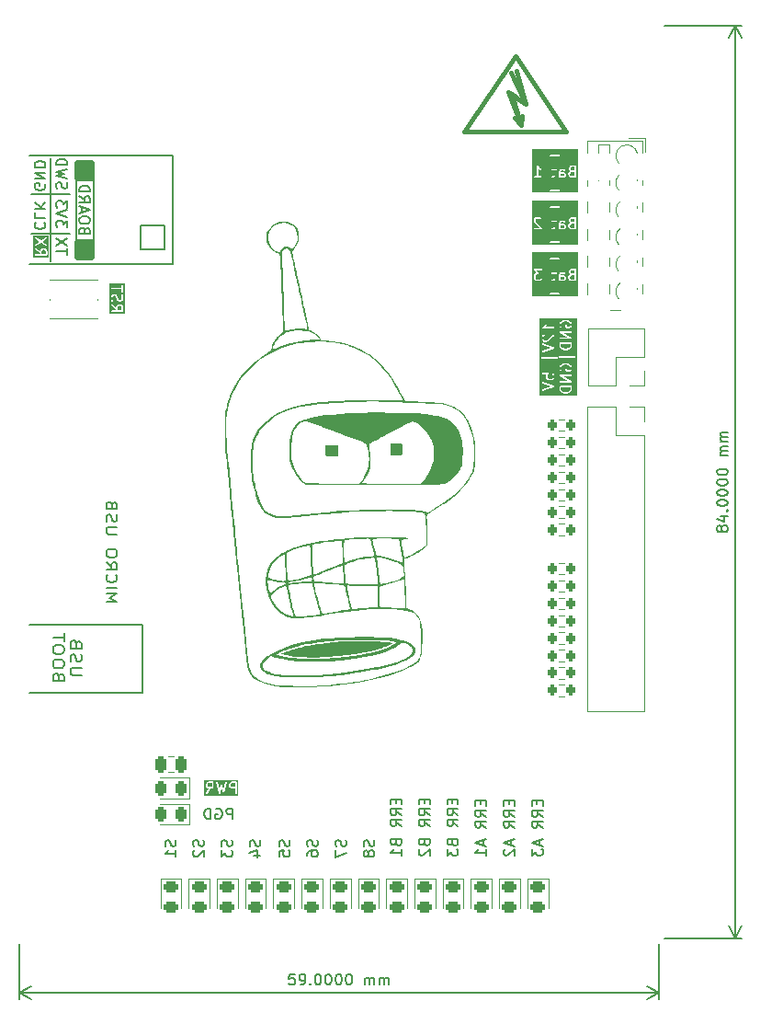
<source format=gbo>
%TF.GenerationSoftware,KiCad,Pcbnew,7.0.9*%
%TF.CreationDate,2025-04-01T16:19:29-06:00*%
%TF.ProjectId,Power_Supply_Brain,506f7765-725f-4537-9570-706c795f4272,rev?*%
%TF.SameCoordinates,Original*%
%TF.FileFunction,Legend,Bot*%
%TF.FilePolarity,Positive*%
%FSLAX46Y46*%
G04 Gerber Fmt 4.6, Leading zero omitted, Abs format (unit mm)*
G04 Created by KiCad (PCBNEW 7.0.9) date 2025-04-01 16:19:29*
%MOMM*%
%LPD*%
G01*
G04 APERTURE LIST*
G04 Aperture macros list*
%AMRoundRect*
0 Rectangle with rounded corners*
0 $1 Rounding radius*
0 $2 $3 $4 $5 $6 $7 $8 $9 X,Y pos of 4 corners*
0 Add a 4 corners polygon primitive as box body*
4,1,4,$2,$3,$4,$5,$6,$7,$8,$9,$2,$3,0*
0 Add four circle primitives for the rounded corners*
1,1,$1+$1,$2,$3*
1,1,$1+$1,$4,$5*
1,1,$1+$1,$6,$7*
1,1,$1+$1,$8,$9*
0 Add four rect primitives between the rounded corners*
20,1,$1+$1,$2,$3,$4,$5,0*
20,1,$1+$1,$4,$5,$6,$7,0*
20,1,$1+$1,$6,$7,$8,$9,0*
20,1,$1+$1,$8,$9,$2,$3,0*%
G04 Aperture macros list end*
%ADD10C,0.150000*%
%ADD11C,0.500000*%
%ADD12C,0.200000*%
%ADD13C,0.120000*%
%ADD14C,0.381000*%
%ADD15C,3.575000*%
%ADD16R,1.700000X1.700000*%
%ADD17O,1.700000X1.700000*%
%ADD18C,0.800000*%
%ADD19C,1.800000*%
%ADD20C,2.000000*%
%ADD21RoundRect,0.243750X-0.456250X0.243750X-0.456250X-0.243750X0.456250X-0.243750X0.456250X0.243750X0*%
%ADD22RoundRect,0.200000X0.200000X0.275000X-0.200000X0.275000X-0.200000X-0.275000X0.200000X-0.275000X0*%
%ADD23RoundRect,0.200000X-0.200000X-0.275000X0.200000X-0.275000X0.200000X0.275000X-0.200000X0.275000X0*%
%ADD24R,2.000000X2.000000*%
%ADD25R,1.050000X0.650000*%
%ADD26RoundRect,0.250000X-0.250000X-0.475000X0.250000X-0.475000X0.250000X0.475000X-0.250000X0.475000X0*%
%ADD27RoundRect,0.243750X0.243750X0.456250X-0.243750X0.456250X-0.243750X-0.456250X0.243750X-0.456250X0*%
G04 APERTURE END LIST*
D10*
X121150000Y-80200000D02*
X124650000Y-80200000D01*
X133400000Y-79400000D02*
X133400000Y-81600000D01*
D11*
X125400000Y-73650000D02*
X126700000Y-73650000D01*
X126700000Y-75100000D01*
X125400000Y-75100000D01*
X125400000Y-73650000D01*
G36*
X125400000Y-73650000D02*
G01*
X126700000Y-73650000D01*
X126700000Y-75100000D01*
X125400000Y-75100000D01*
X125400000Y-73650000D01*
G37*
D10*
X134200000Y-83000000D02*
X121000000Y-83000000D01*
D11*
X125400000Y-80900000D02*
X126700000Y-80900000D01*
X126700000Y-82350000D01*
X125400000Y-82350000D01*
X125400000Y-80900000D01*
G36*
X125400000Y-80900000D02*
G01*
X126700000Y-80900000D01*
X126700000Y-82350000D01*
X125400000Y-82350000D01*
X125400000Y-80900000D01*
G37*
D10*
X131400000Y-116200000D02*
X121000000Y-116200000D01*
D12*
X126850000Y-75100000D02*
X126850000Y-80900000D01*
D10*
X121000000Y-73000000D02*
X134200000Y-73000000D01*
D12*
X125250000Y-75100000D02*
X125250000Y-80900000D01*
D10*
X131400000Y-122400000D02*
X131400000Y-116200000D01*
X124650000Y-76500000D02*
X121150000Y-76500000D01*
X131200000Y-81600000D02*
X131200000Y-79400000D01*
X133400000Y-81600000D02*
X131200000Y-81600000D01*
X121000000Y-122400000D02*
X131400000Y-122400000D01*
X131200000Y-79400000D02*
X133400000Y-79400000D01*
X122900000Y-73250000D02*
X122900000Y-82750000D01*
X134200000Y-73000000D02*
X134200000Y-83000000D01*
X124445180Y-82102380D02*
X124445180Y-81530952D01*
X123445180Y-81816666D02*
X124445180Y-81816666D01*
X124445180Y-81292856D02*
X123445180Y-80626190D01*
X124445180Y-80626190D02*
X123445180Y-81292856D01*
X124445180Y-79578570D02*
X124445180Y-78959523D01*
X124445180Y-78959523D02*
X124064228Y-79292856D01*
X124064228Y-79292856D02*
X124064228Y-79149999D01*
X124064228Y-79149999D02*
X124016609Y-79054761D01*
X124016609Y-79054761D02*
X123968990Y-79007142D01*
X123968990Y-79007142D02*
X123873752Y-78959523D01*
X123873752Y-78959523D02*
X123635657Y-78959523D01*
X123635657Y-78959523D02*
X123540419Y-79007142D01*
X123540419Y-79007142D02*
X123492800Y-79054761D01*
X123492800Y-79054761D02*
X123445180Y-79149999D01*
X123445180Y-79149999D02*
X123445180Y-79435713D01*
X123445180Y-79435713D02*
X123492800Y-79530951D01*
X123492800Y-79530951D02*
X123540419Y-79578570D01*
X124445180Y-78673808D02*
X123445180Y-78340475D01*
X123445180Y-78340475D02*
X124445180Y-78007142D01*
X124445180Y-77769046D02*
X124445180Y-77149999D01*
X124445180Y-77149999D02*
X124064228Y-77483332D01*
X124064228Y-77483332D02*
X124064228Y-77340475D01*
X124064228Y-77340475D02*
X124016609Y-77245237D01*
X124016609Y-77245237D02*
X123968990Y-77197618D01*
X123968990Y-77197618D02*
X123873752Y-77149999D01*
X123873752Y-77149999D02*
X123635657Y-77149999D01*
X123635657Y-77149999D02*
X123540419Y-77197618D01*
X123540419Y-77197618D02*
X123492800Y-77245237D01*
X123492800Y-77245237D02*
X123445180Y-77340475D01*
X123445180Y-77340475D02*
X123445180Y-77626189D01*
X123445180Y-77626189D02*
X123492800Y-77721427D01*
X123492800Y-77721427D02*
X123540419Y-77769046D01*
X123492800Y-76007141D02*
X123445180Y-75864284D01*
X123445180Y-75864284D02*
X123445180Y-75626189D01*
X123445180Y-75626189D02*
X123492800Y-75530951D01*
X123492800Y-75530951D02*
X123540419Y-75483332D01*
X123540419Y-75483332D02*
X123635657Y-75435713D01*
X123635657Y-75435713D02*
X123730895Y-75435713D01*
X123730895Y-75435713D02*
X123826133Y-75483332D01*
X123826133Y-75483332D02*
X123873752Y-75530951D01*
X123873752Y-75530951D02*
X123921371Y-75626189D01*
X123921371Y-75626189D02*
X123968990Y-75816665D01*
X123968990Y-75816665D02*
X124016609Y-75911903D01*
X124016609Y-75911903D02*
X124064228Y-75959522D01*
X124064228Y-75959522D02*
X124159466Y-76007141D01*
X124159466Y-76007141D02*
X124254704Y-76007141D01*
X124254704Y-76007141D02*
X124349942Y-75959522D01*
X124349942Y-75959522D02*
X124397561Y-75911903D01*
X124397561Y-75911903D02*
X124445180Y-75816665D01*
X124445180Y-75816665D02*
X124445180Y-75578570D01*
X124445180Y-75578570D02*
X124397561Y-75435713D01*
X124445180Y-75102379D02*
X123445180Y-74864284D01*
X123445180Y-74864284D02*
X124159466Y-74673808D01*
X124159466Y-74673808D02*
X123445180Y-74483332D01*
X123445180Y-74483332D02*
X124445180Y-74245237D01*
X123445180Y-73864284D02*
X124445180Y-73864284D01*
X124445180Y-73864284D02*
X124445180Y-73626189D01*
X124445180Y-73626189D02*
X124397561Y-73483332D01*
X124397561Y-73483332D02*
X124302323Y-73388094D01*
X124302323Y-73388094D02*
X124207085Y-73340475D01*
X124207085Y-73340475D02*
X124016609Y-73292856D01*
X124016609Y-73292856D02*
X123873752Y-73292856D01*
X123873752Y-73292856D02*
X123683276Y-73340475D01*
X123683276Y-73340475D02*
X123588038Y-73388094D01*
X123588038Y-73388094D02*
X123492800Y-73483332D01*
X123492800Y-73483332D02*
X123445180Y-73626189D01*
X123445180Y-73626189D02*
X123445180Y-73864284D01*
G36*
X170794819Y-94487830D02*
G01*
X170756648Y-94602342D01*
X170682534Y-94676455D01*
X170605547Y-94714949D01*
X170432013Y-94758333D01*
X170307624Y-94758333D01*
X170134090Y-94714949D01*
X170057103Y-94676456D01*
X169982990Y-94602343D01*
X169944819Y-94487829D01*
X169944819Y-94336905D01*
X170794819Y-94336905D01*
X170794819Y-94487830D01*
G37*
G36*
X170794819Y-90487830D02*
G01*
X170756648Y-90602342D01*
X170682534Y-90676455D01*
X170605547Y-90714949D01*
X170432013Y-90758333D01*
X170307624Y-90758333D01*
X170134090Y-90714949D01*
X170057103Y-90676456D01*
X169982990Y-90602343D01*
X169944819Y-90487829D01*
X169944819Y-90336905D01*
X170794819Y-90336905D01*
X170794819Y-90487830D01*
G37*
G36*
X171419870Y-95051190D02*
G01*
X167947862Y-95051190D01*
X167947862Y-94558620D01*
X168185630Y-94558620D01*
X168210059Y-94603734D01*
X168257770Y-94622591D01*
X168283536Y-94618770D01*
X168639846Y-94500000D01*
X169794819Y-94500000D01*
X169795379Y-94501538D01*
X169798668Y-94523717D01*
X169846287Y-94666574D01*
X169849074Y-94670086D01*
X169849465Y-94674553D01*
X169864405Y-94695890D01*
X169959643Y-94791128D01*
X169961124Y-94791818D01*
X169979135Y-94805177D01*
X170074373Y-94852796D01*
X170077901Y-94853202D01*
X170089724Y-94858475D01*
X170280200Y-94906094D01*
X170283648Y-94905733D01*
X170298390Y-94908333D01*
X170441247Y-94908333D01*
X170444504Y-94907147D01*
X170459437Y-94906094D01*
X170649913Y-94858475D01*
X170652857Y-94856486D01*
X170665264Y-94852796D01*
X170760502Y-94805177D01*
X170761625Y-94803990D01*
X170779994Y-94791128D01*
X170875233Y-94695890D01*
X170877128Y-94691825D01*
X170880948Y-94689479D01*
X170893351Y-94666574D01*
X170940970Y-94523718D01*
X170940925Y-94522082D01*
X170944819Y-94500000D01*
X170944819Y-94261905D01*
X170938155Y-94243596D01*
X170934771Y-94224405D01*
X170929586Y-94220054D01*
X170927272Y-94213696D01*
X170910398Y-94203953D01*
X170895471Y-94191428D01*
X170885728Y-94189710D01*
X170882843Y-94188044D01*
X170879560Y-94188622D01*
X170869819Y-94186905D01*
X169869819Y-94186905D01*
X169851510Y-94193568D01*
X169832319Y-94196953D01*
X169827968Y-94202137D01*
X169821610Y-94204452D01*
X169811867Y-94221325D01*
X169799342Y-94236253D01*
X169797624Y-94245995D01*
X169795958Y-94248881D01*
X169796536Y-94252163D01*
X169794819Y-94261905D01*
X169794819Y-94500000D01*
X168639846Y-94500000D01*
X169283536Y-94285437D01*
X169285227Y-94284094D01*
X169287385Y-94284036D01*
X169305137Y-94268294D01*
X169323722Y-94253546D01*
X169324154Y-94251431D01*
X169325771Y-94249998D01*
X169329250Y-94226529D01*
X169334008Y-94203285D01*
X169332979Y-94201385D01*
X169333296Y-94199250D01*
X169320875Y-94179032D01*
X169309579Y-94158171D01*
X169307571Y-94157377D01*
X169306441Y-94155537D01*
X169283536Y-94143135D01*
X168283536Y-93809802D01*
X168232252Y-93811203D01*
X168193867Y-93845240D01*
X168186342Y-93895989D01*
X168213197Y-93939701D01*
X168236102Y-93952104D01*
X169022648Y-94214286D01*
X168236102Y-94476468D01*
X168195916Y-94508359D01*
X168185630Y-94558620D01*
X167947862Y-94558620D01*
X167947862Y-93547619D01*
X168184819Y-93547619D01*
X168202366Y-93595828D01*
X168246795Y-93621480D01*
X168297319Y-93612571D01*
X168330296Y-93573271D01*
X168334819Y-93547619D01*
X168334819Y-93139303D01*
X168583009Y-93114484D01*
X168573689Y-93133126D01*
X168573176Y-93137579D01*
X168570294Y-93141015D01*
X168565771Y-93166667D01*
X168565771Y-93404762D01*
X168567304Y-93408975D01*
X168566263Y-93413336D01*
X168573689Y-93438303D01*
X168621308Y-93533541D01*
X168622497Y-93534666D01*
X168635357Y-93553033D01*
X168682976Y-93600652D01*
X168684457Y-93601343D01*
X168702468Y-93614701D01*
X168797706Y-93662320D01*
X168802159Y-93662832D01*
X168805595Y-93665715D01*
X168831247Y-93670238D01*
X169069342Y-93670238D01*
X169073555Y-93668704D01*
X169077916Y-93669746D01*
X169102883Y-93662320D01*
X169198121Y-93614701D01*
X169199246Y-93613512D01*
X169217612Y-93600653D01*
X169265232Y-93553034D01*
X169265922Y-93551552D01*
X169279282Y-93533541D01*
X169326901Y-93438303D01*
X169327413Y-93433849D01*
X169330296Y-93430414D01*
X169334819Y-93404762D01*
X169334819Y-93214620D01*
X169794820Y-93214620D01*
X169801510Y-93232751D01*
X169804867Y-93251786D01*
X169810179Y-93256243D01*
X169812580Y-93262750D01*
X169832609Y-93279404D01*
X170587402Y-93710714D01*
X169869819Y-93710714D01*
X169821610Y-93728261D01*
X169795958Y-93772690D01*
X169804867Y-93823214D01*
X169844167Y-93856191D01*
X169869819Y-93860714D01*
X170869819Y-93860714D01*
X170876336Y-93858341D01*
X170883172Y-93859516D01*
X170899869Y-93849776D01*
X170918028Y-93843167D01*
X170921495Y-93837162D01*
X170927487Y-93833667D01*
X170934016Y-93815475D01*
X170943680Y-93798738D01*
X170942475Y-93791906D01*
X170944818Y-93785380D01*
X170938127Y-93767248D01*
X170934771Y-93748214D01*
X170929458Y-93743756D01*
X170927058Y-93737250D01*
X170907030Y-93720596D01*
X170152236Y-93289286D01*
X170869819Y-93289286D01*
X170918028Y-93271739D01*
X170943680Y-93227310D01*
X170934771Y-93176786D01*
X170895471Y-93143809D01*
X170869819Y-93139286D01*
X169869819Y-93139286D01*
X169863302Y-93141657D01*
X169856467Y-93140484D01*
X169839769Y-93150223D01*
X169821610Y-93156833D01*
X169818142Y-93162838D01*
X169812151Y-93166333D01*
X169805621Y-93184524D01*
X169795958Y-93201262D01*
X169797162Y-93208093D01*
X169794820Y-93214620D01*
X169334819Y-93214620D01*
X169334819Y-93166667D01*
X169333285Y-93162453D01*
X169334327Y-93158092D01*
X169326901Y-93133126D01*
X169279282Y-93037888D01*
X169278094Y-93036763D01*
X169265232Y-93018395D01*
X169217612Y-92970776D01*
X169171116Y-92949096D01*
X169121561Y-92962373D01*
X169092135Y-93004399D01*
X169096607Y-93055507D01*
X169111548Y-93076844D01*
X169150561Y-93115856D01*
X169184819Y-93184372D01*
X169184819Y-93387057D01*
X169150561Y-93455572D01*
X169120153Y-93485979D01*
X169051637Y-93520238D01*
X168848952Y-93520238D01*
X168780436Y-93485980D01*
X168750029Y-93455573D01*
X168715771Y-93387057D01*
X168715771Y-93184372D01*
X168750029Y-93115856D01*
X168789042Y-93076843D01*
X168789250Y-93076395D01*
X168789696Y-93076181D01*
X168800082Y-93053165D01*
X168810723Y-93030347D01*
X168810595Y-93029870D01*
X168810799Y-93029420D01*
X168803971Y-93005148D01*
X168797446Y-92980792D01*
X168797040Y-92980508D01*
X168796907Y-92980033D01*
X168776038Y-92965802D01*
X168755420Y-92951366D01*
X168754929Y-92951408D01*
X168754521Y-92951130D01*
X168728546Y-92949182D01*
X168252356Y-92996801D01*
X168238004Y-93003711D01*
X168222319Y-93006477D01*
X168215579Y-93014509D01*
X168206132Y-93019058D01*
X168199580Y-93033575D01*
X168189342Y-93045777D01*
X168186307Y-93062985D01*
X168185029Y-93065819D01*
X168185507Y-93067521D01*
X168184819Y-93071429D01*
X168184819Y-93547619D01*
X167947862Y-93547619D01*
X167947862Y-92642857D01*
X169794819Y-92642857D01*
X169796352Y-92647070D01*
X169795311Y-92651431D01*
X169802737Y-92676398D01*
X169850356Y-92771636D01*
X169887610Y-92806908D01*
X169938820Y-92809983D01*
X169980026Y-92779419D01*
X169991946Y-92729520D01*
X169984520Y-92704554D01*
X169944819Y-92625152D01*
X169944819Y-92512170D01*
X169982990Y-92397656D01*
X170057103Y-92323544D01*
X170134090Y-92285050D01*
X170307624Y-92241667D01*
X170432013Y-92241667D01*
X170605547Y-92285050D01*
X170682534Y-92323544D01*
X170756648Y-92397657D01*
X170794819Y-92512170D01*
X170794819Y-92583068D01*
X170756648Y-92697580D01*
X170743514Y-92710714D01*
X170516247Y-92710714D01*
X170516247Y-92595238D01*
X170498700Y-92547029D01*
X170454271Y-92521377D01*
X170403747Y-92530286D01*
X170370770Y-92569586D01*
X170366247Y-92595238D01*
X170366247Y-92785714D01*
X170372910Y-92804022D01*
X170376295Y-92823214D01*
X170381479Y-92827564D01*
X170383794Y-92833923D01*
X170400667Y-92843665D01*
X170415595Y-92856191D01*
X170425337Y-92857908D01*
X170428223Y-92859575D01*
X170431505Y-92858996D01*
X170441247Y-92860714D01*
X170774580Y-92860714D01*
X170789963Y-92855114D01*
X170806275Y-92853688D01*
X170819689Y-92844295D01*
X170822789Y-92843167D01*
X170823798Y-92841417D01*
X170827612Y-92838748D01*
X170875232Y-92791129D01*
X170877127Y-92787064D01*
X170880948Y-92784717D01*
X170893351Y-92761812D01*
X170940970Y-92618956D01*
X170940925Y-92617320D01*
X170944819Y-92595238D01*
X170944819Y-92500000D01*
X170944259Y-92498462D01*
X170940970Y-92476282D01*
X170893351Y-92333426D01*
X170890564Y-92329915D01*
X170890174Y-92325447D01*
X170875233Y-92304110D01*
X170779994Y-92208872D01*
X170778512Y-92208181D01*
X170760502Y-92194823D01*
X170665264Y-92147204D01*
X170661735Y-92146797D01*
X170649913Y-92141525D01*
X170459437Y-92093906D01*
X170455988Y-92094266D01*
X170441247Y-92091667D01*
X170298390Y-92091667D01*
X170295132Y-92092852D01*
X170280200Y-92093906D01*
X170089724Y-92141525D01*
X170086779Y-92143513D01*
X170074373Y-92147204D01*
X169979135Y-92194823D01*
X169978011Y-92196009D01*
X169959643Y-92208872D01*
X169864405Y-92304110D01*
X169862510Y-92308173D01*
X169858689Y-92310521D01*
X169846287Y-92333426D01*
X169798668Y-92476283D01*
X169798712Y-92477917D01*
X169794819Y-92500000D01*
X169794819Y-92642857D01*
X167947862Y-92642857D01*
X167947862Y-91582214D01*
X168090719Y-91582214D01*
X168099628Y-91632738D01*
X168138928Y-91665715D01*
X168164580Y-91670238D01*
X169593152Y-91670238D01*
X169641361Y-91652691D01*
X169667013Y-91608262D01*
X169658104Y-91557738D01*
X169618804Y-91524761D01*
X169593152Y-91520238D01*
X168164580Y-91520238D01*
X168116371Y-91537785D01*
X168090719Y-91582214D01*
X167947862Y-91582214D01*
X167947862Y-91486976D01*
X169700719Y-91486976D01*
X169709628Y-91537500D01*
X169748928Y-91570477D01*
X169774580Y-91575000D01*
X171203152Y-91575000D01*
X171251361Y-91557453D01*
X171277013Y-91513024D01*
X171268104Y-91462500D01*
X171228804Y-91429523D01*
X171203152Y-91425000D01*
X169774580Y-91425000D01*
X169726371Y-91442547D01*
X169700719Y-91486976D01*
X167947862Y-91486976D01*
X167947862Y-91034810D01*
X168185630Y-91034810D01*
X168210059Y-91079924D01*
X168257770Y-91098781D01*
X168283536Y-91094960D01*
X169283536Y-90761627D01*
X169285227Y-90760284D01*
X169287385Y-90760226D01*
X169305137Y-90744484D01*
X169323722Y-90729736D01*
X169324154Y-90727621D01*
X169325771Y-90726188D01*
X169329250Y-90702719D01*
X169334008Y-90679475D01*
X169332979Y-90677575D01*
X169333296Y-90675440D01*
X169320875Y-90655222D01*
X169309579Y-90634361D01*
X169307571Y-90633567D01*
X169306441Y-90631727D01*
X169283536Y-90619325D01*
X168925561Y-90500000D01*
X169794819Y-90500000D01*
X169795379Y-90501538D01*
X169798668Y-90523717D01*
X169846287Y-90666574D01*
X169849074Y-90670086D01*
X169849465Y-90674553D01*
X169864405Y-90695890D01*
X169959643Y-90791128D01*
X169961124Y-90791818D01*
X169979135Y-90805177D01*
X170074373Y-90852796D01*
X170077901Y-90853202D01*
X170089724Y-90858475D01*
X170280200Y-90906094D01*
X170283648Y-90905733D01*
X170298390Y-90908333D01*
X170441247Y-90908333D01*
X170444504Y-90907147D01*
X170459437Y-90906094D01*
X170649913Y-90858475D01*
X170652857Y-90856486D01*
X170665264Y-90852796D01*
X170760502Y-90805177D01*
X170761625Y-90803990D01*
X170779994Y-90791128D01*
X170875233Y-90695890D01*
X170877128Y-90691825D01*
X170880948Y-90689479D01*
X170893351Y-90666574D01*
X170940970Y-90523718D01*
X170940925Y-90522082D01*
X170944819Y-90500000D01*
X170944819Y-90261905D01*
X170938155Y-90243596D01*
X170934771Y-90224405D01*
X170929586Y-90220054D01*
X170927272Y-90213696D01*
X170910398Y-90203953D01*
X170895471Y-90191428D01*
X170885728Y-90189710D01*
X170882843Y-90188044D01*
X170879560Y-90188622D01*
X170869819Y-90186905D01*
X169869819Y-90186905D01*
X169851510Y-90193568D01*
X169832319Y-90196953D01*
X169827968Y-90202137D01*
X169821610Y-90204452D01*
X169811867Y-90221325D01*
X169799342Y-90236253D01*
X169797624Y-90245995D01*
X169795958Y-90248881D01*
X169796536Y-90252163D01*
X169794819Y-90261905D01*
X169794819Y-90500000D01*
X168925561Y-90500000D01*
X168283536Y-90285992D01*
X168232252Y-90287393D01*
X168193867Y-90321430D01*
X168186342Y-90372179D01*
X168213197Y-90415891D01*
X168236102Y-90428294D01*
X169022648Y-90690476D01*
X168236102Y-90952658D01*
X168195916Y-90984549D01*
X168185630Y-91034810D01*
X167947862Y-91034810D01*
X167947862Y-89880952D01*
X168184819Y-89880952D01*
X168186352Y-89885165D01*
X168185311Y-89889526D01*
X168192737Y-89914493D01*
X168240356Y-90009731D01*
X168241545Y-90010856D01*
X168254405Y-90029223D01*
X168302024Y-90076842D01*
X168303505Y-90077533D01*
X168321516Y-90090891D01*
X168416754Y-90138510D01*
X168421207Y-90139022D01*
X168424643Y-90141905D01*
X168450295Y-90146428D01*
X168545533Y-90146428D01*
X168547071Y-90145867D01*
X168569250Y-90142579D01*
X168712107Y-90094960D01*
X168715619Y-90092172D01*
X168720086Y-90091782D01*
X168741423Y-90076842D01*
X169184819Y-89633446D01*
X169184819Y-90071428D01*
X169202366Y-90119637D01*
X169246795Y-90145289D01*
X169297319Y-90136380D01*
X169330296Y-90097080D01*
X169334819Y-90071428D01*
X169334819Y-89452381D01*
X169327098Y-89431169D01*
X169321256Y-89409363D01*
X169318444Y-89407394D01*
X169317272Y-89404172D01*
X169297726Y-89392886D01*
X169279231Y-89379936D01*
X169275813Y-89380234D01*
X169272843Y-89378520D01*
X169250616Y-89382439D01*
X169228123Y-89384407D01*
X169224308Y-89387078D01*
X169222319Y-89387429D01*
X169220198Y-89389955D01*
X169206786Y-89399348D01*
X168647876Y-89958256D01*
X168533363Y-89996428D01*
X168468000Y-89996428D01*
X168399484Y-89962170D01*
X168369077Y-89931763D01*
X168334819Y-89863247D01*
X168334819Y-89660562D01*
X168369077Y-89592046D01*
X168408090Y-89553033D01*
X168429771Y-89506537D01*
X168416494Y-89456982D01*
X168374468Y-89427556D01*
X168323361Y-89432027D01*
X168302024Y-89446967D01*
X168254405Y-89494586D01*
X168253714Y-89496067D01*
X168240356Y-89514078D01*
X168192737Y-89609316D01*
X168192224Y-89613769D01*
X168189342Y-89617205D01*
X168184819Y-89642857D01*
X168184819Y-89880952D01*
X167947862Y-89880952D01*
X167947862Y-89214620D01*
X169794820Y-89214620D01*
X169801510Y-89232751D01*
X169804867Y-89251786D01*
X169810179Y-89256243D01*
X169812580Y-89262750D01*
X169832609Y-89279404D01*
X170587402Y-89710714D01*
X169869819Y-89710714D01*
X169821610Y-89728261D01*
X169795958Y-89772690D01*
X169804867Y-89823214D01*
X169844167Y-89856191D01*
X169869819Y-89860714D01*
X170869819Y-89860714D01*
X170876336Y-89858341D01*
X170883172Y-89859516D01*
X170899869Y-89849776D01*
X170918028Y-89843167D01*
X170921495Y-89837162D01*
X170927487Y-89833667D01*
X170934016Y-89815475D01*
X170943680Y-89798738D01*
X170942475Y-89791906D01*
X170944818Y-89785380D01*
X170938127Y-89767248D01*
X170934771Y-89748214D01*
X170929458Y-89743756D01*
X170927058Y-89737250D01*
X170907030Y-89720596D01*
X170152236Y-89289286D01*
X170869819Y-89289286D01*
X170918028Y-89271739D01*
X170943680Y-89227310D01*
X170934771Y-89176786D01*
X170895471Y-89143809D01*
X170869819Y-89139286D01*
X169869819Y-89139286D01*
X169863302Y-89141657D01*
X169856467Y-89140484D01*
X169839769Y-89150223D01*
X169821610Y-89156833D01*
X169818142Y-89162838D01*
X169812151Y-89166333D01*
X169805621Y-89184524D01*
X169795958Y-89201262D01*
X169797162Y-89208093D01*
X169794820Y-89214620D01*
X167947862Y-89214620D01*
X167947862Y-88820309D01*
X168185958Y-88820309D01*
X168189738Y-88841746D01*
X168191139Y-88863467D01*
X168194118Y-88866585D01*
X168194867Y-88870833D01*
X168211542Y-88884825D01*
X168226577Y-88900564D01*
X168230863Y-88901038D01*
X168234167Y-88903810D01*
X168259819Y-88908333D01*
X169184819Y-88908333D01*
X169184819Y-89119047D01*
X169202366Y-89167256D01*
X169246795Y-89192908D01*
X169297319Y-89183999D01*
X169330296Y-89144699D01*
X169334819Y-89119047D01*
X169334819Y-88642857D01*
X169794819Y-88642857D01*
X169796352Y-88647070D01*
X169795311Y-88651431D01*
X169802737Y-88676398D01*
X169850356Y-88771636D01*
X169887610Y-88806908D01*
X169938820Y-88809983D01*
X169980026Y-88779419D01*
X169991946Y-88729520D01*
X169984520Y-88704554D01*
X169944819Y-88625152D01*
X169944819Y-88512170D01*
X169982990Y-88397656D01*
X170057103Y-88323544D01*
X170134090Y-88285050D01*
X170307624Y-88241667D01*
X170432013Y-88241667D01*
X170605547Y-88285050D01*
X170682534Y-88323544D01*
X170756648Y-88397657D01*
X170794819Y-88512170D01*
X170794819Y-88583068D01*
X170756648Y-88697580D01*
X170743514Y-88710714D01*
X170516247Y-88710714D01*
X170516247Y-88595238D01*
X170498700Y-88547029D01*
X170454271Y-88521377D01*
X170403747Y-88530286D01*
X170370770Y-88569586D01*
X170366247Y-88595238D01*
X170366247Y-88785714D01*
X170372910Y-88804022D01*
X170376295Y-88823214D01*
X170381479Y-88827564D01*
X170383794Y-88833923D01*
X170400667Y-88843665D01*
X170415595Y-88856191D01*
X170425337Y-88857908D01*
X170428223Y-88859575D01*
X170431505Y-88858996D01*
X170441247Y-88860714D01*
X170774580Y-88860714D01*
X170789963Y-88855114D01*
X170806275Y-88853688D01*
X170819689Y-88844295D01*
X170822789Y-88843167D01*
X170823798Y-88841417D01*
X170827612Y-88838748D01*
X170875232Y-88791129D01*
X170877127Y-88787064D01*
X170880948Y-88784717D01*
X170893351Y-88761812D01*
X170940970Y-88618956D01*
X170940925Y-88617320D01*
X170944819Y-88595238D01*
X170944819Y-88500000D01*
X170944259Y-88498462D01*
X170940970Y-88476282D01*
X170893351Y-88333426D01*
X170890564Y-88329915D01*
X170890174Y-88325447D01*
X170875233Y-88304110D01*
X170779994Y-88208872D01*
X170778512Y-88208181D01*
X170760502Y-88194823D01*
X170665264Y-88147204D01*
X170661735Y-88146797D01*
X170649913Y-88141525D01*
X170459437Y-88093906D01*
X170455988Y-88094266D01*
X170441247Y-88091667D01*
X170298390Y-88091667D01*
X170295132Y-88092852D01*
X170280200Y-88093906D01*
X170089724Y-88141525D01*
X170086779Y-88143513D01*
X170074373Y-88147204D01*
X169979135Y-88194823D01*
X169978011Y-88196009D01*
X169959643Y-88208872D01*
X169864405Y-88304110D01*
X169862510Y-88308173D01*
X169858689Y-88310521D01*
X169846287Y-88333426D01*
X169798668Y-88476283D01*
X169798712Y-88477917D01*
X169794819Y-88500000D01*
X169794819Y-88642857D01*
X169334819Y-88642857D01*
X169334819Y-88547619D01*
X169317272Y-88499410D01*
X169272843Y-88473758D01*
X169222319Y-88482667D01*
X169189342Y-88521967D01*
X169184819Y-88547619D01*
X169184819Y-88758333D01*
X168488504Y-88758333D01*
X168550947Y-88695890D01*
X168551637Y-88694408D01*
X168564996Y-88676398D01*
X168612615Y-88581160D01*
X168618480Y-88530194D01*
X168590214Y-88487381D01*
X168541039Y-88472754D01*
X168493968Y-88493157D01*
X168478451Y-88514078D01*
X168436275Y-88598430D01*
X168354894Y-88679810D01*
X168218216Y-88770929D01*
X168215661Y-88774405D01*
X168211610Y-88775880D01*
X168200726Y-88794729D01*
X168187837Y-88812271D01*
X168188114Y-88816573D01*
X168185958Y-88820309D01*
X167947862Y-88820309D01*
X167947862Y-87948810D01*
X171419870Y-87948810D01*
X171419870Y-95051190D01*
G37*
G36*
X169929887Y-74648866D02*
G01*
X170150277Y-74648866D01*
X170207318Y-74677386D01*
X170235839Y-74734428D01*
X170235839Y-74794256D01*
X170207318Y-74851298D01*
X170150277Y-74879819D01*
X169947592Y-74879819D01*
X169909649Y-74860847D01*
X169909649Y-74645297D01*
X169929887Y-74648866D01*
G37*
G36*
X171188220Y-74879819D02*
G01*
X170899973Y-74879819D01*
X170831457Y-74845561D01*
X170801050Y-74815153D01*
X170766792Y-74746637D01*
X170766792Y-74639190D01*
X170801050Y-74570674D01*
X170827544Y-74544180D01*
X170942057Y-74506009D01*
X171188220Y-74506009D01*
X171188220Y-74879819D01*
G37*
G36*
X171188220Y-74356009D02*
G01*
X170947592Y-74356009D01*
X170879076Y-74321751D01*
X170848669Y-74291344D01*
X170814411Y-74222828D01*
X170814411Y-74163000D01*
X170848669Y-74094484D01*
X170879076Y-74064077D01*
X170947592Y-74029819D01*
X171188220Y-74029819D01*
X171188220Y-74356009D01*
G37*
G36*
X171481077Y-76401723D02*
G01*
X167284597Y-76401723D01*
X167284597Y-76170842D01*
X168903645Y-76170842D01*
X168912554Y-76221366D01*
X168951854Y-76254343D01*
X168977506Y-76258866D01*
X169739410Y-76258866D01*
X169787619Y-76241319D01*
X169813271Y-76196890D01*
X169804362Y-76146366D01*
X169765062Y-76113389D01*
X169739410Y-76108866D01*
X168977506Y-76108866D01*
X168929297Y-76126413D01*
X168903645Y-76170842D01*
X167284597Y-76170842D01*
X167284597Y-74941795D01*
X167427454Y-74941795D01*
X167436363Y-74992319D01*
X167475663Y-75025296D01*
X167501315Y-75029819D01*
X168072743Y-75029819D01*
X168120952Y-75012272D01*
X168146604Y-74967843D01*
X168142011Y-74941795D01*
X169046502Y-74941795D01*
X169055411Y-74992319D01*
X169094711Y-75025296D01*
X169120363Y-75029819D01*
X169215601Y-75029819D01*
X169219814Y-75028285D01*
X169224175Y-75029327D01*
X169249142Y-75021901D01*
X169344380Y-74974282D01*
X169352099Y-74966128D01*
X169362404Y-74961662D01*
X169367479Y-74954819D01*
X169759649Y-74954819D01*
X169777196Y-75003028D01*
X169821625Y-75028680D01*
X169872149Y-75019771D01*
X169878041Y-75012748D01*
X169896346Y-75021901D01*
X169900799Y-75022413D01*
X169904235Y-75025296D01*
X169929887Y-75029819D01*
X170167982Y-75029819D01*
X170172195Y-75028285D01*
X170176556Y-75029327D01*
X170201523Y-75021901D01*
X170296761Y-74974282D01*
X170304480Y-74966128D01*
X170314785Y-74961662D01*
X170330302Y-74940741D01*
X170377921Y-74845502D01*
X170378433Y-74841048D01*
X170381316Y-74837613D01*
X170385839Y-74811961D01*
X170385839Y-74764342D01*
X170616792Y-74764342D01*
X170618325Y-74768555D01*
X170617284Y-74772916D01*
X170624710Y-74797883D01*
X170672329Y-74893121D01*
X170673517Y-74894246D01*
X170686377Y-74912612D01*
X170733996Y-74960232D01*
X170735477Y-74960922D01*
X170753489Y-74974282D01*
X170848727Y-75021901D01*
X170853180Y-75022413D01*
X170856616Y-75025296D01*
X170882268Y-75029819D01*
X171263220Y-75029819D01*
X171281528Y-75023155D01*
X171300720Y-75019771D01*
X171305070Y-75014586D01*
X171311429Y-75012272D01*
X171321171Y-74995398D01*
X171333697Y-74980471D01*
X171335414Y-74970728D01*
X171337081Y-74967843D01*
X171336502Y-74964560D01*
X171338220Y-74954819D01*
X171338220Y-73954819D01*
X171331556Y-73936510D01*
X171328172Y-73917319D01*
X171322987Y-73912968D01*
X171320673Y-73906610D01*
X171303799Y-73896867D01*
X171288872Y-73884342D01*
X171279129Y-73882624D01*
X171276244Y-73880958D01*
X171272961Y-73881536D01*
X171263220Y-73879819D01*
X170929887Y-73879819D01*
X170925673Y-73881352D01*
X170921312Y-73880311D01*
X170896346Y-73887737D01*
X170801108Y-73935356D01*
X170799982Y-73936545D01*
X170781616Y-73949405D01*
X170733997Y-73997024D01*
X170733306Y-73998505D01*
X170719948Y-74016516D01*
X170672329Y-74111754D01*
X170671816Y-74116207D01*
X170668934Y-74119643D01*
X170664411Y-74145295D01*
X170664411Y-74240533D01*
X170665944Y-74244746D01*
X170664903Y-74249107D01*
X170672329Y-74274074D01*
X170719948Y-74369312D01*
X170721137Y-74370437D01*
X170733997Y-74388804D01*
X170755806Y-74410613D01*
X170755334Y-74410655D01*
X170733997Y-74425595D01*
X170686378Y-74473214D01*
X170685687Y-74474695D01*
X170672329Y-74492706D01*
X170624710Y-74587944D01*
X170624197Y-74592397D01*
X170621315Y-74595833D01*
X170616792Y-74621485D01*
X170616792Y-74764342D01*
X170385839Y-74764342D01*
X170385839Y-74716723D01*
X170384305Y-74712509D01*
X170385347Y-74708148D01*
X170377921Y-74683182D01*
X170330302Y-74587944D01*
X170322148Y-74580224D01*
X170317682Y-74569920D01*
X170296761Y-74554403D01*
X170201523Y-74506784D01*
X170197069Y-74506271D01*
X170193634Y-74503389D01*
X170167982Y-74498866D01*
X169947592Y-74498866D01*
X169909649Y-74479894D01*
X169909649Y-74448714D01*
X169938169Y-74391672D01*
X169995211Y-74363152D01*
X170150277Y-74363152D01*
X170229679Y-74402853D01*
X170280645Y-74408718D01*
X170323458Y-74380452D01*
X170338085Y-74331277D01*
X170317682Y-74284206D01*
X170296761Y-74268689D01*
X170201523Y-74221070D01*
X170197069Y-74220557D01*
X170193634Y-74217675D01*
X170167982Y-74213152D01*
X169977506Y-74213152D01*
X169973292Y-74214685D01*
X169968931Y-74213644D01*
X169943965Y-74221070D01*
X169848727Y-74268689D01*
X169841007Y-74276842D01*
X169830703Y-74281309D01*
X169815186Y-74302230D01*
X169767567Y-74397468D01*
X169767054Y-74401921D01*
X169764172Y-74405357D01*
X169759649Y-74431009D01*
X169759649Y-74954819D01*
X169367479Y-74954819D01*
X169377921Y-74940741D01*
X169425540Y-74845502D01*
X169426052Y-74841048D01*
X169428935Y-74837613D01*
X169433458Y-74811961D01*
X169433458Y-74363152D01*
X169501315Y-74363152D01*
X169549524Y-74345605D01*
X169575176Y-74301176D01*
X169566267Y-74250652D01*
X169526967Y-74217675D01*
X169501315Y-74213152D01*
X169433458Y-74213152D01*
X169433458Y-73954819D01*
X169415911Y-73906610D01*
X169371482Y-73880958D01*
X169320958Y-73889867D01*
X169287981Y-73929167D01*
X169283458Y-73954819D01*
X169283458Y-74213152D01*
X169120363Y-74213152D01*
X169072154Y-74230699D01*
X169046502Y-74275128D01*
X169055411Y-74325652D01*
X169094711Y-74358629D01*
X169120363Y-74363152D01*
X169283458Y-74363152D01*
X169283458Y-74794256D01*
X169254937Y-74851298D01*
X169197896Y-74879819D01*
X169120363Y-74879819D01*
X169072154Y-74897366D01*
X169046502Y-74941795D01*
X168142011Y-74941795D01*
X168137695Y-74917319D01*
X168098395Y-74884342D01*
X168072743Y-74879819D01*
X167862029Y-74879819D01*
X167862029Y-74183504D01*
X167924472Y-74245947D01*
X167925953Y-74246637D01*
X167943964Y-74259996D01*
X168039202Y-74307615D01*
X168090168Y-74313480D01*
X168132981Y-74285214D01*
X168147608Y-74236039D01*
X168127205Y-74188968D01*
X168106284Y-74173451D01*
X168021932Y-74131275D01*
X167940551Y-74049894D01*
X167849433Y-73913216D01*
X167845956Y-73910661D01*
X167844482Y-73906610D01*
X167825632Y-73895726D01*
X167808091Y-73882837D01*
X167803788Y-73883114D01*
X167800053Y-73880958D01*
X167778615Y-73884738D01*
X167756895Y-73886139D01*
X167753776Y-73889118D01*
X167749529Y-73889867D01*
X167735536Y-73906542D01*
X167719798Y-73921577D01*
X167719323Y-73925863D01*
X167716552Y-73929167D01*
X167712029Y-73954819D01*
X167712029Y-74879819D01*
X167501315Y-74879819D01*
X167453106Y-74897366D01*
X167427454Y-74941795D01*
X167284597Y-74941795D01*
X167284597Y-72950842D01*
X168903645Y-72950842D01*
X168912554Y-73001366D01*
X168951854Y-73034343D01*
X168977506Y-73038866D01*
X169283458Y-73038866D01*
X169283458Y-73344819D01*
X169301005Y-73393028D01*
X169345434Y-73418680D01*
X169395958Y-73409771D01*
X169428935Y-73370471D01*
X169433458Y-73344819D01*
X169433458Y-73038866D01*
X169739410Y-73038866D01*
X169787619Y-73021319D01*
X169813271Y-72976890D01*
X169804362Y-72926366D01*
X169765062Y-72893389D01*
X169739410Y-72888866D01*
X169433458Y-72888866D01*
X169433458Y-72582914D01*
X169415911Y-72534705D01*
X169371482Y-72509053D01*
X169320958Y-72517962D01*
X169287981Y-72557262D01*
X169283458Y-72582914D01*
X169283458Y-72888866D01*
X168977506Y-72888866D01*
X168929297Y-72906413D01*
X168903645Y-72950842D01*
X167284597Y-72950842D01*
X167284597Y-72366196D01*
X171481077Y-72366196D01*
X171481077Y-76401723D01*
G37*
X162531009Y-132363220D02*
X162531009Y-132696553D01*
X163054819Y-132839410D02*
X163054819Y-132363220D01*
X163054819Y-132363220D02*
X162054819Y-132363220D01*
X162054819Y-132363220D02*
X162054819Y-132839410D01*
X163054819Y-133839410D02*
X162578628Y-133506077D01*
X163054819Y-133267982D02*
X162054819Y-133267982D01*
X162054819Y-133267982D02*
X162054819Y-133648934D01*
X162054819Y-133648934D02*
X162102438Y-133744172D01*
X162102438Y-133744172D02*
X162150057Y-133791791D01*
X162150057Y-133791791D02*
X162245295Y-133839410D01*
X162245295Y-133839410D02*
X162388152Y-133839410D01*
X162388152Y-133839410D02*
X162483390Y-133791791D01*
X162483390Y-133791791D02*
X162531009Y-133744172D01*
X162531009Y-133744172D02*
X162578628Y-133648934D01*
X162578628Y-133648934D02*
X162578628Y-133267982D01*
X163054819Y-134839410D02*
X162578628Y-134506077D01*
X163054819Y-134267982D02*
X162054819Y-134267982D01*
X162054819Y-134267982D02*
X162054819Y-134648934D01*
X162054819Y-134648934D02*
X162102438Y-134744172D01*
X162102438Y-134744172D02*
X162150057Y-134791791D01*
X162150057Y-134791791D02*
X162245295Y-134839410D01*
X162245295Y-134839410D02*
X162388152Y-134839410D01*
X162388152Y-134839410D02*
X162483390Y-134791791D01*
X162483390Y-134791791D02*
X162531009Y-134744172D01*
X162531009Y-134744172D02*
X162578628Y-134648934D01*
X162578628Y-134648934D02*
X162578628Y-134267982D01*
X162769104Y-135982268D02*
X162769104Y-136458458D01*
X163054819Y-135887030D02*
X162054819Y-136220363D01*
X162054819Y-136220363D02*
X163054819Y-136553696D01*
X163054819Y-137410839D02*
X163054819Y-136839411D01*
X163054819Y-137125125D02*
X162054819Y-137125125D01*
X162054819Y-137125125D02*
X162197676Y-137029887D01*
X162197676Y-137029887D02*
X162292914Y-136934649D01*
X162292914Y-136934649D02*
X162340533Y-136839411D01*
X159931009Y-132220363D02*
X159931009Y-132553696D01*
X160454819Y-132696553D02*
X160454819Y-132220363D01*
X160454819Y-132220363D02*
X159454819Y-132220363D01*
X159454819Y-132220363D02*
X159454819Y-132696553D01*
X160454819Y-133696553D02*
X159978628Y-133363220D01*
X160454819Y-133125125D02*
X159454819Y-133125125D01*
X159454819Y-133125125D02*
X159454819Y-133506077D01*
X159454819Y-133506077D02*
X159502438Y-133601315D01*
X159502438Y-133601315D02*
X159550057Y-133648934D01*
X159550057Y-133648934D02*
X159645295Y-133696553D01*
X159645295Y-133696553D02*
X159788152Y-133696553D01*
X159788152Y-133696553D02*
X159883390Y-133648934D01*
X159883390Y-133648934D02*
X159931009Y-133601315D01*
X159931009Y-133601315D02*
X159978628Y-133506077D01*
X159978628Y-133506077D02*
X159978628Y-133125125D01*
X160454819Y-134696553D02*
X159978628Y-134363220D01*
X160454819Y-134125125D02*
X159454819Y-134125125D01*
X159454819Y-134125125D02*
X159454819Y-134506077D01*
X159454819Y-134506077D02*
X159502438Y-134601315D01*
X159502438Y-134601315D02*
X159550057Y-134648934D01*
X159550057Y-134648934D02*
X159645295Y-134696553D01*
X159645295Y-134696553D02*
X159788152Y-134696553D01*
X159788152Y-134696553D02*
X159883390Y-134648934D01*
X159883390Y-134648934D02*
X159931009Y-134601315D01*
X159931009Y-134601315D02*
X159978628Y-134506077D01*
X159978628Y-134506077D02*
X159978628Y-134125125D01*
X159931009Y-136220363D02*
X159978628Y-136363220D01*
X159978628Y-136363220D02*
X160026247Y-136410839D01*
X160026247Y-136410839D02*
X160121485Y-136458458D01*
X160121485Y-136458458D02*
X160264342Y-136458458D01*
X160264342Y-136458458D02*
X160359580Y-136410839D01*
X160359580Y-136410839D02*
X160407200Y-136363220D01*
X160407200Y-136363220D02*
X160454819Y-136267982D01*
X160454819Y-136267982D02*
X160454819Y-135887030D01*
X160454819Y-135887030D02*
X159454819Y-135887030D01*
X159454819Y-135887030D02*
X159454819Y-136220363D01*
X159454819Y-136220363D02*
X159502438Y-136315601D01*
X159502438Y-136315601D02*
X159550057Y-136363220D01*
X159550057Y-136363220D02*
X159645295Y-136410839D01*
X159645295Y-136410839D02*
X159740533Y-136410839D01*
X159740533Y-136410839D02*
X159835771Y-136363220D01*
X159835771Y-136363220D02*
X159883390Y-136315601D01*
X159883390Y-136315601D02*
X159931009Y-136220363D01*
X159931009Y-136220363D02*
X159931009Y-135887030D01*
X159454819Y-136791792D02*
X159454819Y-137410839D01*
X159454819Y-137410839D02*
X159835771Y-137077506D01*
X159835771Y-137077506D02*
X159835771Y-137220363D01*
X159835771Y-137220363D02*
X159883390Y-137315601D01*
X159883390Y-137315601D02*
X159931009Y-137363220D01*
X159931009Y-137363220D02*
X160026247Y-137410839D01*
X160026247Y-137410839D02*
X160264342Y-137410839D01*
X160264342Y-137410839D02*
X160359580Y-137363220D01*
X160359580Y-137363220D02*
X160407200Y-137315601D01*
X160407200Y-137315601D02*
X160454819Y-137220363D01*
X160454819Y-137220363D02*
X160454819Y-136934649D01*
X160454819Y-136934649D02*
X160407200Y-136839411D01*
X160407200Y-136839411D02*
X160359580Y-136791792D01*
G36*
X169929887Y-84148866D02*
G01*
X170150277Y-84148866D01*
X170207318Y-84177386D01*
X170235839Y-84234428D01*
X170235839Y-84294256D01*
X170207318Y-84351298D01*
X170150277Y-84379819D01*
X169947592Y-84379819D01*
X169909649Y-84360847D01*
X169909649Y-84145297D01*
X169929887Y-84148866D01*
G37*
G36*
X171188220Y-84379819D02*
G01*
X170899973Y-84379819D01*
X170831457Y-84345561D01*
X170801050Y-84315153D01*
X170766792Y-84246637D01*
X170766792Y-84139190D01*
X170801050Y-84070674D01*
X170827544Y-84044180D01*
X170942057Y-84006009D01*
X171188220Y-84006009D01*
X171188220Y-84379819D01*
G37*
G36*
X171188220Y-83856009D02*
G01*
X170947592Y-83856009D01*
X170879076Y-83821751D01*
X170848669Y-83791344D01*
X170814411Y-83722828D01*
X170814411Y-83663000D01*
X170848669Y-83594484D01*
X170879076Y-83564077D01*
X170947592Y-83529819D01*
X171188220Y-83529819D01*
X171188220Y-83856009D01*
G37*
G36*
X171481077Y-85901723D02*
G01*
X167283458Y-85901723D01*
X167283458Y-85670842D01*
X168903645Y-85670842D01*
X168912554Y-85721366D01*
X168951854Y-85754343D01*
X168977506Y-85758866D01*
X169739410Y-85758866D01*
X169787619Y-85741319D01*
X169813271Y-85696890D01*
X169804362Y-85646366D01*
X169765062Y-85613389D01*
X169739410Y-85608866D01*
X168977506Y-85608866D01*
X168929297Y-85626413D01*
X168903645Y-85670842D01*
X167283458Y-85670842D01*
X167283458Y-84264342D01*
X167426315Y-84264342D01*
X167427848Y-84268555D01*
X167426807Y-84272916D01*
X167434233Y-84297883D01*
X167481852Y-84393121D01*
X167483040Y-84394246D01*
X167495900Y-84412612D01*
X167543519Y-84460232D01*
X167545000Y-84460922D01*
X167563012Y-84474282D01*
X167658250Y-84521901D01*
X167662703Y-84522413D01*
X167666139Y-84525296D01*
X167691791Y-84529819D01*
X167977505Y-84529819D01*
X167981718Y-84528285D01*
X167986079Y-84529327D01*
X168011046Y-84521901D01*
X168106284Y-84474282D01*
X168107408Y-84473094D01*
X168125777Y-84460232D01*
X168144214Y-84441795D01*
X169046502Y-84441795D01*
X169055411Y-84492319D01*
X169094711Y-84525296D01*
X169120363Y-84529819D01*
X169215601Y-84529819D01*
X169219814Y-84528285D01*
X169224175Y-84529327D01*
X169249142Y-84521901D01*
X169344380Y-84474282D01*
X169352099Y-84466128D01*
X169362404Y-84461662D01*
X169367479Y-84454819D01*
X169759649Y-84454819D01*
X169777196Y-84503028D01*
X169821625Y-84528680D01*
X169872149Y-84519771D01*
X169878041Y-84512748D01*
X169896346Y-84521901D01*
X169900799Y-84522413D01*
X169904235Y-84525296D01*
X169929887Y-84529819D01*
X170167982Y-84529819D01*
X170172195Y-84528285D01*
X170176556Y-84529327D01*
X170201523Y-84521901D01*
X170296761Y-84474282D01*
X170304480Y-84466128D01*
X170314785Y-84461662D01*
X170330302Y-84440741D01*
X170377921Y-84345502D01*
X170378433Y-84341048D01*
X170381316Y-84337613D01*
X170385839Y-84311961D01*
X170385839Y-84264342D01*
X170616792Y-84264342D01*
X170618325Y-84268555D01*
X170617284Y-84272916D01*
X170624710Y-84297883D01*
X170672329Y-84393121D01*
X170673517Y-84394246D01*
X170686377Y-84412612D01*
X170733996Y-84460232D01*
X170735477Y-84460922D01*
X170753489Y-84474282D01*
X170848727Y-84521901D01*
X170853180Y-84522413D01*
X170856616Y-84525296D01*
X170882268Y-84529819D01*
X171263220Y-84529819D01*
X171281528Y-84523155D01*
X171300720Y-84519771D01*
X171305070Y-84514586D01*
X171311429Y-84512272D01*
X171321171Y-84495398D01*
X171333697Y-84480471D01*
X171335414Y-84470728D01*
X171337081Y-84467843D01*
X171336502Y-84464560D01*
X171338220Y-84454819D01*
X171338220Y-83454819D01*
X171331556Y-83436510D01*
X171328172Y-83417319D01*
X171322987Y-83412968D01*
X171320673Y-83406610D01*
X171303799Y-83396867D01*
X171288872Y-83384342D01*
X171279129Y-83382624D01*
X171276244Y-83380958D01*
X171272961Y-83381536D01*
X171263220Y-83379819D01*
X170929887Y-83379819D01*
X170925673Y-83381352D01*
X170921312Y-83380311D01*
X170896346Y-83387737D01*
X170801108Y-83435356D01*
X170799982Y-83436545D01*
X170781616Y-83449405D01*
X170733997Y-83497024D01*
X170733306Y-83498505D01*
X170719948Y-83516516D01*
X170672329Y-83611754D01*
X170671816Y-83616207D01*
X170668934Y-83619643D01*
X170664411Y-83645295D01*
X170664411Y-83740533D01*
X170665944Y-83744746D01*
X170664903Y-83749107D01*
X170672329Y-83774074D01*
X170719948Y-83869312D01*
X170721137Y-83870437D01*
X170733997Y-83888804D01*
X170755806Y-83910613D01*
X170755334Y-83910655D01*
X170733997Y-83925595D01*
X170686378Y-83973214D01*
X170685687Y-83974695D01*
X170672329Y-83992706D01*
X170624710Y-84087944D01*
X170624197Y-84092397D01*
X170621315Y-84095833D01*
X170616792Y-84121485D01*
X170616792Y-84264342D01*
X170385839Y-84264342D01*
X170385839Y-84216723D01*
X170384305Y-84212509D01*
X170385347Y-84208148D01*
X170377921Y-84183182D01*
X170330302Y-84087944D01*
X170322148Y-84080224D01*
X170317682Y-84069920D01*
X170296761Y-84054403D01*
X170201523Y-84006784D01*
X170197069Y-84006271D01*
X170193634Y-84003389D01*
X170167982Y-83998866D01*
X169947592Y-83998866D01*
X169909649Y-83979894D01*
X169909649Y-83948714D01*
X169938169Y-83891672D01*
X169995211Y-83863152D01*
X170150277Y-83863152D01*
X170229679Y-83902853D01*
X170280645Y-83908718D01*
X170323458Y-83880452D01*
X170338085Y-83831277D01*
X170317682Y-83784206D01*
X170296761Y-83768689D01*
X170201523Y-83721070D01*
X170197069Y-83720557D01*
X170193634Y-83717675D01*
X170167982Y-83713152D01*
X169977506Y-83713152D01*
X169973292Y-83714685D01*
X169968931Y-83713644D01*
X169943965Y-83721070D01*
X169848727Y-83768689D01*
X169841007Y-83776842D01*
X169830703Y-83781309D01*
X169815186Y-83802230D01*
X169767567Y-83897468D01*
X169767054Y-83901921D01*
X169764172Y-83905357D01*
X169759649Y-83931009D01*
X169759649Y-84454819D01*
X169367479Y-84454819D01*
X169377921Y-84440741D01*
X169425540Y-84345502D01*
X169426052Y-84341048D01*
X169428935Y-84337613D01*
X169433458Y-84311961D01*
X169433458Y-83863152D01*
X169501315Y-83863152D01*
X169549524Y-83845605D01*
X169575176Y-83801176D01*
X169566267Y-83750652D01*
X169526967Y-83717675D01*
X169501315Y-83713152D01*
X169433458Y-83713152D01*
X169433458Y-83454819D01*
X169415911Y-83406610D01*
X169371482Y-83380958D01*
X169320958Y-83389867D01*
X169287981Y-83429167D01*
X169283458Y-83454819D01*
X169283458Y-83713152D01*
X169120363Y-83713152D01*
X169072154Y-83730699D01*
X169046502Y-83775128D01*
X169055411Y-83825652D01*
X169094711Y-83858629D01*
X169120363Y-83863152D01*
X169283458Y-83863152D01*
X169283458Y-84294256D01*
X169254937Y-84351298D01*
X169197896Y-84379819D01*
X169120363Y-84379819D01*
X169072154Y-84397366D01*
X169046502Y-84441795D01*
X168144214Y-84441795D01*
X168173395Y-84412613D01*
X168195076Y-84366116D01*
X168181798Y-84316561D01*
X168139773Y-84287135D01*
X168088665Y-84291607D01*
X168067328Y-84306548D01*
X168028315Y-84345561D01*
X167959800Y-84379819D01*
X167709496Y-84379819D01*
X167640980Y-84345561D01*
X167610573Y-84315153D01*
X167576315Y-84246637D01*
X167576315Y-84043952D01*
X167610573Y-83975436D01*
X167640980Y-83945029D01*
X167709496Y-83910771D01*
X167834648Y-83910771D01*
X167853647Y-83903855D01*
X167873484Y-83899933D01*
X167877234Y-83895270D01*
X167882857Y-83893224D01*
X167892966Y-83875714D01*
X167905641Y-83859959D01*
X167905517Y-83853976D01*
X167908509Y-83848795D01*
X167904997Y-83828881D01*
X167904579Y-83808667D01*
X167900139Y-83801333D01*
X167899600Y-83798271D01*
X167896930Y-83796031D01*
X167891091Y-83786383D01*
X167666597Y-83529819D01*
X168120362Y-83529819D01*
X168168571Y-83512272D01*
X168194223Y-83467843D01*
X168185314Y-83417319D01*
X168146014Y-83384342D01*
X168120362Y-83379819D01*
X167501315Y-83379819D01*
X167482315Y-83386734D01*
X167462479Y-83390657D01*
X167458728Y-83395319D01*
X167453106Y-83397366D01*
X167442995Y-83414877D01*
X167430322Y-83430632D01*
X167430445Y-83436613D01*
X167427454Y-83441795D01*
X167430965Y-83461708D01*
X167431384Y-83481923D01*
X167435823Y-83489256D01*
X167436363Y-83492319D01*
X167439032Y-83494558D01*
X167444872Y-83504207D01*
X167672567Y-83764430D01*
X167658250Y-83768689D01*
X167563012Y-83816308D01*
X167561886Y-83817497D01*
X167543520Y-83830357D01*
X167495901Y-83877976D01*
X167495210Y-83879457D01*
X167481852Y-83897468D01*
X167434233Y-83992706D01*
X167433720Y-83997159D01*
X167430838Y-84000595D01*
X167426315Y-84026247D01*
X167426315Y-84264342D01*
X167283458Y-84264342D01*
X167283458Y-82450842D01*
X168903645Y-82450842D01*
X168912554Y-82501366D01*
X168951854Y-82534343D01*
X168977506Y-82538866D01*
X169283458Y-82538866D01*
X169283458Y-82844819D01*
X169301005Y-82893028D01*
X169345434Y-82918680D01*
X169395958Y-82909771D01*
X169428935Y-82870471D01*
X169433458Y-82844819D01*
X169433458Y-82538866D01*
X169739410Y-82538866D01*
X169787619Y-82521319D01*
X169813271Y-82476890D01*
X169804362Y-82426366D01*
X169765062Y-82393389D01*
X169739410Y-82388866D01*
X169433458Y-82388866D01*
X169433458Y-82082914D01*
X169415911Y-82034705D01*
X169371482Y-82009053D01*
X169320958Y-82017962D01*
X169287981Y-82057262D01*
X169283458Y-82082914D01*
X169283458Y-82388866D01*
X168977506Y-82388866D01*
X168929297Y-82406413D01*
X168903645Y-82450842D01*
X167283458Y-82450842D01*
X167283458Y-81866196D01*
X171481077Y-81866196D01*
X171481077Y-85901723D01*
G37*
X144907200Y-135987030D02*
X144954819Y-136129887D01*
X144954819Y-136129887D02*
X144954819Y-136367982D01*
X144954819Y-136367982D02*
X144907200Y-136463220D01*
X144907200Y-136463220D02*
X144859580Y-136510839D01*
X144859580Y-136510839D02*
X144764342Y-136558458D01*
X144764342Y-136558458D02*
X144669104Y-136558458D01*
X144669104Y-136558458D02*
X144573866Y-136510839D01*
X144573866Y-136510839D02*
X144526247Y-136463220D01*
X144526247Y-136463220D02*
X144478628Y-136367982D01*
X144478628Y-136367982D02*
X144431009Y-136177506D01*
X144431009Y-136177506D02*
X144383390Y-136082268D01*
X144383390Y-136082268D02*
X144335771Y-136034649D01*
X144335771Y-136034649D02*
X144240533Y-135987030D01*
X144240533Y-135987030D02*
X144145295Y-135987030D01*
X144145295Y-135987030D02*
X144050057Y-136034649D01*
X144050057Y-136034649D02*
X144002438Y-136082268D01*
X144002438Y-136082268D02*
X143954819Y-136177506D01*
X143954819Y-136177506D02*
X143954819Y-136415601D01*
X143954819Y-136415601D02*
X144002438Y-136558458D01*
X143954819Y-137463220D02*
X143954819Y-136987030D01*
X143954819Y-136987030D02*
X144431009Y-136939411D01*
X144431009Y-136939411D02*
X144383390Y-136987030D01*
X144383390Y-136987030D02*
X144335771Y-137082268D01*
X144335771Y-137082268D02*
X144335771Y-137320363D01*
X144335771Y-137320363D02*
X144383390Y-137415601D01*
X144383390Y-137415601D02*
X144431009Y-137463220D01*
X144431009Y-137463220D02*
X144526247Y-137510839D01*
X144526247Y-137510839D02*
X144764342Y-137510839D01*
X144764342Y-137510839D02*
X144859580Y-137463220D01*
X144859580Y-137463220D02*
X144907200Y-137415601D01*
X144907200Y-137415601D02*
X144954819Y-137320363D01*
X144954819Y-137320363D02*
X144954819Y-137082268D01*
X144954819Y-137082268D02*
X144907200Y-136987030D01*
X144907200Y-136987030D02*
X144859580Y-136939411D01*
G36*
X169929887Y-79398866D02*
G01*
X170150277Y-79398866D01*
X170207318Y-79427386D01*
X170235839Y-79484428D01*
X170235839Y-79544256D01*
X170207318Y-79601298D01*
X170150277Y-79629819D01*
X169947592Y-79629819D01*
X169909649Y-79610847D01*
X169909649Y-79395297D01*
X169929887Y-79398866D01*
G37*
G36*
X171188220Y-79629819D02*
G01*
X170899973Y-79629819D01*
X170831457Y-79595561D01*
X170801050Y-79565153D01*
X170766792Y-79496637D01*
X170766792Y-79389190D01*
X170801050Y-79320674D01*
X170827544Y-79294180D01*
X170942057Y-79256009D01*
X171188220Y-79256009D01*
X171188220Y-79629819D01*
G37*
G36*
X171188220Y-79106009D02*
G01*
X170947592Y-79106009D01*
X170879076Y-79071751D01*
X170848669Y-79041344D01*
X170814411Y-78972828D01*
X170814411Y-78913000D01*
X170848669Y-78844484D01*
X170879076Y-78814077D01*
X170947592Y-78779819D01*
X171188220Y-78779819D01*
X171188220Y-79106009D01*
G37*
G36*
X171481077Y-81151723D02*
G01*
X167283458Y-81151723D01*
X167283458Y-80920842D01*
X168903645Y-80920842D01*
X168912554Y-80971366D01*
X168951854Y-81004343D01*
X168977506Y-81008866D01*
X169739410Y-81008866D01*
X169787619Y-80991319D01*
X169813271Y-80946890D01*
X169804362Y-80896366D01*
X169765062Y-80863389D01*
X169739410Y-80858866D01*
X168977506Y-80858866D01*
X168929297Y-80876413D01*
X168903645Y-80920842D01*
X167283458Y-80920842D01*
X167283458Y-78990533D01*
X167426315Y-78990533D01*
X167426875Y-78992071D01*
X167430164Y-79014250D01*
X167477783Y-79157107D01*
X167480570Y-79160619D01*
X167480961Y-79165086D01*
X167495901Y-79186423D01*
X167939296Y-79629819D01*
X167501315Y-79629819D01*
X167453106Y-79647366D01*
X167427454Y-79691795D01*
X167436363Y-79742319D01*
X167475663Y-79775296D01*
X167501315Y-79779819D01*
X168120362Y-79779819D01*
X168141573Y-79772098D01*
X168163380Y-79766256D01*
X168165348Y-79763444D01*
X168168571Y-79762272D01*
X168179856Y-79742726D01*
X168192807Y-79724231D01*
X168192508Y-79720813D01*
X168194223Y-79717843D01*
X168190303Y-79695616D01*
X168189969Y-79691795D01*
X169046502Y-79691795D01*
X169055411Y-79742319D01*
X169094711Y-79775296D01*
X169120363Y-79779819D01*
X169215601Y-79779819D01*
X169219814Y-79778285D01*
X169224175Y-79779327D01*
X169249142Y-79771901D01*
X169344380Y-79724282D01*
X169352099Y-79716128D01*
X169362404Y-79711662D01*
X169367479Y-79704819D01*
X169759649Y-79704819D01*
X169777196Y-79753028D01*
X169821625Y-79778680D01*
X169872149Y-79769771D01*
X169878041Y-79762748D01*
X169896346Y-79771901D01*
X169900799Y-79772413D01*
X169904235Y-79775296D01*
X169929887Y-79779819D01*
X170167982Y-79779819D01*
X170172195Y-79778285D01*
X170176556Y-79779327D01*
X170201523Y-79771901D01*
X170296761Y-79724282D01*
X170304480Y-79716128D01*
X170314785Y-79711662D01*
X170330302Y-79690741D01*
X170377921Y-79595502D01*
X170378433Y-79591048D01*
X170381316Y-79587613D01*
X170385839Y-79561961D01*
X170385839Y-79514342D01*
X170616792Y-79514342D01*
X170618325Y-79518555D01*
X170617284Y-79522916D01*
X170624710Y-79547883D01*
X170672329Y-79643121D01*
X170673517Y-79644246D01*
X170686377Y-79662612D01*
X170733996Y-79710232D01*
X170735477Y-79710922D01*
X170753489Y-79724282D01*
X170848727Y-79771901D01*
X170853180Y-79772413D01*
X170856616Y-79775296D01*
X170882268Y-79779819D01*
X171263220Y-79779819D01*
X171281528Y-79773155D01*
X171300720Y-79769771D01*
X171305070Y-79764586D01*
X171311429Y-79762272D01*
X171321171Y-79745398D01*
X171333697Y-79730471D01*
X171335414Y-79720728D01*
X171337081Y-79717843D01*
X171336502Y-79714560D01*
X171338220Y-79704819D01*
X171338220Y-78704819D01*
X171331556Y-78686510D01*
X171328172Y-78667319D01*
X171322987Y-78662968D01*
X171320673Y-78656610D01*
X171303799Y-78646867D01*
X171288872Y-78634342D01*
X171279129Y-78632624D01*
X171276244Y-78630958D01*
X171272961Y-78631536D01*
X171263220Y-78629819D01*
X170929887Y-78629819D01*
X170925673Y-78631352D01*
X170921312Y-78630311D01*
X170896346Y-78637737D01*
X170801108Y-78685356D01*
X170799982Y-78686545D01*
X170781616Y-78699405D01*
X170733997Y-78747024D01*
X170733306Y-78748505D01*
X170719948Y-78766516D01*
X170672329Y-78861754D01*
X170671816Y-78866207D01*
X170668934Y-78869643D01*
X170664411Y-78895295D01*
X170664411Y-78990533D01*
X170665944Y-78994746D01*
X170664903Y-78999107D01*
X170672329Y-79024074D01*
X170719948Y-79119312D01*
X170721137Y-79120437D01*
X170733997Y-79138804D01*
X170755806Y-79160613D01*
X170755334Y-79160655D01*
X170733997Y-79175595D01*
X170686378Y-79223214D01*
X170685687Y-79224695D01*
X170672329Y-79242706D01*
X170624710Y-79337944D01*
X170624197Y-79342397D01*
X170621315Y-79345833D01*
X170616792Y-79371485D01*
X170616792Y-79514342D01*
X170385839Y-79514342D01*
X170385839Y-79466723D01*
X170384305Y-79462509D01*
X170385347Y-79458148D01*
X170377921Y-79433182D01*
X170330302Y-79337944D01*
X170322148Y-79330224D01*
X170317682Y-79319920D01*
X170296761Y-79304403D01*
X170201523Y-79256784D01*
X170197069Y-79256271D01*
X170193634Y-79253389D01*
X170167982Y-79248866D01*
X169947592Y-79248866D01*
X169909649Y-79229894D01*
X169909649Y-79198714D01*
X169938169Y-79141672D01*
X169995211Y-79113152D01*
X170150277Y-79113152D01*
X170229679Y-79152853D01*
X170280645Y-79158718D01*
X170323458Y-79130452D01*
X170338085Y-79081277D01*
X170317682Y-79034206D01*
X170296761Y-79018689D01*
X170201523Y-78971070D01*
X170197069Y-78970557D01*
X170193634Y-78967675D01*
X170167982Y-78963152D01*
X169977506Y-78963152D01*
X169973292Y-78964685D01*
X169968931Y-78963644D01*
X169943965Y-78971070D01*
X169848727Y-79018689D01*
X169841007Y-79026842D01*
X169830703Y-79031309D01*
X169815186Y-79052230D01*
X169767567Y-79147468D01*
X169767054Y-79151921D01*
X169764172Y-79155357D01*
X169759649Y-79181009D01*
X169759649Y-79704819D01*
X169367479Y-79704819D01*
X169377921Y-79690741D01*
X169425540Y-79595502D01*
X169426052Y-79591048D01*
X169428935Y-79587613D01*
X169433458Y-79561961D01*
X169433458Y-79113152D01*
X169501315Y-79113152D01*
X169549524Y-79095605D01*
X169575176Y-79051176D01*
X169566267Y-79000652D01*
X169526967Y-78967675D01*
X169501315Y-78963152D01*
X169433458Y-78963152D01*
X169433458Y-78704819D01*
X169415911Y-78656610D01*
X169371482Y-78630958D01*
X169320958Y-78639867D01*
X169287981Y-78679167D01*
X169283458Y-78704819D01*
X169283458Y-78963152D01*
X169120363Y-78963152D01*
X169072154Y-78980699D01*
X169046502Y-79025128D01*
X169055411Y-79075652D01*
X169094711Y-79108629D01*
X169120363Y-79113152D01*
X169283458Y-79113152D01*
X169283458Y-79544256D01*
X169254937Y-79601298D01*
X169197896Y-79629819D01*
X169120363Y-79629819D01*
X169072154Y-79647366D01*
X169046502Y-79691795D01*
X168189969Y-79691795D01*
X168188336Y-79673123D01*
X168185664Y-79669308D01*
X168185314Y-79667319D01*
X168182787Y-79665198D01*
X168173395Y-79651786D01*
X167614486Y-79092876D01*
X167576315Y-78978362D01*
X167576315Y-78913000D01*
X167610573Y-78844484D01*
X167640980Y-78814077D01*
X167709496Y-78779819D01*
X167912181Y-78779819D01*
X167980697Y-78814077D01*
X168019710Y-78853090D01*
X168066206Y-78874771D01*
X168115761Y-78861494D01*
X168145187Y-78819468D01*
X168140716Y-78768361D01*
X168125776Y-78747024D01*
X168078157Y-78699405D01*
X168076675Y-78698714D01*
X168058665Y-78685356D01*
X167963427Y-78637737D01*
X167958973Y-78637224D01*
X167955538Y-78634342D01*
X167929886Y-78629819D01*
X167691791Y-78629819D01*
X167687577Y-78631352D01*
X167683216Y-78630311D01*
X167658250Y-78637737D01*
X167563012Y-78685356D01*
X167561886Y-78686545D01*
X167543520Y-78699405D01*
X167495901Y-78747024D01*
X167495210Y-78748505D01*
X167481852Y-78766516D01*
X167434233Y-78861754D01*
X167433720Y-78866207D01*
X167430838Y-78869643D01*
X167426315Y-78895295D01*
X167426315Y-78990533D01*
X167283458Y-78990533D01*
X167283458Y-77700842D01*
X168903645Y-77700842D01*
X168912554Y-77751366D01*
X168951854Y-77784343D01*
X168977506Y-77788866D01*
X169283458Y-77788866D01*
X169283458Y-78094819D01*
X169301005Y-78143028D01*
X169345434Y-78168680D01*
X169395958Y-78159771D01*
X169428935Y-78120471D01*
X169433458Y-78094819D01*
X169433458Y-77788866D01*
X169739410Y-77788866D01*
X169787619Y-77771319D01*
X169813271Y-77726890D01*
X169804362Y-77676366D01*
X169765062Y-77643389D01*
X169739410Y-77638866D01*
X169433458Y-77638866D01*
X169433458Y-77332914D01*
X169415911Y-77284705D01*
X169371482Y-77259053D01*
X169320958Y-77267962D01*
X169287981Y-77307262D01*
X169283458Y-77332914D01*
X169283458Y-77638866D01*
X168977506Y-77638866D01*
X168929297Y-77656413D01*
X168903645Y-77700842D01*
X167283458Y-77700842D01*
X167283458Y-77116196D01*
X171481077Y-77116196D01*
X171481077Y-81151723D01*
G37*
X150107200Y-135987030D02*
X150154819Y-136129887D01*
X150154819Y-136129887D02*
X150154819Y-136367982D01*
X150154819Y-136367982D02*
X150107200Y-136463220D01*
X150107200Y-136463220D02*
X150059580Y-136510839D01*
X150059580Y-136510839D02*
X149964342Y-136558458D01*
X149964342Y-136558458D02*
X149869104Y-136558458D01*
X149869104Y-136558458D02*
X149773866Y-136510839D01*
X149773866Y-136510839D02*
X149726247Y-136463220D01*
X149726247Y-136463220D02*
X149678628Y-136367982D01*
X149678628Y-136367982D02*
X149631009Y-136177506D01*
X149631009Y-136177506D02*
X149583390Y-136082268D01*
X149583390Y-136082268D02*
X149535771Y-136034649D01*
X149535771Y-136034649D02*
X149440533Y-135987030D01*
X149440533Y-135987030D02*
X149345295Y-135987030D01*
X149345295Y-135987030D02*
X149250057Y-136034649D01*
X149250057Y-136034649D02*
X149202438Y-136082268D01*
X149202438Y-136082268D02*
X149154819Y-136177506D01*
X149154819Y-136177506D02*
X149154819Y-136415601D01*
X149154819Y-136415601D02*
X149202438Y-136558458D01*
X149154819Y-136891792D02*
X149154819Y-137558458D01*
X149154819Y-137558458D02*
X150154819Y-137129887D01*
X137007200Y-135987030D02*
X137054819Y-136129887D01*
X137054819Y-136129887D02*
X137054819Y-136367982D01*
X137054819Y-136367982D02*
X137007200Y-136463220D01*
X137007200Y-136463220D02*
X136959580Y-136510839D01*
X136959580Y-136510839D02*
X136864342Y-136558458D01*
X136864342Y-136558458D02*
X136769104Y-136558458D01*
X136769104Y-136558458D02*
X136673866Y-136510839D01*
X136673866Y-136510839D02*
X136626247Y-136463220D01*
X136626247Y-136463220D02*
X136578628Y-136367982D01*
X136578628Y-136367982D02*
X136531009Y-136177506D01*
X136531009Y-136177506D02*
X136483390Y-136082268D01*
X136483390Y-136082268D02*
X136435771Y-136034649D01*
X136435771Y-136034649D02*
X136340533Y-135987030D01*
X136340533Y-135987030D02*
X136245295Y-135987030D01*
X136245295Y-135987030D02*
X136150057Y-136034649D01*
X136150057Y-136034649D02*
X136102438Y-136082268D01*
X136102438Y-136082268D02*
X136054819Y-136177506D01*
X136054819Y-136177506D02*
X136054819Y-136415601D01*
X136054819Y-136415601D02*
X136102438Y-136558458D01*
X136150057Y-136939411D02*
X136102438Y-136987030D01*
X136102438Y-136987030D02*
X136054819Y-137082268D01*
X136054819Y-137082268D02*
X136054819Y-137320363D01*
X136054819Y-137320363D02*
X136102438Y-137415601D01*
X136102438Y-137415601D02*
X136150057Y-137463220D01*
X136150057Y-137463220D02*
X136245295Y-137510839D01*
X136245295Y-137510839D02*
X136340533Y-137510839D01*
X136340533Y-137510839D02*
X136483390Y-137463220D01*
X136483390Y-137463220D02*
X137054819Y-136891792D01*
X137054819Y-136891792D02*
X137054819Y-137510839D01*
X134407200Y-135987030D02*
X134454819Y-136129887D01*
X134454819Y-136129887D02*
X134454819Y-136367982D01*
X134454819Y-136367982D02*
X134407200Y-136463220D01*
X134407200Y-136463220D02*
X134359580Y-136510839D01*
X134359580Y-136510839D02*
X134264342Y-136558458D01*
X134264342Y-136558458D02*
X134169104Y-136558458D01*
X134169104Y-136558458D02*
X134073866Y-136510839D01*
X134073866Y-136510839D02*
X134026247Y-136463220D01*
X134026247Y-136463220D02*
X133978628Y-136367982D01*
X133978628Y-136367982D02*
X133931009Y-136177506D01*
X133931009Y-136177506D02*
X133883390Y-136082268D01*
X133883390Y-136082268D02*
X133835771Y-136034649D01*
X133835771Y-136034649D02*
X133740533Y-135987030D01*
X133740533Y-135987030D02*
X133645295Y-135987030D01*
X133645295Y-135987030D02*
X133550057Y-136034649D01*
X133550057Y-136034649D02*
X133502438Y-136082268D01*
X133502438Y-136082268D02*
X133454819Y-136177506D01*
X133454819Y-136177506D02*
X133454819Y-136415601D01*
X133454819Y-136415601D02*
X133502438Y-136558458D01*
X134454819Y-137510839D02*
X134454819Y-136939411D01*
X134454819Y-137225125D02*
X133454819Y-137225125D01*
X133454819Y-137225125D02*
X133597676Y-137129887D01*
X133597676Y-137129887D02*
X133692914Y-137034649D01*
X133692914Y-137034649D02*
X133740533Y-136939411D01*
G36*
X129405515Y-86856877D02*
G01*
X129435922Y-86887284D01*
X129470180Y-86955800D01*
X129470180Y-87244047D01*
X129096371Y-87244047D01*
X129096371Y-86955800D01*
X129130629Y-86887284D01*
X129161036Y-86856877D01*
X129229552Y-86822619D01*
X129336999Y-86822619D01*
X129405515Y-86856877D01*
G37*
G36*
X129763037Y-87536904D02*
G01*
X128327323Y-87536904D01*
X128327323Y-86741093D01*
X128470464Y-86741093D01*
X128483749Y-86790646D01*
X128502170Y-86809061D01*
X128946371Y-87120001D01*
X128946371Y-87244047D01*
X128545180Y-87244047D01*
X128496971Y-87261594D01*
X128471319Y-87306023D01*
X128480228Y-87356547D01*
X128519528Y-87389524D01*
X128545180Y-87394047D01*
X129545180Y-87394047D01*
X129563488Y-87387383D01*
X129582680Y-87383999D01*
X129587030Y-87378814D01*
X129593389Y-87376500D01*
X129603131Y-87359626D01*
X129615657Y-87344699D01*
X129617374Y-87334956D01*
X129619041Y-87332071D01*
X129618462Y-87328788D01*
X129620180Y-87319047D01*
X129620180Y-86938095D01*
X129618646Y-86933881D01*
X129619688Y-86929520D01*
X129612262Y-86904554D01*
X129564643Y-86809316D01*
X129563453Y-86808190D01*
X129550594Y-86789824D01*
X129502975Y-86742205D01*
X129501493Y-86741514D01*
X129483483Y-86728156D01*
X129388245Y-86680537D01*
X129383791Y-86680024D01*
X129380356Y-86677142D01*
X129354704Y-86672619D01*
X129211847Y-86672619D01*
X129207633Y-86674152D01*
X129203272Y-86673111D01*
X129178306Y-86680537D01*
X129083068Y-86728156D01*
X129081942Y-86729345D01*
X129063576Y-86742205D01*
X129015957Y-86789824D01*
X129015266Y-86791305D01*
X129001908Y-86809316D01*
X128954289Y-86904554D01*
X128953776Y-86909007D01*
X128950894Y-86912443D01*
X128946558Y-86937034D01*
X128588190Y-86686177D01*
X128538633Y-86672906D01*
X128492139Y-86694593D01*
X128470464Y-86741093D01*
X128327323Y-86741093D01*
X128327323Y-86223809D01*
X128470180Y-86223809D01*
X128470739Y-86225346D01*
X128474029Y-86247527D01*
X128521649Y-86390384D01*
X128553541Y-86430570D01*
X128603802Y-86440855D01*
X128648916Y-86416426D01*
X128667772Y-86368715D01*
X128663951Y-86342949D01*
X128620180Y-86211637D01*
X128620180Y-86003420D01*
X128654438Y-85934903D01*
X128684846Y-85904496D01*
X128753362Y-85870238D01*
X128813190Y-85870238D01*
X128881706Y-85904496D01*
X128912113Y-85934903D01*
X128950606Y-86011890D01*
X128996229Y-86194380D01*
X128998217Y-86197324D01*
X129001908Y-86209731D01*
X129049527Y-86304969D01*
X129050716Y-86306094D01*
X129063576Y-86324461D01*
X129111195Y-86372080D01*
X129112676Y-86372771D01*
X129130687Y-86386129D01*
X129225925Y-86433748D01*
X129230378Y-86434260D01*
X129233814Y-86437143D01*
X129259466Y-86441666D01*
X129354704Y-86441666D01*
X129358917Y-86440132D01*
X129363278Y-86441174D01*
X129388245Y-86433748D01*
X129483483Y-86386129D01*
X129484608Y-86384939D01*
X129502975Y-86372080D01*
X129550594Y-86324461D01*
X129551285Y-86322979D01*
X129564643Y-86304969D01*
X129612262Y-86209731D01*
X129612774Y-86205277D01*
X129615657Y-86201842D01*
X129620180Y-86176190D01*
X129620180Y-85938095D01*
X129619620Y-85936557D01*
X129616331Y-85914377D01*
X129568712Y-85771521D01*
X129536821Y-85731335D01*
X129486560Y-85721049D01*
X129441446Y-85745478D01*
X129422589Y-85793189D01*
X129426410Y-85818955D01*
X129470180Y-85950265D01*
X129470180Y-86158485D01*
X129435922Y-86227001D01*
X129405515Y-86257408D01*
X129336999Y-86291666D01*
X129277171Y-86291666D01*
X129208655Y-86257408D01*
X129178248Y-86227001D01*
X129139754Y-86150014D01*
X129094132Y-85967524D01*
X129092143Y-85964579D01*
X129088453Y-85952173D01*
X129040834Y-85856935D01*
X129039644Y-85855809D01*
X129026785Y-85837443D01*
X128979166Y-85789824D01*
X128977684Y-85789133D01*
X128959674Y-85775775D01*
X128864436Y-85728156D01*
X128859982Y-85727643D01*
X128856547Y-85724761D01*
X128830895Y-85720238D01*
X128735657Y-85720238D01*
X128731443Y-85721771D01*
X128727082Y-85720730D01*
X128702116Y-85728156D01*
X128606878Y-85775775D01*
X128605752Y-85776964D01*
X128587386Y-85789824D01*
X128539767Y-85837443D01*
X128539075Y-85838925D01*
X128525718Y-85856934D01*
X128478098Y-85952172D01*
X128477585Y-85956626D01*
X128474703Y-85960062D01*
X128470180Y-85985714D01*
X128470180Y-86223809D01*
X128327323Y-86223809D01*
X128327323Y-85210785D01*
X128471319Y-85210785D01*
X128480228Y-85261309D01*
X128519528Y-85294286D01*
X128545180Y-85298809D01*
X129470180Y-85298809D01*
X129470180Y-85509523D01*
X129487727Y-85557732D01*
X129532156Y-85583384D01*
X129582680Y-85574475D01*
X129615657Y-85535175D01*
X129620180Y-85509523D01*
X129620180Y-84938095D01*
X129602633Y-84889886D01*
X129558204Y-84864234D01*
X129507680Y-84873143D01*
X129474703Y-84912443D01*
X129470180Y-84938095D01*
X129470180Y-85148809D01*
X128545180Y-85148809D01*
X128496971Y-85166356D01*
X128471319Y-85210785D01*
X128327323Y-85210785D01*
X128327323Y-84721377D01*
X129763037Y-84721377D01*
X129763037Y-87536904D01*
G37*
X126068990Y-79880952D02*
X126021371Y-79738095D01*
X126021371Y-79738095D02*
X125973752Y-79690476D01*
X125973752Y-79690476D02*
X125878514Y-79642857D01*
X125878514Y-79642857D02*
X125735657Y-79642857D01*
X125735657Y-79642857D02*
X125640419Y-79690476D01*
X125640419Y-79690476D02*
X125592800Y-79738095D01*
X125592800Y-79738095D02*
X125545180Y-79833333D01*
X125545180Y-79833333D02*
X125545180Y-80214285D01*
X125545180Y-80214285D02*
X126545180Y-80214285D01*
X126545180Y-80214285D02*
X126545180Y-79880952D01*
X126545180Y-79880952D02*
X126497561Y-79785714D01*
X126497561Y-79785714D02*
X126449942Y-79738095D01*
X126449942Y-79738095D02*
X126354704Y-79690476D01*
X126354704Y-79690476D02*
X126259466Y-79690476D01*
X126259466Y-79690476D02*
X126164228Y-79738095D01*
X126164228Y-79738095D02*
X126116609Y-79785714D01*
X126116609Y-79785714D02*
X126068990Y-79880952D01*
X126068990Y-79880952D02*
X126068990Y-80214285D01*
X126545180Y-79023809D02*
X126545180Y-78833333D01*
X126545180Y-78833333D02*
X126497561Y-78738095D01*
X126497561Y-78738095D02*
X126402323Y-78642857D01*
X126402323Y-78642857D02*
X126211847Y-78595238D01*
X126211847Y-78595238D02*
X125878514Y-78595238D01*
X125878514Y-78595238D02*
X125688038Y-78642857D01*
X125688038Y-78642857D02*
X125592800Y-78738095D01*
X125592800Y-78738095D02*
X125545180Y-78833333D01*
X125545180Y-78833333D02*
X125545180Y-79023809D01*
X125545180Y-79023809D02*
X125592800Y-79119047D01*
X125592800Y-79119047D02*
X125688038Y-79214285D01*
X125688038Y-79214285D02*
X125878514Y-79261904D01*
X125878514Y-79261904D02*
X126211847Y-79261904D01*
X126211847Y-79261904D02*
X126402323Y-79214285D01*
X126402323Y-79214285D02*
X126497561Y-79119047D01*
X126497561Y-79119047D02*
X126545180Y-79023809D01*
X125830895Y-78214285D02*
X125830895Y-77738095D01*
X125545180Y-78309523D02*
X126545180Y-77976190D01*
X126545180Y-77976190D02*
X125545180Y-77642857D01*
X125545180Y-76738095D02*
X126021371Y-77071428D01*
X125545180Y-77309523D02*
X126545180Y-77309523D01*
X126545180Y-77309523D02*
X126545180Y-76928571D01*
X126545180Y-76928571D02*
X126497561Y-76833333D01*
X126497561Y-76833333D02*
X126449942Y-76785714D01*
X126449942Y-76785714D02*
X126354704Y-76738095D01*
X126354704Y-76738095D02*
X126211847Y-76738095D01*
X126211847Y-76738095D02*
X126116609Y-76785714D01*
X126116609Y-76785714D02*
X126068990Y-76833333D01*
X126068990Y-76833333D02*
X126021371Y-76928571D01*
X126021371Y-76928571D02*
X126021371Y-77309523D01*
X125545180Y-76309523D02*
X126545180Y-76309523D01*
X126545180Y-76309523D02*
X126545180Y-76071428D01*
X126545180Y-76071428D02*
X126497561Y-75928571D01*
X126497561Y-75928571D02*
X126402323Y-75833333D01*
X126402323Y-75833333D02*
X126307085Y-75785714D01*
X126307085Y-75785714D02*
X126116609Y-75738095D01*
X126116609Y-75738095D02*
X125973752Y-75738095D01*
X125973752Y-75738095D02*
X125783276Y-75785714D01*
X125783276Y-75785714D02*
X125688038Y-75833333D01*
X125688038Y-75833333D02*
X125592800Y-75928571D01*
X125592800Y-75928571D02*
X125545180Y-76071428D01*
X125545180Y-76071428D02*
X125545180Y-76309523D01*
X154731009Y-132220363D02*
X154731009Y-132553696D01*
X155254819Y-132696553D02*
X155254819Y-132220363D01*
X155254819Y-132220363D02*
X154254819Y-132220363D01*
X154254819Y-132220363D02*
X154254819Y-132696553D01*
X155254819Y-133696553D02*
X154778628Y-133363220D01*
X155254819Y-133125125D02*
X154254819Y-133125125D01*
X154254819Y-133125125D02*
X154254819Y-133506077D01*
X154254819Y-133506077D02*
X154302438Y-133601315D01*
X154302438Y-133601315D02*
X154350057Y-133648934D01*
X154350057Y-133648934D02*
X154445295Y-133696553D01*
X154445295Y-133696553D02*
X154588152Y-133696553D01*
X154588152Y-133696553D02*
X154683390Y-133648934D01*
X154683390Y-133648934D02*
X154731009Y-133601315D01*
X154731009Y-133601315D02*
X154778628Y-133506077D01*
X154778628Y-133506077D02*
X154778628Y-133125125D01*
X155254819Y-134696553D02*
X154778628Y-134363220D01*
X155254819Y-134125125D02*
X154254819Y-134125125D01*
X154254819Y-134125125D02*
X154254819Y-134506077D01*
X154254819Y-134506077D02*
X154302438Y-134601315D01*
X154302438Y-134601315D02*
X154350057Y-134648934D01*
X154350057Y-134648934D02*
X154445295Y-134696553D01*
X154445295Y-134696553D02*
X154588152Y-134696553D01*
X154588152Y-134696553D02*
X154683390Y-134648934D01*
X154683390Y-134648934D02*
X154731009Y-134601315D01*
X154731009Y-134601315D02*
X154778628Y-134506077D01*
X154778628Y-134506077D02*
X154778628Y-134125125D01*
X154731009Y-136220363D02*
X154778628Y-136363220D01*
X154778628Y-136363220D02*
X154826247Y-136410839D01*
X154826247Y-136410839D02*
X154921485Y-136458458D01*
X154921485Y-136458458D02*
X155064342Y-136458458D01*
X155064342Y-136458458D02*
X155159580Y-136410839D01*
X155159580Y-136410839D02*
X155207200Y-136363220D01*
X155207200Y-136363220D02*
X155254819Y-136267982D01*
X155254819Y-136267982D02*
X155254819Y-135887030D01*
X155254819Y-135887030D02*
X154254819Y-135887030D01*
X154254819Y-135887030D02*
X154254819Y-136220363D01*
X154254819Y-136220363D02*
X154302438Y-136315601D01*
X154302438Y-136315601D02*
X154350057Y-136363220D01*
X154350057Y-136363220D02*
X154445295Y-136410839D01*
X154445295Y-136410839D02*
X154540533Y-136410839D01*
X154540533Y-136410839D02*
X154635771Y-136363220D01*
X154635771Y-136363220D02*
X154683390Y-136315601D01*
X154683390Y-136315601D02*
X154731009Y-136220363D01*
X154731009Y-136220363D02*
X154731009Y-135887030D01*
X155254819Y-137410839D02*
X155254819Y-136839411D01*
X155254819Y-137125125D02*
X154254819Y-137125125D01*
X154254819Y-137125125D02*
X154397676Y-137029887D01*
X154397676Y-137029887D02*
X154492914Y-136934649D01*
X154492914Y-136934649D02*
X154540533Y-136839411D01*
X142207200Y-135987030D02*
X142254819Y-136129887D01*
X142254819Y-136129887D02*
X142254819Y-136367982D01*
X142254819Y-136367982D02*
X142207200Y-136463220D01*
X142207200Y-136463220D02*
X142159580Y-136510839D01*
X142159580Y-136510839D02*
X142064342Y-136558458D01*
X142064342Y-136558458D02*
X141969104Y-136558458D01*
X141969104Y-136558458D02*
X141873866Y-136510839D01*
X141873866Y-136510839D02*
X141826247Y-136463220D01*
X141826247Y-136463220D02*
X141778628Y-136367982D01*
X141778628Y-136367982D02*
X141731009Y-136177506D01*
X141731009Y-136177506D02*
X141683390Y-136082268D01*
X141683390Y-136082268D02*
X141635771Y-136034649D01*
X141635771Y-136034649D02*
X141540533Y-135987030D01*
X141540533Y-135987030D02*
X141445295Y-135987030D01*
X141445295Y-135987030D02*
X141350057Y-136034649D01*
X141350057Y-136034649D02*
X141302438Y-136082268D01*
X141302438Y-136082268D02*
X141254819Y-136177506D01*
X141254819Y-136177506D02*
X141254819Y-136415601D01*
X141254819Y-136415601D02*
X141302438Y-136558458D01*
X141588152Y-137415601D02*
X142254819Y-137415601D01*
X141207200Y-137177506D02*
X141921485Y-136939411D01*
X141921485Y-136939411D02*
X141921485Y-137558458D01*
G36*
X122405515Y-81675924D02*
G01*
X122435922Y-81706331D01*
X122470180Y-81774847D01*
X122470180Y-82063094D01*
X122096371Y-82063094D01*
X122096371Y-81774847D01*
X122130629Y-81706331D01*
X122161036Y-81675924D01*
X122229552Y-81641666D01*
X122336999Y-81641666D01*
X122405515Y-81675924D01*
G37*
G36*
X122763037Y-82355951D02*
G01*
X121327478Y-82355951D01*
X121327478Y-81560140D01*
X121470464Y-81560140D01*
X121483749Y-81609693D01*
X121502170Y-81628108D01*
X121946371Y-81939048D01*
X121946371Y-82063094D01*
X121545180Y-82063094D01*
X121496971Y-82080641D01*
X121471319Y-82125070D01*
X121480228Y-82175594D01*
X121519528Y-82208571D01*
X121545180Y-82213094D01*
X122545180Y-82213094D01*
X122563488Y-82206430D01*
X122582680Y-82203046D01*
X122587030Y-82197861D01*
X122593389Y-82195547D01*
X122603131Y-82178673D01*
X122615657Y-82163746D01*
X122617374Y-82154003D01*
X122619041Y-82151118D01*
X122618462Y-82147835D01*
X122620180Y-82138094D01*
X122620180Y-81757142D01*
X122618646Y-81752928D01*
X122619688Y-81748567D01*
X122612262Y-81723601D01*
X122564643Y-81628363D01*
X122563453Y-81627237D01*
X122550594Y-81608871D01*
X122502975Y-81561252D01*
X122501493Y-81560561D01*
X122483483Y-81547203D01*
X122388245Y-81499584D01*
X122383791Y-81499071D01*
X122380356Y-81496189D01*
X122354704Y-81491666D01*
X122211847Y-81491666D01*
X122207633Y-81493199D01*
X122203272Y-81492158D01*
X122178306Y-81499584D01*
X122083068Y-81547203D01*
X122081942Y-81548392D01*
X122063576Y-81561252D01*
X122015957Y-81608871D01*
X122015266Y-81610352D01*
X122001908Y-81628363D01*
X121954289Y-81723601D01*
X121953776Y-81728054D01*
X121950894Y-81731490D01*
X121946558Y-81756081D01*
X121588190Y-81505224D01*
X121538633Y-81491953D01*
X121492139Y-81513640D01*
X121470464Y-81560140D01*
X121327478Y-81560140D01*
X121327478Y-80561839D01*
X121470335Y-80561839D01*
X121484743Y-80611077D01*
X121503578Y-80629070D01*
X121909971Y-80899999D01*
X121503578Y-81170928D01*
X121473199Y-81212270D01*
X121476500Y-81263466D01*
X121511938Y-81300563D01*
X121562930Y-81306202D01*
X121586782Y-81295736D01*
X122045179Y-80990137D01*
X122503577Y-81295736D01*
X122553423Y-81307877D01*
X122599412Y-81285139D01*
X122620025Y-81238159D01*
X122605617Y-81188921D01*
X122586782Y-81170928D01*
X122180388Y-80899999D01*
X122586782Y-80629070D01*
X122617161Y-80587728D01*
X122613860Y-80536532D01*
X122578422Y-80499435D01*
X122527430Y-80493796D01*
X122503577Y-80504262D01*
X122045179Y-80809860D01*
X121586782Y-80504262D01*
X121536937Y-80492121D01*
X121490948Y-80514859D01*
X121470335Y-80561839D01*
X121327478Y-80561839D01*
X121327478Y-80349264D01*
X122763037Y-80349264D01*
X122763037Y-82355951D01*
G37*
G36*
X137785588Y-131103628D02*
G01*
X137497341Y-131103628D01*
X137428825Y-131069370D01*
X137398418Y-131038963D01*
X137364160Y-130970447D01*
X137364160Y-130863000D01*
X137398418Y-130794484D01*
X137428825Y-130764077D01*
X137497341Y-130729819D01*
X137785588Y-130729819D01*
X137785588Y-131103628D01*
G37*
G36*
X139928445Y-131103628D02*
G01*
X139640198Y-131103628D01*
X139571682Y-131069370D01*
X139541275Y-131038963D01*
X139507017Y-130970447D01*
X139507017Y-130863000D01*
X139541275Y-130794484D01*
X139571682Y-130764077D01*
X139640198Y-130729819D01*
X139928445Y-130729819D01*
X139928445Y-131103628D01*
G37*
G36*
X140221302Y-131872545D02*
G01*
X137071303Y-131872545D01*
X137071303Y-130988152D01*
X137214160Y-130988152D01*
X137215693Y-130992365D01*
X137214652Y-130996726D01*
X137222078Y-131021693D01*
X137269697Y-131116931D01*
X137270886Y-131118056D01*
X137283746Y-131136423D01*
X137331365Y-131184042D01*
X137332846Y-131184733D01*
X137350857Y-131198091D01*
X137446095Y-131245710D01*
X137450548Y-131246222D01*
X137453984Y-131249105D01*
X137478575Y-131253440D01*
X137227718Y-131611809D01*
X137214447Y-131661366D01*
X137236134Y-131707860D01*
X137282634Y-131729535D01*
X137332187Y-131716250D01*
X137350602Y-131697829D01*
X137661542Y-131253628D01*
X137785588Y-131253628D01*
X137785588Y-131654819D01*
X137803135Y-131703028D01*
X137847564Y-131728680D01*
X137898088Y-131719771D01*
X137931065Y-131680471D01*
X137935588Y-131654819D01*
X137935588Y-130654819D01*
X137932447Y-130646188D01*
X138167039Y-130646188D01*
X138168581Y-130672191D01*
X138406676Y-131672191D01*
X138411005Y-131678759D01*
X138411701Y-131686597D01*
X138424761Y-131699626D01*
X138434912Y-131715024D01*
X138442450Y-131717272D01*
X138448021Y-131722830D01*
X138466397Y-131724415D01*
X138484074Y-131729688D01*
X138491296Y-131726563D01*
X138499134Y-131727240D01*
X138514230Y-131716642D01*
X138531160Y-131709319D01*
X138534683Y-131702284D01*
X138541124Y-131697764D01*
X138552104Y-131674144D01*
X138670111Y-131231613D01*
X138788120Y-131674144D01*
X138792625Y-131680595D01*
X138793531Y-131688410D01*
X138806936Y-131701083D01*
X138817497Y-131716204D01*
X138825091Y-131718248D01*
X138830810Y-131723655D01*
X138849223Y-131724746D01*
X138867035Y-131729542D01*
X138874171Y-131726224D01*
X138882024Y-131726690D01*
X138896827Y-131715693D01*
X138913558Y-131707916D01*
X138916892Y-131700787D01*
X138923207Y-131696097D01*
X138933548Y-131672191D01*
X139096414Y-130988152D01*
X139357017Y-130988152D01*
X139358550Y-130992365D01*
X139357509Y-130996726D01*
X139364935Y-131021693D01*
X139412554Y-131116931D01*
X139413743Y-131118056D01*
X139426603Y-131136423D01*
X139474222Y-131184042D01*
X139475703Y-131184733D01*
X139493714Y-131198091D01*
X139588952Y-131245710D01*
X139593405Y-131246222D01*
X139596841Y-131249105D01*
X139622493Y-131253628D01*
X139928445Y-131253628D01*
X139928445Y-131654819D01*
X139945992Y-131703028D01*
X139990421Y-131728680D01*
X140040945Y-131719771D01*
X140073922Y-131680471D01*
X140078445Y-131654819D01*
X140078445Y-130654819D01*
X140071781Y-130636510D01*
X140068397Y-130617319D01*
X140063212Y-130612968D01*
X140060898Y-130606610D01*
X140044024Y-130596867D01*
X140029097Y-130584342D01*
X140019354Y-130582624D01*
X140016469Y-130580958D01*
X140013186Y-130581536D01*
X140003445Y-130579819D01*
X139622493Y-130579819D01*
X139618279Y-130581352D01*
X139613918Y-130580311D01*
X139588952Y-130587737D01*
X139493714Y-130635356D01*
X139492588Y-130636545D01*
X139474222Y-130649405D01*
X139426603Y-130697024D01*
X139425912Y-130698505D01*
X139412554Y-130716516D01*
X139364935Y-130811754D01*
X139364422Y-130816207D01*
X139361540Y-130819643D01*
X139357017Y-130845295D01*
X139357017Y-130988152D01*
X139096414Y-130988152D01*
X139171643Y-130672190D01*
X139165740Y-130621228D01*
X139128461Y-130585983D01*
X139077247Y-130582947D01*
X139036064Y-130613541D01*
X139025723Y-130637447D01*
X138856471Y-131348303D01*
X138742580Y-130921208D01*
X138738652Y-130915585D01*
X138738047Y-130908755D01*
X138724309Y-130895049D01*
X138713203Y-130879148D01*
X138706584Y-130877365D01*
X138701728Y-130872521D01*
X138682394Y-130870852D01*
X138663665Y-130865810D01*
X138657446Y-130868700D01*
X138650614Y-130868111D01*
X138634734Y-130879258D01*
X138617143Y-130887436D01*
X138614237Y-130893647D01*
X138608624Y-130897588D01*
X138597644Y-130921208D01*
X138483752Y-131348303D01*
X138314501Y-130637447D01*
X138286265Y-130594614D01*
X138237103Y-130579950D01*
X138190017Y-130600319D01*
X138167039Y-130646188D01*
X137932447Y-130646188D01*
X137928924Y-130636510D01*
X137925540Y-130617319D01*
X137920355Y-130612968D01*
X137918041Y-130606610D01*
X137901167Y-130596867D01*
X137886240Y-130584342D01*
X137876497Y-130582624D01*
X137873612Y-130580958D01*
X137870329Y-130581536D01*
X137860588Y-130579819D01*
X137479636Y-130579819D01*
X137475422Y-130581352D01*
X137471061Y-130580311D01*
X137446095Y-130587737D01*
X137350857Y-130635356D01*
X137349731Y-130636545D01*
X137331365Y-130649405D01*
X137283746Y-130697024D01*
X137283055Y-130698505D01*
X137269697Y-130716516D01*
X137222078Y-130811754D01*
X137221565Y-130816207D01*
X137218683Y-130819643D01*
X137214160Y-130845295D01*
X137214160Y-130988152D01*
X137071303Y-130988152D01*
X137071303Y-130436962D01*
X140221302Y-130436962D01*
X140221302Y-131872545D01*
G37*
D12*
X128047780Y-114072616D02*
X129047780Y-114072616D01*
X129047780Y-114072616D02*
X128333495Y-113689283D01*
X128333495Y-113689283D02*
X129047780Y-113305949D01*
X129047780Y-113305949D02*
X128047780Y-113305949D01*
X128047780Y-112758330D02*
X129047780Y-112758330D01*
X128143019Y-111553568D02*
X128095400Y-111608330D01*
X128095400Y-111608330D02*
X128047780Y-111772616D01*
X128047780Y-111772616D02*
X128047780Y-111882140D01*
X128047780Y-111882140D02*
X128095400Y-112046425D01*
X128095400Y-112046425D02*
X128190638Y-112155949D01*
X128190638Y-112155949D02*
X128285876Y-112210711D01*
X128285876Y-112210711D02*
X128476352Y-112265473D01*
X128476352Y-112265473D02*
X128619209Y-112265473D01*
X128619209Y-112265473D02*
X128809685Y-112210711D01*
X128809685Y-112210711D02*
X128904923Y-112155949D01*
X128904923Y-112155949D02*
X129000161Y-112046425D01*
X129000161Y-112046425D02*
X129047780Y-111882140D01*
X129047780Y-111882140D02*
X129047780Y-111772616D01*
X129047780Y-111772616D02*
X129000161Y-111608330D01*
X129000161Y-111608330D02*
X128952542Y-111553568D01*
X128047780Y-110403568D02*
X128523971Y-110786901D01*
X128047780Y-111060711D02*
X129047780Y-111060711D01*
X129047780Y-111060711D02*
X129047780Y-110622616D01*
X129047780Y-110622616D02*
X129000161Y-110513092D01*
X129000161Y-110513092D02*
X128952542Y-110458330D01*
X128952542Y-110458330D02*
X128857304Y-110403568D01*
X128857304Y-110403568D02*
X128714447Y-110403568D01*
X128714447Y-110403568D02*
X128619209Y-110458330D01*
X128619209Y-110458330D02*
X128571590Y-110513092D01*
X128571590Y-110513092D02*
X128523971Y-110622616D01*
X128523971Y-110622616D02*
X128523971Y-111060711D01*
X129047780Y-109691663D02*
X129047780Y-109472616D01*
X129047780Y-109472616D02*
X129000161Y-109363092D01*
X129000161Y-109363092D02*
X128904923Y-109253568D01*
X128904923Y-109253568D02*
X128714447Y-109198806D01*
X128714447Y-109198806D02*
X128381114Y-109198806D01*
X128381114Y-109198806D02*
X128190638Y-109253568D01*
X128190638Y-109253568D02*
X128095400Y-109363092D01*
X128095400Y-109363092D02*
X128047780Y-109472616D01*
X128047780Y-109472616D02*
X128047780Y-109691663D01*
X128047780Y-109691663D02*
X128095400Y-109801187D01*
X128095400Y-109801187D02*
X128190638Y-109910711D01*
X128190638Y-109910711D02*
X128381114Y-109965473D01*
X128381114Y-109965473D02*
X128714447Y-109965473D01*
X128714447Y-109965473D02*
X128904923Y-109910711D01*
X128904923Y-109910711D02*
X129000161Y-109801187D01*
X129000161Y-109801187D02*
X129047780Y-109691663D01*
X129047780Y-107829759D02*
X128238257Y-107829759D01*
X128238257Y-107829759D02*
X128143019Y-107774997D01*
X128143019Y-107774997D02*
X128095400Y-107720235D01*
X128095400Y-107720235D02*
X128047780Y-107610711D01*
X128047780Y-107610711D02*
X128047780Y-107391664D01*
X128047780Y-107391664D02*
X128095400Y-107282140D01*
X128095400Y-107282140D02*
X128143019Y-107227378D01*
X128143019Y-107227378D02*
X128238257Y-107172616D01*
X128238257Y-107172616D02*
X129047780Y-107172616D01*
X128095400Y-106679759D02*
X128047780Y-106515473D01*
X128047780Y-106515473D02*
X128047780Y-106241664D01*
X128047780Y-106241664D02*
X128095400Y-106132140D01*
X128095400Y-106132140D02*
X128143019Y-106077378D01*
X128143019Y-106077378D02*
X128238257Y-106022616D01*
X128238257Y-106022616D02*
X128333495Y-106022616D01*
X128333495Y-106022616D02*
X128428733Y-106077378D01*
X128428733Y-106077378D02*
X128476352Y-106132140D01*
X128476352Y-106132140D02*
X128523971Y-106241664D01*
X128523971Y-106241664D02*
X128571590Y-106460711D01*
X128571590Y-106460711D02*
X128619209Y-106570235D01*
X128619209Y-106570235D02*
X128666828Y-106624997D01*
X128666828Y-106624997D02*
X128762066Y-106679759D01*
X128762066Y-106679759D02*
X128857304Y-106679759D01*
X128857304Y-106679759D02*
X128952542Y-106624997D01*
X128952542Y-106624997D02*
X129000161Y-106570235D01*
X129000161Y-106570235D02*
X129047780Y-106460711D01*
X129047780Y-106460711D02*
X129047780Y-106186902D01*
X129047780Y-106186902D02*
X129000161Y-106022616D01*
X128571590Y-105146426D02*
X128523971Y-104982140D01*
X128523971Y-104982140D02*
X128476352Y-104927378D01*
X128476352Y-104927378D02*
X128381114Y-104872616D01*
X128381114Y-104872616D02*
X128238257Y-104872616D01*
X128238257Y-104872616D02*
X128143019Y-104927378D01*
X128143019Y-104927378D02*
X128095400Y-104982140D01*
X128095400Y-104982140D02*
X128047780Y-105091664D01*
X128047780Y-105091664D02*
X128047780Y-105529759D01*
X128047780Y-105529759D02*
X129047780Y-105529759D01*
X129047780Y-105529759D02*
X129047780Y-105146426D01*
X129047780Y-105146426D02*
X129000161Y-105036902D01*
X129000161Y-105036902D02*
X128952542Y-104982140D01*
X128952542Y-104982140D02*
X128857304Y-104927378D01*
X128857304Y-104927378D02*
X128762066Y-104927378D01*
X128762066Y-104927378D02*
X128666828Y-104982140D01*
X128666828Y-104982140D02*
X128619209Y-105036902D01*
X128619209Y-105036902D02*
X128571590Y-105146426D01*
X128571590Y-105146426D02*
X128571590Y-105529759D01*
D10*
X121540419Y-79126190D02*
X121492800Y-79173809D01*
X121492800Y-79173809D02*
X121445180Y-79316666D01*
X121445180Y-79316666D02*
X121445180Y-79411904D01*
X121445180Y-79411904D02*
X121492800Y-79554761D01*
X121492800Y-79554761D02*
X121588038Y-79649999D01*
X121588038Y-79649999D02*
X121683276Y-79697618D01*
X121683276Y-79697618D02*
X121873752Y-79745237D01*
X121873752Y-79745237D02*
X122016609Y-79745237D01*
X122016609Y-79745237D02*
X122207085Y-79697618D01*
X122207085Y-79697618D02*
X122302323Y-79649999D01*
X122302323Y-79649999D02*
X122397561Y-79554761D01*
X122397561Y-79554761D02*
X122445180Y-79411904D01*
X122445180Y-79411904D02*
X122445180Y-79316666D01*
X122445180Y-79316666D02*
X122397561Y-79173809D01*
X122397561Y-79173809D02*
X122349942Y-79126190D01*
X121445180Y-78221428D02*
X121445180Y-78697618D01*
X121445180Y-78697618D02*
X122445180Y-78697618D01*
X121445180Y-77888094D02*
X122445180Y-77888094D01*
X121445180Y-77316666D02*
X122016609Y-77745237D01*
X122445180Y-77316666D02*
X121873752Y-77888094D01*
X122397561Y-75602380D02*
X122445180Y-75697618D01*
X122445180Y-75697618D02*
X122445180Y-75840475D01*
X122445180Y-75840475D02*
X122397561Y-75983332D01*
X122397561Y-75983332D02*
X122302323Y-76078570D01*
X122302323Y-76078570D02*
X122207085Y-76126189D01*
X122207085Y-76126189D02*
X122016609Y-76173808D01*
X122016609Y-76173808D02*
X121873752Y-76173808D01*
X121873752Y-76173808D02*
X121683276Y-76126189D01*
X121683276Y-76126189D02*
X121588038Y-76078570D01*
X121588038Y-76078570D02*
X121492800Y-75983332D01*
X121492800Y-75983332D02*
X121445180Y-75840475D01*
X121445180Y-75840475D02*
X121445180Y-75745237D01*
X121445180Y-75745237D02*
X121492800Y-75602380D01*
X121492800Y-75602380D02*
X121540419Y-75554761D01*
X121540419Y-75554761D02*
X121873752Y-75554761D01*
X121873752Y-75554761D02*
X121873752Y-75745237D01*
X121445180Y-75126189D02*
X122445180Y-75126189D01*
X122445180Y-75126189D02*
X121445180Y-74554761D01*
X121445180Y-74554761D02*
X122445180Y-74554761D01*
X121445180Y-74078570D02*
X122445180Y-74078570D01*
X122445180Y-74078570D02*
X122445180Y-73840475D01*
X122445180Y-73840475D02*
X122397561Y-73697618D01*
X122397561Y-73697618D02*
X122302323Y-73602380D01*
X122302323Y-73602380D02*
X122207085Y-73554761D01*
X122207085Y-73554761D02*
X122016609Y-73507142D01*
X122016609Y-73507142D02*
X121873752Y-73507142D01*
X121873752Y-73507142D02*
X121683276Y-73554761D01*
X121683276Y-73554761D02*
X121588038Y-73602380D01*
X121588038Y-73602380D02*
X121492800Y-73697618D01*
X121492800Y-73697618D02*
X121445180Y-73840475D01*
X121445180Y-73840475D02*
X121445180Y-74078570D01*
X147507200Y-135987030D02*
X147554819Y-136129887D01*
X147554819Y-136129887D02*
X147554819Y-136367982D01*
X147554819Y-136367982D02*
X147507200Y-136463220D01*
X147507200Y-136463220D02*
X147459580Y-136510839D01*
X147459580Y-136510839D02*
X147364342Y-136558458D01*
X147364342Y-136558458D02*
X147269104Y-136558458D01*
X147269104Y-136558458D02*
X147173866Y-136510839D01*
X147173866Y-136510839D02*
X147126247Y-136463220D01*
X147126247Y-136463220D02*
X147078628Y-136367982D01*
X147078628Y-136367982D02*
X147031009Y-136177506D01*
X147031009Y-136177506D02*
X146983390Y-136082268D01*
X146983390Y-136082268D02*
X146935771Y-136034649D01*
X146935771Y-136034649D02*
X146840533Y-135987030D01*
X146840533Y-135987030D02*
X146745295Y-135987030D01*
X146745295Y-135987030D02*
X146650057Y-136034649D01*
X146650057Y-136034649D02*
X146602438Y-136082268D01*
X146602438Y-136082268D02*
X146554819Y-136177506D01*
X146554819Y-136177506D02*
X146554819Y-136415601D01*
X146554819Y-136415601D02*
X146602438Y-136558458D01*
X146554819Y-137415601D02*
X146554819Y-137225125D01*
X146554819Y-137225125D02*
X146602438Y-137129887D01*
X146602438Y-137129887D02*
X146650057Y-137082268D01*
X146650057Y-137082268D02*
X146792914Y-136987030D01*
X146792914Y-136987030D02*
X146983390Y-136939411D01*
X146983390Y-136939411D02*
X147364342Y-136939411D01*
X147364342Y-136939411D02*
X147459580Y-136987030D01*
X147459580Y-136987030D02*
X147507200Y-137034649D01*
X147507200Y-137034649D02*
X147554819Y-137129887D01*
X147554819Y-137129887D02*
X147554819Y-137320363D01*
X147554819Y-137320363D02*
X147507200Y-137415601D01*
X147507200Y-137415601D02*
X147459580Y-137463220D01*
X147459580Y-137463220D02*
X147364342Y-137510839D01*
X147364342Y-137510839D02*
X147126247Y-137510839D01*
X147126247Y-137510839D02*
X147031009Y-137463220D01*
X147031009Y-137463220D02*
X146983390Y-137415601D01*
X146983390Y-137415601D02*
X146935771Y-137320363D01*
X146935771Y-137320363D02*
X146935771Y-137129887D01*
X146935771Y-137129887D02*
X146983390Y-137034649D01*
X146983390Y-137034649D02*
X147031009Y-136987030D01*
X147031009Y-136987030D02*
X147126247Y-136939411D01*
X167731009Y-132363220D02*
X167731009Y-132696553D01*
X168254819Y-132839410D02*
X168254819Y-132363220D01*
X168254819Y-132363220D02*
X167254819Y-132363220D01*
X167254819Y-132363220D02*
X167254819Y-132839410D01*
X168254819Y-133839410D02*
X167778628Y-133506077D01*
X168254819Y-133267982D02*
X167254819Y-133267982D01*
X167254819Y-133267982D02*
X167254819Y-133648934D01*
X167254819Y-133648934D02*
X167302438Y-133744172D01*
X167302438Y-133744172D02*
X167350057Y-133791791D01*
X167350057Y-133791791D02*
X167445295Y-133839410D01*
X167445295Y-133839410D02*
X167588152Y-133839410D01*
X167588152Y-133839410D02*
X167683390Y-133791791D01*
X167683390Y-133791791D02*
X167731009Y-133744172D01*
X167731009Y-133744172D02*
X167778628Y-133648934D01*
X167778628Y-133648934D02*
X167778628Y-133267982D01*
X168254819Y-134839410D02*
X167778628Y-134506077D01*
X168254819Y-134267982D02*
X167254819Y-134267982D01*
X167254819Y-134267982D02*
X167254819Y-134648934D01*
X167254819Y-134648934D02*
X167302438Y-134744172D01*
X167302438Y-134744172D02*
X167350057Y-134791791D01*
X167350057Y-134791791D02*
X167445295Y-134839410D01*
X167445295Y-134839410D02*
X167588152Y-134839410D01*
X167588152Y-134839410D02*
X167683390Y-134791791D01*
X167683390Y-134791791D02*
X167731009Y-134744172D01*
X167731009Y-134744172D02*
X167778628Y-134648934D01*
X167778628Y-134648934D02*
X167778628Y-134267982D01*
X167969104Y-135982268D02*
X167969104Y-136458458D01*
X168254819Y-135887030D02*
X167254819Y-136220363D01*
X167254819Y-136220363D02*
X168254819Y-136553696D01*
X167254819Y-136791792D02*
X167254819Y-137410839D01*
X167254819Y-137410839D02*
X167635771Y-137077506D01*
X167635771Y-137077506D02*
X167635771Y-137220363D01*
X167635771Y-137220363D02*
X167683390Y-137315601D01*
X167683390Y-137315601D02*
X167731009Y-137363220D01*
X167731009Y-137363220D02*
X167826247Y-137410839D01*
X167826247Y-137410839D02*
X168064342Y-137410839D01*
X168064342Y-137410839D02*
X168159580Y-137363220D01*
X168159580Y-137363220D02*
X168207200Y-137315601D01*
X168207200Y-137315601D02*
X168254819Y-137220363D01*
X168254819Y-137220363D02*
X168254819Y-136934649D01*
X168254819Y-136934649D02*
X168207200Y-136839411D01*
X168207200Y-136839411D02*
X168159580Y-136791792D01*
D12*
X125752780Y-120827380D02*
X124943257Y-120827380D01*
X124943257Y-120827380D02*
X124848019Y-120767857D01*
X124848019Y-120767857D02*
X124800400Y-120708333D01*
X124800400Y-120708333D02*
X124752780Y-120589285D01*
X124752780Y-120589285D02*
X124752780Y-120351190D01*
X124752780Y-120351190D02*
X124800400Y-120232142D01*
X124800400Y-120232142D02*
X124848019Y-120172619D01*
X124848019Y-120172619D02*
X124943257Y-120113095D01*
X124943257Y-120113095D02*
X125752780Y-120113095D01*
X124800400Y-119577380D02*
X124752780Y-119398809D01*
X124752780Y-119398809D02*
X124752780Y-119101190D01*
X124752780Y-119101190D02*
X124800400Y-118982142D01*
X124800400Y-118982142D02*
X124848019Y-118922618D01*
X124848019Y-118922618D02*
X124943257Y-118863095D01*
X124943257Y-118863095D02*
X125038495Y-118863095D01*
X125038495Y-118863095D02*
X125133733Y-118922618D01*
X125133733Y-118922618D02*
X125181352Y-118982142D01*
X125181352Y-118982142D02*
X125228971Y-119101190D01*
X125228971Y-119101190D02*
X125276590Y-119339285D01*
X125276590Y-119339285D02*
X125324209Y-119458333D01*
X125324209Y-119458333D02*
X125371828Y-119517856D01*
X125371828Y-119517856D02*
X125467066Y-119577380D01*
X125467066Y-119577380D02*
X125562304Y-119577380D01*
X125562304Y-119577380D02*
X125657542Y-119517856D01*
X125657542Y-119517856D02*
X125705161Y-119458333D01*
X125705161Y-119458333D02*
X125752780Y-119339285D01*
X125752780Y-119339285D02*
X125752780Y-119041666D01*
X125752780Y-119041666D02*
X125705161Y-118863095D01*
X125276590Y-117910714D02*
X125228971Y-117732142D01*
X125228971Y-117732142D02*
X125181352Y-117672619D01*
X125181352Y-117672619D02*
X125086114Y-117613095D01*
X125086114Y-117613095D02*
X124943257Y-117613095D01*
X124943257Y-117613095D02*
X124848019Y-117672619D01*
X124848019Y-117672619D02*
X124800400Y-117732142D01*
X124800400Y-117732142D02*
X124752780Y-117851190D01*
X124752780Y-117851190D02*
X124752780Y-118327380D01*
X124752780Y-118327380D02*
X125752780Y-118327380D01*
X125752780Y-118327380D02*
X125752780Y-117910714D01*
X125752780Y-117910714D02*
X125705161Y-117791666D01*
X125705161Y-117791666D02*
X125657542Y-117732142D01*
X125657542Y-117732142D02*
X125562304Y-117672619D01*
X125562304Y-117672619D02*
X125467066Y-117672619D01*
X125467066Y-117672619D02*
X125371828Y-117732142D01*
X125371828Y-117732142D02*
X125324209Y-117791666D01*
X125324209Y-117791666D02*
X125276590Y-117910714D01*
X125276590Y-117910714D02*
X125276590Y-118327380D01*
X123666590Y-120946428D02*
X123618971Y-120767856D01*
X123618971Y-120767856D02*
X123571352Y-120708333D01*
X123571352Y-120708333D02*
X123476114Y-120648809D01*
X123476114Y-120648809D02*
X123333257Y-120648809D01*
X123333257Y-120648809D02*
X123238019Y-120708333D01*
X123238019Y-120708333D02*
X123190400Y-120767856D01*
X123190400Y-120767856D02*
X123142780Y-120886904D01*
X123142780Y-120886904D02*
X123142780Y-121363094D01*
X123142780Y-121363094D02*
X124142780Y-121363094D01*
X124142780Y-121363094D02*
X124142780Y-120946428D01*
X124142780Y-120946428D02*
X124095161Y-120827380D01*
X124095161Y-120827380D02*
X124047542Y-120767856D01*
X124047542Y-120767856D02*
X123952304Y-120708333D01*
X123952304Y-120708333D02*
X123857066Y-120708333D01*
X123857066Y-120708333D02*
X123761828Y-120767856D01*
X123761828Y-120767856D02*
X123714209Y-120827380D01*
X123714209Y-120827380D02*
X123666590Y-120946428D01*
X123666590Y-120946428D02*
X123666590Y-121363094D01*
X124142780Y-119874999D02*
X124142780Y-119636904D01*
X124142780Y-119636904D02*
X124095161Y-119517856D01*
X124095161Y-119517856D02*
X123999923Y-119398809D01*
X123999923Y-119398809D02*
X123809447Y-119339285D01*
X123809447Y-119339285D02*
X123476114Y-119339285D01*
X123476114Y-119339285D02*
X123285638Y-119398809D01*
X123285638Y-119398809D02*
X123190400Y-119517856D01*
X123190400Y-119517856D02*
X123142780Y-119636904D01*
X123142780Y-119636904D02*
X123142780Y-119874999D01*
X123142780Y-119874999D02*
X123190400Y-119994047D01*
X123190400Y-119994047D02*
X123285638Y-120113094D01*
X123285638Y-120113094D02*
X123476114Y-120172618D01*
X123476114Y-120172618D02*
X123809447Y-120172618D01*
X123809447Y-120172618D02*
X123999923Y-120113094D01*
X123999923Y-120113094D02*
X124095161Y-119994047D01*
X124095161Y-119994047D02*
X124142780Y-119874999D01*
X124142780Y-118565475D02*
X124142780Y-118327380D01*
X124142780Y-118327380D02*
X124095161Y-118208332D01*
X124095161Y-118208332D02*
X123999923Y-118089285D01*
X123999923Y-118089285D02*
X123809447Y-118029761D01*
X123809447Y-118029761D02*
X123476114Y-118029761D01*
X123476114Y-118029761D02*
X123285638Y-118089285D01*
X123285638Y-118089285D02*
X123190400Y-118208332D01*
X123190400Y-118208332D02*
X123142780Y-118327380D01*
X123142780Y-118327380D02*
X123142780Y-118565475D01*
X123142780Y-118565475D02*
X123190400Y-118684523D01*
X123190400Y-118684523D02*
X123285638Y-118803570D01*
X123285638Y-118803570D02*
X123476114Y-118863094D01*
X123476114Y-118863094D02*
X123809447Y-118863094D01*
X123809447Y-118863094D02*
X123999923Y-118803570D01*
X123999923Y-118803570D02*
X124095161Y-118684523D01*
X124095161Y-118684523D02*
X124142780Y-118565475D01*
X124142780Y-117672618D02*
X124142780Y-116958332D01*
X123142780Y-117315475D02*
X124142780Y-117315475D01*
D10*
X139607200Y-135987030D02*
X139654819Y-136129887D01*
X139654819Y-136129887D02*
X139654819Y-136367982D01*
X139654819Y-136367982D02*
X139607200Y-136463220D01*
X139607200Y-136463220D02*
X139559580Y-136510839D01*
X139559580Y-136510839D02*
X139464342Y-136558458D01*
X139464342Y-136558458D02*
X139369104Y-136558458D01*
X139369104Y-136558458D02*
X139273866Y-136510839D01*
X139273866Y-136510839D02*
X139226247Y-136463220D01*
X139226247Y-136463220D02*
X139178628Y-136367982D01*
X139178628Y-136367982D02*
X139131009Y-136177506D01*
X139131009Y-136177506D02*
X139083390Y-136082268D01*
X139083390Y-136082268D02*
X139035771Y-136034649D01*
X139035771Y-136034649D02*
X138940533Y-135987030D01*
X138940533Y-135987030D02*
X138845295Y-135987030D01*
X138845295Y-135987030D02*
X138750057Y-136034649D01*
X138750057Y-136034649D02*
X138702438Y-136082268D01*
X138702438Y-136082268D02*
X138654819Y-136177506D01*
X138654819Y-136177506D02*
X138654819Y-136415601D01*
X138654819Y-136415601D02*
X138702438Y-136558458D01*
X138654819Y-136891792D02*
X138654819Y-137510839D01*
X138654819Y-137510839D02*
X139035771Y-137177506D01*
X139035771Y-137177506D02*
X139035771Y-137320363D01*
X139035771Y-137320363D02*
X139083390Y-137415601D01*
X139083390Y-137415601D02*
X139131009Y-137463220D01*
X139131009Y-137463220D02*
X139226247Y-137510839D01*
X139226247Y-137510839D02*
X139464342Y-137510839D01*
X139464342Y-137510839D02*
X139559580Y-137463220D01*
X139559580Y-137463220D02*
X139607200Y-137415601D01*
X139607200Y-137415601D02*
X139654819Y-137320363D01*
X139654819Y-137320363D02*
X139654819Y-137034649D01*
X139654819Y-137034649D02*
X139607200Y-136939411D01*
X139607200Y-136939411D02*
X139559580Y-136891792D01*
X165131009Y-132363220D02*
X165131009Y-132696553D01*
X165654819Y-132839410D02*
X165654819Y-132363220D01*
X165654819Y-132363220D02*
X164654819Y-132363220D01*
X164654819Y-132363220D02*
X164654819Y-132839410D01*
X165654819Y-133839410D02*
X165178628Y-133506077D01*
X165654819Y-133267982D02*
X164654819Y-133267982D01*
X164654819Y-133267982D02*
X164654819Y-133648934D01*
X164654819Y-133648934D02*
X164702438Y-133744172D01*
X164702438Y-133744172D02*
X164750057Y-133791791D01*
X164750057Y-133791791D02*
X164845295Y-133839410D01*
X164845295Y-133839410D02*
X164988152Y-133839410D01*
X164988152Y-133839410D02*
X165083390Y-133791791D01*
X165083390Y-133791791D02*
X165131009Y-133744172D01*
X165131009Y-133744172D02*
X165178628Y-133648934D01*
X165178628Y-133648934D02*
X165178628Y-133267982D01*
X165654819Y-134839410D02*
X165178628Y-134506077D01*
X165654819Y-134267982D02*
X164654819Y-134267982D01*
X164654819Y-134267982D02*
X164654819Y-134648934D01*
X164654819Y-134648934D02*
X164702438Y-134744172D01*
X164702438Y-134744172D02*
X164750057Y-134791791D01*
X164750057Y-134791791D02*
X164845295Y-134839410D01*
X164845295Y-134839410D02*
X164988152Y-134839410D01*
X164988152Y-134839410D02*
X165083390Y-134791791D01*
X165083390Y-134791791D02*
X165131009Y-134744172D01*
X165131009Y-134744172D02*
X165178628Y-134648934D01*
X165178628Y-134648934D02*
X165178628Y-134267982D01*
X165369104Y-135982268D02*
X165369104Y-136458458D01*
X165654819Y-135887030D02*
X164654819Y-136220363D01*
X164654819Y-136220363D02*
X165654819Y-136553696D01*
X164750057Y-136839411D02*
X164702438Y-136887030D01*
X164702438Y-136887030D02*
X164654819Y-136982268D01*
X164654819Y-136982268D02*
X164654819Y-137220363D01*
X164654819Y-137220363D02*
X164702438Y-137315601D01*
X164702438Y-137315601D02*
X164750057Y-137363220D01*
X164750057Y-137363220D02*
X164845295Y-137410839D01*
X164845295Y-137410839D02*
X164940533Y-137410839D01*
X164940533Y-137410839D02*
X165083390Y-137363220D01*
X165083390Y-137363220D02*
X165654819Y-136791792D01*
X165654819Y-136791792D02*
X165654819Y-137410839D01*
X157331009Y-132220363D02*
X157331009Y-132553696D01*
X157854819Y-132696553D02*
X157854819Y-132220363D01*
X157854819Y-132220363D02*
X156854819Y-132220363D01*
X156854819Y-132220363D02*
X156854819Y-132696553D01*
X157854819Y-133696553D02*
X157378628Y-133363220D01*
X157854819Y-133125125D02*
X156854819Y-133125125D01*
X156854819Y-133125125D02*
X156854819Y-133506077D01*
X156854819Y-133506077D02*
X156902438Y-133601315D01*
X156902438Y-133601315D02*
X156950057Y-133648934D01*
X156950057Y-133648934D02*
X157045295Y-133696553D01*
X157045295Y-133696553D02*
X157188152Y-133696553D01*
X157188152Y-133696553D02*
X157283390Y-133648934D01*
X157283390Y-133648934D02*
X157331009Y-133601315D01*
X157331009Y-133601315D02*
X157378628Y-133506077D01*
X157378628Y-133506077D02*
X157378628Y-133125125D01*
X157854819Y-134696553D02*
X157378628Y-134363220D01*
X157854819Y-134125125D02*
X156854819Y-134125125D01*
X156854819Y-134125125D02*
X156854819Y-134506077D01*
X156854819Y-134506077D02*
X156902438Y-134601315D01*
X156902438Y-134601315D02*
X156950057Y-134648934D01*
X156950057Y-134648934D02*
X157045295Y-134696553D01*
X157045295Y-134696553D02*
X157188152Y-134696553D01*
X157188152Y-134696553D02*
X157283390Y-134648934D01*
X157283390Y-134648934D02*
X157331009Y-134601315D01*
X157331009Y-134601315D02*
X157378628Y-134506077D01*
X157378628Y-134506077D02*
X157378628Y-134125125D01*
X157331009Y-136220363D02*
X157378628Y-136363220D01*
X157378628Y-136363220D02*
X157426247Y-136410839D01*
X157426247Y-136410839D02*
X157521485Y-136458458D01*
X157521485Y-136458458D02*
X157664342Y-136458458D01*
X157664342Y-136458458D02*
X157759580Y-136410839D01*
X157759580Y-136410839D02*
X157807200Y-136363220D01*
X157807200Y-136363220D02*
X157854819Y-136267982D01*
X157854819Y-136267982D02*
X157854819Y-135887030D01*
X157854819Y-135887030D02*
X156854819Y-135887030D01*
X156854819Y-135887030D02*
X156854819Y-136220363D01*
X156854819Y-136220363D02*
X156902438Y-136315601D01*
X156902438Y-136315601D02*
X156950057Y-136363220D01*
X156950057Y-136363220D02*
X157045295Y-136410839D01*
X157045295Y-136410839D02*
X157140533Y-136410839D01*
X157140533Y-136410839D02*
X157235771Y-136363220D01*
X157235771Y-136363220D02*
X157283390Y-136315601D01*
X157283390Y-136315601D02*
X157331009Y-136220363D01*
X157331009Y-136220363D02*
X157331009Y-135887030D01*
X156950057Y-136839411D02*
X156902438Y-136887030D01*
X156902438Y-136887030D02*
X156854819Y-136982268D01*
X156854819Y-136982268D02*
X156854819Y-137220363D01*
X156854819Y-137220363D02*
X156902438Y-137315601D01*
X156902438Y-137315601D02*
X156950057Y-137363220D01*
X156950057Y-137363220D02*
X157045295Y-137410839D01*
X157045295Y-137410839D02*
X157140533Y-137410839D01*
X157140533Y-137410839D02*
X157283390Y-137363220D01*
X157283390Y-137363220D02*
X157854819Y-136791792D01*
X157854819Y-136791792D02*
X157854819Y-137410839D01*
X152707200Y-135987030D02*
X152754819Y-136129887D01*
X152754819Y-136129887D02*
X152754819Y-136367982D01*
X152754819Y-136367982D02*
X152707200Y-136463220D01*
X152707200Y-136463220D02*
X152659580Y-136510839D01*
X152659580Y-136510839D02*
X152564342Y-136558458D01*
X152564342Y-136558458D02*
X152469104Y-136558458D01*
X152469104Y-136558458D02*
X152373866Y-136510839D01*
X152373866Y-136510839D02*
X152326247Y-136463220D01*
X152326247Y-136463220D02*
X152278628Y-136367982D01*
X152278628Y-136367982D02*
X152231009Y-136177506D01*
X152231009Y-136177506D02*
X152183390Y-136082268D01*
X152183390Y-136082268D02*
X152135771Y-136034649D01*
X152135771Y-136034649D02*
X152040533Y-135987030D01*
X152040533Y-135987030D02*
X151945295Y-135987030D01*
X151945295Y-135987030D02*
X151850057Y-136034649D01*
X151850057Y-136034649D02*
X151802438Y-136082268D01*
X151802438Y-136082268D02*
X151754819Y-136177506D01*
X151754819Y-136177506D02*
X151754819Y-136415601D01*
X151754819Y-136415601D02*
X151802438Y-136558458D01*
X152183390Y-137129887D02*
X152135771Y-137034649D01*
X152135771Y-137034649D02*
X152088152Y-136987030D01*
X152088152Y-136987030D02*
X151992914Y-136939411D01*
X151992914Y-136939411D02*
X151945295Y-136939411D01*
X151945295Y-136939411D02*
X151850057Y-136987030D01*
X151850057Y-136987030D02*
X151802438Y-137034649D01*
X151802438Y-137034649D02*
X151754819Y-137129887D01*
X151754819Y-137129887D02*
X151754819Y-137320363D01*
X151754819Y-137320363D02*
X151802438Y-137415601D01*
X151802438Y-137415601D02*
X151850057Y-137463220D01*
X151850057Y-137463220D02*
X151945295Y-137510839D01*
X151945295Y-137510839D02*
X151992914Y-137510839D01*
X151992914Y-137510839D02*
X152088152Y-137463220D01*
X152088152Y-137463220D02*
X152135771Y-137415601D01*
X152135771Y-137415601D02*
X152183390Y-137320363D01*
X152183390Y-137320363D02*
X152183390Y-137129887D01*
X152183390Y-137129887D02*
X152231009Y-137034649D01*
X152231009Y-137034649D02*
X152278628Y-136987030D01*
X152278628Y-136987030D02*
X152373866Y-136939411D01*
X152373866Y-136939411D02*
X152564342Y-136939411D01*
X152564342Y-136939411D02*
X152659580Y-136987030D01*
X152659580Y-136987030D02*
X152707200Y-137034649D01*
X152707200Y-137034649D02*
X152754819Y-137129887D01*
X152754819Y-137129887D02*
X152754819Y-137320363D01*
X152754819Y-137320363D02*
X152707200Y-137415601D01*
X152707200Y-137415601D02*
X152659580Y-137463220D01*
X152659580Y-137463220D02*
X152564342Y-137510839D01*
X152564342Y-137510839D02*
X152373866Y-137510839D01*
X152373866Y-137510839D02*
X152278628Y-137463220D01*
X152278628Y-137463220D02*
X152231009Y-137415601D01*
X152231009Y-137415601D02*
X152183390Y-137320363D01*
X139660588Y-134054819D02*
X139660588Y-133054819D01*
X139660588Y-133054819D02*
X139279636Y-133054819D01*
X139279636Y-133054819D02*
X139184398Y-133102438D01*
X139184398Y-133102438D02*
X139136779Y-133150057D01*
X139136779Y-133150057D02*
X139089160Y-133245295D01*
X139089160Y-133245295D02*
X139089160Y-133388152D01*
X139089160Y-133388152D02*
X139136779Y-133483390D01*
X139136779Y-133483390D02*
X139184398Y-133531009D01*
X139184398Y-133531009D02*
X139279636Y-133578628D01*
X139279636Y-133578628D02*
X139660588Y-133578628D01*
X138136779Y-133102438D02*
X138232017Y-133054819D01*
X138232017Y-133054819D02*
X138374874Y-133054819D01*
X138374874Y-133054819D02*
X138517731Y-133102438D01*
X138517731Y-133102438D02*
X138612969Y-133197676D01*
X138612969Y-133197676D02*
X138660588Y-133292914D01*
X138660588Y-133292914D02*
X138708207Y-133483390D01*
X138708207Y-133483390D02*
X138708207Y-133626247D01*
X138708207Y-133626247D02*
X138660588Y-133816723D01*
X138660588Y-133816723D02*
X138612969Y-133911961D01*
X138612969Y-133911961D02*
X138517731Y-134007200D01*
X138517731Y-134007200D02*
X138374874Y-134054819D01*
X138374874Y-134054819D02*
X138279636Y-134054819D01*
X138279636Y-134054819D02*
X138136779Y-134007200D01*
X138136779Y-134007200D02*
X138089160Y-133959580D01*
X138089160Y-133959580D02*
X138089160Y-133626247D01*
X138089160Y-133626247D02*
X138279636Y-133626247D01*
X137660588Y-134054819D02*
X137660588Y-133054819D01*
X137660588Y-133054819D02*
X137422493Y-133054819D01*
X137422493Y-133054819D02*
X137279636Y-133102438D01*
X137279636Y-133102438D02*
X137184398Y-133197676D01*
X137184398Y-133197676D02*
X137136779Y-133292914D01*
X137136779Y-133292914D02*
X137089160Y-133483390D01*
X137089160Y-133483390D02*
X137089160Y-133626247D01*
X137089160Y-133626247D02*
X137136779Y-133816723D01*
X137136779Y-133816723D02*
X137184398Y-133911961D01*
X137184398Y-133911961D02*
X137279636Y-134007200D01*
X137279636Y-134007200D02*
X137422493Y-134054819D01*
X137422493Y-134054819D02*
X137660588Y-134054819D01*
X145404762Y-148304818D02*
X144928572Y-148304818D01*
X144928572Y-148304818D02*
X144880953Y-148781008D01*
X144880953Y-148781008D02*
X144928572Y-148733389D01*
X144928572Y-148733389D02*
X145023810Y-148685770D01*
X145023810Y-148685770D02*
X145261905Y-148685770D01*
X145261905Y-148685770D02*
X145357143Y-148733389D01*
X145357143Y-148733389D02*
X145404762Y-148781008D01*
X145404762Y-148781008D02*
X145452381Y-148876246D01*
X145452381Y-148876246D02*
X145452381Y-149114341D01*
X145452381Y-149114341D02*
X145404762Y-149209579D01*
X145404762Y-149209579D02*
X145357143Y-149257199D01*
X145357143Y-149257199D02*
X145261905Y-149304818D01*
X145261905Y-149304818D02*
X145023810Y-149304818D01*
X145023810Y-149304818D02*
X144928572Y-149257199D01*
X144928572Y-149257199D02*
X144880953Y-149209579D01*
X145928572Y-149304818D02*
X146119048Y-149304818D01*
X146119048Y-149304818D02*
X146214286Y-149257199D01*
X146214286Y-149257199D02*
X146261905Y-149209579D01*
X146261905Y-149209579D02*
X146357143Y-149066722D01*
X146357143Y-149066722D02*
X146404762Y-148876246D01*
X146404762Y-148876246D02*
X146404762Y-148495294D01*
X146404762Y-148495294D02*
X146357143Y-148400056D01*
X146357143Y-148400056D02*
X146309524Y-148352437D01*
X146309524Y-148352437D02*
X146214286Y-148304818D01*
X146214286Y-148304818D02*
X146023810Y-148304818D01*
X146023810Y-148304818D02*
X145928572Y-148352437D01*
X145928572Y-148352437D02*
X145880953Y-148400056D01*
X145880953Y-148400056D02*
X145833334Y-148495294D01*
X145833334Y-148495294D02*
X145833334Y-148733389D01*
X145833334Y-148733389D02*
X145880953Y-148828627D01*
X145880953Y-148828627D02*
X145928572Y-148876246D01*
X145928572Y-148876246D02*
X146023810Y-148923865D01*
X146023810Y-148923865D02*
X146214286Y-148923865D01*
X146214286Y-148923865D02*
X146309524Y-148876246D01*
X146309524Y-148876246D02*
X146357143Y-148828627D01*
X146357143Y-148828627D02*
X146404762Y-148733389D01*
X146833334Y-149209579D02*
X146880953Y-149257199D01*
X146880953Y-149257199D02*
X146833334Y-149304818D01*
X146833334Y-149304818D02*
X146785715Y-149257199D01*
X146785715Y-149257199D02*
X146833334Y-149209579D01*
X146833334Y-149209579D02*
X146833334Y-149304818D01*
X147500000Y-148304818D02*
X147595238Y-148304818D01*
X147595238Y-148304818D02*
X147690476Y-148352437D01*
X147690476Y-148352437D02*
X147738095Y-148400056D01*
X147738095Y-148400056D02*
X147785714Y-148495294D01*
X147785714Y-148495294D02*
X147833333Y-148685770D01*
X147833333Y-148685770D02*
X147833333Y-148923865D01*
X147833333Y-148923865D02*
X147785714Y-149114341D01*
X147785714Y-149114341D02*
X147738095Y-149209579D01*
X147738095Y-149209579D02*
X147690476Y-149257199D01*
X147690476Y-149257199D02*
X147595238Y-149304818D01*
X147595238Y-149304818D02*
X147500000Y-149304818D01*
X147500000Y-149304818D02*
X147404762Y-149257199D01*
X147404762Y-149257199D02*
X147357143Y-149209579D01*
X147357143Y-149209579D02*
X147309524Y-149114341D01*
X147309524Y-149114341D02*
X147261905Y-148923865D01*
X147261905Y-148923865D02*
X147261905Y-148685770D01*
X147261905Y-148685770D02*
X147309524Y-148495294D01*
X147309524Y-148495294D02*
X147357143Y-148400056D01*
X147357143Y-148400056D02*
X147404762Y-148352437D01*
X147404762Y-148352437D02*
X147500000Y-148304818D01*
X148452381Y-148304818D02*
X148547619Y-148304818D01*
X148547619Y-148304818D02*
X148642857Y-148352437D01*
X148642857Y-148352437D02*
X148690476Y-148400056D01*
X148690476Y-148400056D02*
X148738095Y-148495294D01*
X148738095Y-148495294D02*
X148785714Y-148685770D01*
X148785714Y-148685770D02*
X148785714Y-148923865D01*
X148785714Y-148923865D02*
X148738095Y-149114341D01*
X148738095Y-149114341D02*
X148690476Y-149209579D01*
X148690476Y-149209579D02*
X148642857Y-149257199D01*
X148642857Y-149257199D02*
X148547619Y-149304818D01*
X148547619Y-149304818D02*
X148452381Y-149304818D01*
X148452381Y-149304818D02*
X148357143Y-149257199D01*
X148357143Y-149257199D02*
X148309524Y-149209579D01*
X148309524Y-149209579D02*
X148261905Y-149114341D01*
X148261905Y-149114341D02*
X148214286Y-148923865D01*
X148214286Y-148923865D02*
X148214286Y-148685770D01*
X148214286Y-148685770D02*
X148261905Y-148495294D01*
X148261905Y-148495294D02*
X148309524Y-148400056D01*
X148309524Y-148400056D02*
X148357143Y-148352437D01*
X148357143Y-148352437D02*
X148452381Y-148304818D01*
X149404762Y-148304818D02*
X149500000Y-148304818D01*
X149500000Y-148304818D02*
X149595238Y-148352437D01*
X149595238Y-148352437D02*
X149642857Y-148400056D01*
X149642857Y-148400056D02*
X149690476Y-148495294D01*
X149690476Y-148495294D02*
X149738095Y-148685770D01*
X149738095Y-148685770D02*
X149738095Y-148923865D01*
X149738095Y-148923865D02*
X149690476Y-149114341D01*
X149690476Y-149114341D02*
X149642857Y-149209579D01*
X149642857Y-149209579D02*
X149595238Y-149257199D01*
X149595238Y-149257199D02*
X149500000Y-149304818D01*
X149500000Y-149304818D02*
X149404762Y-149304818D01*
X149404762Y-149304818D02*
X149309524Y-149257199D01*
X149309524Y-149257199D02*
X149261905Y-149209579D01*
X149261905Y-149209579D02*
X149214286Y-149114341D01*
X149214286Y-149114341D02*
X149166667Y-148923865D01*
X149166667Y-148923865D02*
X149166667Y-148685770D01*
X149166667Y-148685770D02*
X149214286Y-148495294D01*
X149214286Y-148495294D02*
X149261905Y-148400056D01*
X149261905Y-148400056D02*
X149309524Y-148352437D01*
X149309524Y-148352437D02*
X149404762Y-148304818D01*
X150357143Y-148304818D02*
X150452381Y-148304818D01*
X150452381Y-148304818D02*
X150547619Y-148352437D01*
X150547619Y-148352437D02*
X150595238Y-148400056D01*
X150595238Y-148400056D02*
X150642857Y-148495294D01*
X150642857Y-148495294D02*
X150690476Y-148685770D01*
X150690476Y-148685770D02*
X150690476Y-148923865D01*
X150690476Y-148923865D02*
X150642857Y-149114341D01*
X150642857Y-149114341D02*
X150595238Y-149209579D01*
X150595238Y-149209579D02*
X150547619Y-149257199D01*
X150547619Y-149257199D02*
X150452381Y-149304818D01*
X150452381Y-149304818D02*
X150357143Y-149304818D01*
X150357143Y-149304818D02*
X150261905Y-149257199D01*
X150261905Y-149257199D02*
X150214286Y-149209579D01*
X150214286Y-149209579D02*
X150166667Y-149114341D01*
X150166667Y-149114341D02*
X150119048Y-148923865D01*
X150119048Y-148923865D02*
X150119048Y-148685770D01*
X150119048Y-148685770D02*
X150166667Y-148495294D01*
X150166667Y-148495294D02*
X150214286Y-148400056D01*
X150214286Y-148400056D02*
X150261905Y-148352437D01*
X150261905Y-148352437D02*
X150357143Y-148304818D01*
X151880953Y-149304818D02*
X151880953Y-148638151D01*
X151880953Y-148733389D02*
X151928572Y-148685770D01*
X151928572Y-148685770D02*
X152023810Y-148638151D01*
X152023810Y-148638151D02*
X152166667Y-148638151D01*
X152166667Y-148638151D02*
X152261905Y-148685770D01*
X152261905Y-148685770D02*
X152309524Y-148781008D01*
X152309524Y-148781008D02*
X152309524Y-149304818D01*
X152309524Y-148781008D02*
X152357143Y-148685770D01*
X152357143Y-148685770D02*
X152452381Y-148638151D01*
X152452381Y-148638151D02*
X152595238Y-148638151D01*
X152595238Y-148638151D02*
X152690477Y-148685770D01*
X152690477Y-148685770D02*
X152738096Y-148781008D01*
X152738096Y-148781008D02*
X152738096Y-149304818D01*
X153214286Y-149304818D02*
X153214286Y-148638151D01*
X153214286Y-148733389D02*
X153261905Y-148685770D01*
X153261905Y-148685770D02*
X153357143Y-148638151D01*
X153357143Y-148638151D02*
X153500000Y-148638151D01*
X153500000Y-148638151D02*
X153595238Y-148685770D01*
X153595238Y-148685770D02*
X153642857Y-148781008D01*
X153642857Y-148781008D02*
X153642857Y-149304818D01*
X153642857Y-148781008D02*
X153690476Y-148685770D01*
X153690476Y-148685770D02*
X153785714Y-148638151D01*
X153785714Y-148638151D02*
X153928571Y-148638151D01*
X153928571Y-148638151D02*
X154023810Y-148685770D01*
X154023810Y-148685770D02*
X154071429Y-148781008D01*
X154071429Y-148781008D02*
X154071429Y-149304818D01*
X120000000Y-145500000D02*
X120000000Y-150586419D01*
X179000000Y-145500000D02*
X179000000Y-150586419D01*
X120000000Y-149999999D02*
X179000000Y-149999999D01*
X120000000Y-149999999D02*
X179000000Y-149999999D01*
X120000000Y-149999999D02*
X121126504Y-149413578D01*
X120000000Y-149999999D02*
X121126504Y-150586420D01*
X179000000Y-149999999D02*
X177873496Y-150586420D01*
X179000000Y-149999999D02*
X177873496Y-149413578D01*
X184733390Y-107428570D02*
X184685771Y-107523808D01*
X184685771Y-107523808D02*
X184638152Y-107571427D01*
X184638152Y-107571427D02*
X184542914Y-107619046D01*
X184542914Y-107619046D02*
X184495295Y-107619046D01*
X184495295Y-107619046D02*
X184400057Y-107571427D01*
X184400057Y-107571427D02*
X184352438Y-107523808D01*
X184352438Y-107523808D02*
X184304819Y-107428570D01*
X184304819Y-107428570D02*
X184304819Y-107238094D01*
X184304819Y-107238094D02*
X184352438Y-107142856D01*
X184352438Y-107142856D02*
X184400057Y-107095237D01*
X184400057Y-107095237D02*
X184495295Y-107047618D01*
X184495295Y-107047618D02*
X184542914Y-107047618D01*
X184542914Y-107047618D02*
X184638152Y-107095237D01*
X184638152Y-107095237D02*
X184685771Y-107142856D01*
X184685771Y-107142856D02*
X184733390Y-107238094D01*
X184733390Y-107238094D02*
X184733390Y-107428570D01*
X184733390Y-107428570D02*
X184781009Y-107523808D01*
X184781009Y-107523808D02*
X184828628Y-107571427D01*
X184828628Y-107571427D02*
X184923866Y-107619046D01*
X184923866Y-107619046D02*
X185114342Y-107619046D01*
X185114342Y-107619046D02*
X185209580Y-107571427D01*
X185209580Y-107571427D02*
X185257200Y-107523808D01*
X185257200Y-107523808D02*
X185304819Y-107428570D01*
X185304819Y-107428570D02*
X185304819Y-107238094D01*
X185304819Y-107238094D02*
X185257200Y-107142856D01*
X185257200Y-107142856D02*
X185209580Y-107095237D01*
X185209580Y-107095237D02*
X185114342Y-107047618D01*
X185114342Y-107047618D02*
X184923866Y-107047618D01*
X184923866Y-107047618D02*
X184828628Y-107095237D01*
X184828628Y-107095237D02*
X184781009Y-107142856D01*
X184781009Y-107142856D02*
X184733390Y-107238094D01*
X184638152Y-106190475D02*
X185304819Y-106190475D01*
X184257200Y-106428570D02*
X184971485Y-106666665D01*
X184971485Y-106666665D02*
X184971485Y-106047618D01*
X185209580Y-105666665D02*
X185257200Y-105619046D01*
X185257200Y-105619046D02*
X185304819Y-105666665D01*
X185304819Y-105666665D02*
X185257200Y-105714284D01*
X185257200Y-105714284D02*
X185209580Y-105666665D01*
X185209580Y-105666665D02*
X185304819Y-105666665D01*
X184304819Y-104999999D02*
X184304819Y-104904761D01*
X184304819Y-104904761D02*
X184352438Y-104809523D01*
X184352438Y-104809523D02*
X184400057Y-104761904D01*
X184400057Y-104761904D02*
X184495295Y-104714285D01*
X184495295Y-104714285D02*
X184685771Y-104666666D01*
X184685771Y-104666666D02*
X184923866Y-104666666D01*
X184923866Y-104666666D02*
X185114342Y-104714285D01*
X185114342Y-104714285D02*
X185209580Y-104761904D01*
X185209580Y-104761904D02*
X185257200Y-104809523D01*
X185257200Y-104809523D02*
X185304819Y-104904761D01*
X185304819Y-104904761D02*
X185304819Y-104999999D01*
X185304819Y-104999999D02*
X185257200Y-105095237D01*
X185257200Y-105095237D02*
X185209580Y-105142856D01*
X185209580Y-105142856D02*
X185114342Y-105190475D01*
X185114342Y-105190475D02*
X184923866Y-105238094D01*
X184923866Y-105238094D02*
X184685771Y-105238094D01*
X184685771Y-105238094D02*
X184495295Y-105190475D01*
X184495295Y-105190475D02*
X184400057Y-105142856D01*
X184400057Y-105142856D02*
X184352438Y-105095237D01*
X184352438Y-105095237D02*
X184304819Y-104999999D01*
X184304819Y-104047618D02*
X184304819Y-103952380D01*
X184304819Y-103952380D02*
X184352438Y-103857142D01*
X184352438Y-103857142D02*
X184400057Y-103809523D01*
X184400057Y-103809523D02*
X184495295Y-103761904D01*
X184495295Y-103761904D02*
X184685771Y-103714285D01*
X184685771Y-103714285D02*
X184923866Y-103714285D01*
X184923866Y-103714285D02*
X185114342Y-103761904D01*
X185114342Y-103761904D02*
X185209580Y-103809523D01*
X185209580Y-103809523D02*
X185257200Y-103857142D01*
X185257200Y-103857142D02*
X185304819Y-103952380D01*
X185304819Y-103952380D02*
X185304819Y-104047618D01*
X185304819Y-104047618D02*
X185257200Y-104142856D01*
X185257200Y-104142856D02*
X185209580Y-104190475D01*
X185209580Y-104190475D02*
X185114342Y-104238094D01*
X185114342Y-104238094D02*
X184923866Y-104285713D01*
X184923866Y-104285713D02*
X184685771Y-104285713D01*
X184685771Y-104285713D02*
X184495295Y-104238094D01*
X184495295Y-104238094D02*
X184400057Y-104190475D01*
X184400057Y-104190475D02*
X184352438Y-104142856D01*
X184352438Y-104142856D02*
X184304819Y-104047618D01*
X184304819Y-103095237D02*
X184304819Y-102999999D01*
X184304819Y-102999999D02*
X184352438Y-102904761D01*
X184352438Y-102904761D02*
X184400057Y-102857142D01*
X184400057Y-102857142D02*
X184495295Y-102809523D01*
X184495295Y-102809523D02*
X184685771Y-102761904D01*
X184685771Y-102761904D02*
X184923866Y-102761904D01*
X184923866Y-102761904D02*
X185114342Y-102809523D01*
X185114342Y-102809523D02*
X185209580Y-102857142D01*
X185209580Y-102857142D02*
X185257200Y-102904761D01*
X185257200Y-102904761D02*
X185304819Y-102999999D01*
X185304819Y-102999999D02*
X185304819Y-103095237D01*
X185304819Y-103095237D02*
X185257200Y-103190475D01*
X185257200Y-103190475D02*
X185209580Y-103238094D01*
X185209580Y-103238094D02*
X185114342Y-103285713D01*
X185114342Y-103285713D02*
X184923866Y-103333332D01*
X184923866Y-103333332D02*
X184685771Y-103333332D01*
X184685771Y-103333332D02*
X184495295Y-103285713D01*
X184495295Y-103285713D02*
X184400057Y-103238094D01*
X184400057Y-103238094D02*
X184352438Y-103190475D01*
X184352438Y-103190475D02*
X184304819Y-103095237D01*
X184304819Y-102142856D02*
X184304819Y-102047618D01*
X184304819Y-102047618D02*
X184352438Y-101952380D01*
X184352438Y-101952380D02*
X184400057Y-101904761D01*
X184400057Y-101904761D02*
X184495295Y-101857142D01*
X184495295Y-101857142D02*
X184685771Y-101809523D01*
X184685771Y-101809523D02*
X184923866Y-101809523D01*
X184923866Y-101809523D02*
X185114342Y-101857142D01*
X185114342Y-101857142D02*
X185209580Y-101904761D01*
X185209580Y-101904761D02*
X185257200Y-101952380D01*
X185257200Y-101952380D02*
X185304819Y-102047618D01*
X185304819Y-102047618D02*
X185304819Y-102142856D01*
X185304819Y-102142856D02*
X185257200Y-102238094D01*
X185257200Y-102238094D02*
X185209580Y-102285713D01*
X185209580Y-102285713D02*
X185114342Y-102333332D01*
X185114342Y-102333332D02*
X184923866Y-102380951D01*
X184923866Y-102380951D02*
X184685771Y-102380951D01*
X184685771Y-102380951D02*
X184495295Y-102333332D01*
X184495295Y-102333332D02*
X184400057Y-102285713D01*
X184400057Y-102285713D02*
X184352438Y-102238094D01*
X184352438Y-102238094D02*
X184304819Y-102142856D01*
X185304819Y-100619046D02*
X184638152Y-100619046D01*
X184733390Y-100619046D02*
X184685771Y-100571427D01*
X184685771Y-100571427D02*
X184638152Y-100476189D01*
X184638152Y-100476189D02*
X184638152Y-100333332D01*
X184638152Y-100333332D02*
X184685771Y-100238094D01*
X184685771Y-100238094D02*
X184781009Y-100190475D01*
X184781009Y-100190475D02*
X185304819Y-100190475D01*
X184781009Y-100190475D02*
X184685771Y-100142856D01*
X184685771Y-100142856D02*
X184638152Y-100047618D01*
X184638152Y-100047618D02*
X184638152Y-99904761D01*
X184638152Y-99904761D02*
X184685771Y-99809522D01*
X184685771Y-99809522D02*
X184781009Y-99761903D01*
X184781009Y-99761903D02*
X185304819Y-99761903D01*
X185304819Y-99285713D02*
X184638152Y-99285713D01*
X184733390Y-99285713D02*
X184685771Y-99238094D01*
X184685771Y-99238094D02*
X184638152Y-99142856D01*
X184638152Y-99142856D02*
X184638152Y-98999999D01*
X184638152Y-98999999D02*
X184685771Y-98904761D01*
X184685771Y-98904761D02*
X184781009Y-98857142D01*
X184781009Y-98857142D02*
X185304819Y-98857142D01*
X184781009Y-98857142D02*
X184685771Y-98809523D01*
X184685771Y-98809523D02*
X184638152Y-98714285D01*
X184638152Y-98714285D02*
X184638152Y-98571428D01*
X184638152Y-98571428D02*
X184685771Y-98476189D01*
X184685771Y-98476189D02*
X184781009Y-98428570D01*
X184781009Y-98428570D02*
X185304819Y-98428570D01*
X179500000Y-145000000D02*
X186586420Y-145000000D01*
X179500000Y-61000000D02*
X186586420Y-61000000D01*
X186000000Y-145000000D02*
X186000000Y-61000000D01*
X186000000Y-145000000D02*
X186000000Y-61000000D01*
X186000000Y-145000000D02*
X185413579Y-143873496D01*
X186000000Y-145000000D02*
X186586421Y-143873496D01*
X186000000Y-61000000D02*
X186586421Y-62126504D01*
X186000000Y-61000000D02*
X185413579Y-62126504D01*
D13*
%TO.C,D14*%
X153160000Y-139515000D02*
X153160000Y-142200000D01*
X151240000Y-139515000D02*
X153160000Y-139515000D01*
X151240000Y-142200000D02*
X151240000Y-139515000D01*
%TO.C,R2*%
X170237258Y-107922500D02*
X169762742Y-107922500D01*
X170237258Y-106877500D02*
X169762742Y-106877500D01*
%TO.C,R8*%
X169762742Y-113677500D02*
X170237258Y-113677500D01*
X169762742Y-114722500D02*
X170237258Y-114722500D01*
%TO.C,D12*%
X147960000Y-139515000D02*
X147960000Y-142200000D01*
X146040000Y-139515000D02*
X147960000Y-139515000D01*
X146040000Y-142200000D02*
X146040000Y-139515000D01*
%TO.C,D7*%
X134960000Y-139515000D02*
X134960000Y-142200000D01*
X133040000Y-139515000D02*
X134960000Y-139515000D01*
X133040000Y-142200000D02*
X133040000Y-139515000D01*
%TO.C,R23*%
X170237258Y-104722500D02*
X169762742Y-104722500D01*
X170237258Y-103677500D02*
X169762742Y-103677500D01*
%TO.C,D9*%
X140160000Y-139515000D02*
X140160000Y-142200000D01*
X138240000Y-139515000D02*
X140160000Y-139515000D01*
X138240000Y-142200000D02*
X138240000Y-139515000D01*
%TO.C,R26*%
X170237258Y-103122500D02*
X169762742Y-103122500D01*
X170237258Y-102077500D02*
X169762742Y-102077500D01*
%TO.C,R10*%
X169762742Y-110477500D02*
X170237258Y-110477500D01*
X169762742Y-111522500D02*
X170237258Y-111522500D01*
%TO.C,D11*%
X145360000Y-139515000D02*
X145360000Y-142200000D01*
X143440000Y-139515000D02*
X145360000Y-139515000D01*
X143440000Y-142200000D02*
X143440000Y-139515000D01*
%TO.C,J2*%
X172405000Y-94105000D02*
X172405000Y-88905000D01*
X175005000Y-94105000D02*
X172405000Y-94105000D01*
X175005000Y-94105000D02*
X175005000Y-91505000D01*
X176275000Y-94105000D02*
X177605000Y-94105000D01*
X177605000Y-94105000D02*
X177605000Y-92775000D01*
X175005000Y-91505000D02*
X177605000Y-91505000D01*
X177605000Y-91505000D02*
X177605000Y-88905000D01*
X177605000Y-88905000D02*
X172405000Y-88905000D01*
%TO.C,D8*%
X137560000Y-139515000D02*
X137560000Y-142200000D01*
X135640000Y-139515000D02*
X137560000Y-139515000D01*
X135640000Y-142200000D02*
X135640000Y-139515000D01*
%TO.C,R6*%
X170237258Y-98322500D02*
X169762742Y-98322500D01*
X170237258Y-97277500D02*
X169762742Y-97277500D01*
D14*
%TO.C,REF\u002A\u002A*%
X170449000Y-70794000D02*
X165750000Y-63809000D01*
X166649160Y-68200660D02*
X165450280Y-67400560D01*
X166649160Y-68200660D02*
X165348680Y-65399040D01*
X166247840Y-70199640D02*
X166349440Y-69300480D01*
X166247840Y-70199640D02*
X165648400Y-69501140D01*
X166247840Y-70199640D02*
X165048960Y-67100840D01*
X165849060Y-65200920D02*
X166649160Y-68200660D01*
X165750000Y-63809000D02*
X161051000Y-70794000D01*
X165450280Y-67400560D02*
X166247840Y-70199640D01*
X165048960Y-67100840D02*
X165648400Y-67499620D01*
X161051000Y-70794000D02*
X170449000Y-70794000D01*
D13*
%TO.C,D17*%
X160960000Y-139515000D02*
X160960000Y-142200000D01*
X159040000Y-139515000D02*
X160960000Y-139515000D01*
X159040000Y-142200000D02*
X159040000Y-139515000D01*
%TO.C,D19*%
X166160000Y-139515000D02*
X166160000Y-142200000D01*
X164240000Y-139515000D02*
X166160000Y-139515000D01*
X164240000Y-142200000D02*
X164240000Y-139515000D01*
%TO.C,D13*%
X150560000Y-139515000D02*
X150560000Y-142200000D01*
X148640000Y-139515000D02*
X150560000Y-139515000D01*
X148640000Y-142200000D02*
X148640000Y-139515000D01*
%TO.C,R3*%
X170237258Y-106322500D02*
X169762742Y-106322500D01*
X170237258Y-105277500D02*
X169762742Y-105277500D01*
%TO.C,J5*%
X177700000Y-71350000D02*
X177700000Y-72600000D01*
X176210000Y-71350000D02*
X177700000Y-71350000D01*
X177461000Y-71590000D02*
X177461000Y-72760000D01*
X172340000Y-71590000D02*
X177461000Y-71590000D01*
X172340000Y-71590000D02*
X172340000Y-72760000D01*
X174400000Y-72000000D02*
X174400000Y-72760000D01*
X173400000Y-72000000D02*
X174400000Y-72000000D01*
X173400000Y-72000000D02*
X173400000Y-72760000D01*
X177461000Y-75240000D02*
X177461000Y-75665000D01*
X174400000Y-75240000D02*
X174400000Y-75665000D01*
X173400000Y-75240000D02*
X173400000Y-75245000D01*
X172340000Y-75240000D02*
X172340000Y-75763000D01*
X172340000Y-77238000D02*
X172340000Y-78263000D01*
X177461000Y-77336000D02*
X177461000Y-78165000D01*
X174400000Y-77336000D02*
X174400000Y-78165000D01*
X172340000Y-79738000D02*
X172340000Y-80763000D01*
X177461000Y-79836000D02*
X177461000Y-80665000D01*
X174400000Y-79836000D02*
X174400000Y-80665000D01*
X172340000Y-82238000D02*
X172340000Y-83263000D01*
X177461000Y-82336000D02*
X177461000Y-83165000D01*
X174400000Y-82336000D02*
X174400000Y-83165000D01*
X172340000Y-84738000D02*
X172340000Y-85763000D01*
X177461000Y-84836000D02*
X177461000Y-85665000D01*
X174400000Y-84836000D02*
X174400000Y-85665000D01*
X174500000Y-87210000D02*
X175400000Y-87210000D01*
X176974930Y-72775371D02*
G75*
G03*
X175268001Y-73681999I-974930J-224629D01*
G01*
X176988338Y-75344289D02*
G75*
G03*
X176962000Y-75225000I-987638J-155511D01*
G01*
X175267681Y-74817812D02*
G75*
G03*
X175245000Y-76157000I732319J-682188D01*
G01*
X176988616Y-77843730D02*
G75*
G03*
X176952000Y-77691000I-987416J-155970D01*
G01*
X175411303Y-77190612D02*
G75*
G03*
X175245000Y-78657000I588697J-809388D01*
G01*
X176988616Y-80343730D02*
G75*
G03*
X176952000Y-80191000I-987416J-155970D01*
G01*
X175411303Y-79690612D02*
G75*
G03*
X175245000Y-81157000I588697J-809388D01*
G01*
X176988616Y-82843730D02*
G75*
G03*
X176952000Y-82691000I-987416J-155970D01*
G01*
X175411303Y-82190612D02*
G75*
G03*
X175245000Y-83657000I588697J-809388D01*
G01*
X176988616Y-85343730D02*
G75*
G03*
X176952000Y-85191000I-987416J-155970D01*
G01*
X175411303Y-84690612D02*
G75*
G03*
X175245000Y-86157000I588697J-809388D01*
G01*
%TO.C,D15*%
X155760000Y-139515000D02*
X155760000Y-142200000D01*
X153840000Y-139515000D02*
X155760000Y-139515000D01*
X153840000Y-142200000D02*
X153840000Y-139515000D01*
%TO.C,SW1*%
X122800000Y-84450000D02*
X127200000Y-84450000D01*
X122800000Y-86150000D02*
X122800000Y-86250000D01*
X127200000Y-86150000D02*
X127200000Y-86250000D01*
X127200000Y-87950000D02*
X122800000Y-87950000D01*
%TO.C,R1*%
X169762742Y-98877500D02*
X170237258Y-98877500D01*
X169762742Y-99922500D02*
X170237258Y-99922500D01*
%TO.C,R9*%
X169762742Y-112077500D02*
X170237258Y-112077500D01*
X169762742Y-113122500D02*
X170237258Y-113122500D01*
%TO.C,R12*%
X169762742Y-121677500D02*
X170237258Y-121677500D01*
X169762742Y-122722500D02*
X170237258Y-122722500D01*
%TO.C,C26*%
X133738748Y-128265000D02*
X134261252Y-128265000D01*
X133738748Y-129735000D02*
X134261252Y-129735000D01*
%TO.C,G\u002A\u002A\u002A*%
G36*
X149266261Y-99652242D02*
G01*
X149349615Y-99662950D01*
X149379798Y-99691952D01*
X149402567Y-99779093D01*
X149411124Y-99938971D01*
X149407343Y-100188663D01*
X149391891Y-100686293D01*
X148842958Y-100701580D01*
X148773271Y-100703579D01*
X148534240Y-100707278D01*
X148377513Y-100690242D01*
X148286816Y-100635140D01*
X148245874Y-100524640D01*
X148238413Y-100341408D01*
X148248159Y-100068113D01*
X148264195Y-99665997D01*
X148770315Y-99650433D01*
X148890108Y-99647583D01*
X149103723Y-99646917D01*
X149266261Y-99652242D01*
G37*
G36*
X155171049Y-99490372D02*
G01*
X155254343Y-99500988D01*
X155277337Y-99520960D01*
X155305464Y-99608238D01*
X155320966Y-99774571D01*
X155325717Y-100033947D01*
X155324947Y-100234713D01*
X155311885Y-100418449D01*
X155267840Y-100528264D01*
X155174019Y-100583167D01*
X155011626Y-100602168D01*
X154761870Y-100604277D01*
X154546110Y-100603280D01*
X154370153Y-100588896D01*
X154266356Y-100542359D01*
X154216884Y-100444858D01*
X154203904Y-100277582D01*
X154209584Y-100021720D01*
X154224872Y-99504898D01*
X154703920Y-99489248D01*
X154798785Y-99486721D01*
X155009516Y-99485410D01*
X155171049Y-99490372D01*
G37*
G36*
X152039140Y-117679788D02*
G01*
X152409030Y-117684606D01*
X152746763Y-117692171D01*
X153037299Y-117702458D01*
X153258275Y-117715026D01*
X153265595Y-117715442D01*
X153416608Y-117731098D01*
X154054257Y-117773908D01*
X154159373Y-117788344D01*
X154294809Y-117819691D01*
X154314105Y-117828011D01*
X154422355Y-117884156D01*
X154344051Y-117934764D01*
X154222699Y-117978208D01*
X154141693Y-118015865D01*
X153966792Y-118097614D01*
X153778060Y-118186202D01*
X153670102Y-118232872D01*
X153426385Y-118319961D01*
X153200787Y-118381160D01*
X153080697Y-118410395D01*
X152957127Y-118453558D01*
X152742681Y-118509082D01*
X152609714Y-118544084D01*
X152467424Y-118588977D01*
X152291679Y-118625804D01*
X152233141Y-118634463D01*
X152055463Y-118666025D01*
X151862081Y-118705328D01*
X151736437Y-118729474D01*
X151494152Y-118766378D01*
X151257958Y-118808344D01*
X151098501Y-118838344D01*
X150971156Y-118868344D01*
X150856395Y-118883551D01*
X150707504Y-118904011D01*
X150494558Y-118924172D01*
X150237662Y-118948344D01*
X149946549Y-118978344D01*
X149727269Y-119008344D01*
X149365041Y-119048344D01*
X149102267Y-119078586D01*
X148762790Y-119096496D01*
X148396328Y-119117887D01*
X148043734Y-119140368D01*
X147745860Y-119161553D01*
X147616516Y-119170028D01*
X147395590Y-119177493D01*
X147223117Y-119174341D01*
X145921037Y-119125258D01*
X145766153Y-119118344D01*
X145345619Y-119090738D01*
X144987248Y-119057198D01*
X144217997Y-118901560D01*
X144122725Y-118879746D01*
X144115886Y-118869773D01*
X144505210Y-118701973D01*
X144518576Y-118695089D01*
X144693159Y-118628262D01*
X144817290Y-118586694D01*
X144934808Y-118544552D01*
X144985741Y-118526287D01*
X145095908Y-118481760D01*
X145207946Y-118445169D01*
X145617724Y-118339988D01*
X145740305Y-118310538D01*
X146008804Y-118242753D01*
X146143054Y-118201436D01*
X146160966Y-118195486D01*
X146395246Y-118133805D01*
X146709663Y-118072184D01*
X147079509Y-118014964D01*
X147447240Y-117969075D01*
X147482510Y-117964051D01*
X147588472Y-117948344D01*
X147769670Y-117914223D01*
X148263006Y-117843195D01*
X148505844Y-117828287D01*
X148736115Y-117806749D01*
X148889552Y-117793401D01*
X149813132Y-117725091D01*
X149986920Y-117709976D01*
X150233850Y-117697784D01*
X150538879Y-117688490D01*
X150886965Y-117682068D01*
X151263066Y-117678494D01*
X151652138Y-117677742D01*
X152039140Y-117679788D01*
G37*
G36*
X153399674Y-96641360D02*
G01*
X154090622Y-96646596D01*
X154232301Y-96647890D01*
X154831245Y-96653942D01*
X155337830Y-96660395D01*
X155764441Y-96667751D01*
X156123460Y-96676511D01*
X156236670Y-96680484D01*
X156427273Y-96687174D01*
X156688263Y-96700244D01*
X156918815Y-96716219D01*
X157131312Y-96735602D01*
X157338139Y-96758893D01*
X157551681Y-96786593D01*
X157958461Y-96844737D01*
X158338631Y-96907699D01*
X158650874Y-96972017D01*
X158916042Y-97042642D01*
X159154984Y-97124523D01*
X159388553Y-97222609D01*
X159699803Y-97384920D01*
X160021357Y-97620165D01*
X160283130Y-97906777D01*
X160494732Y-98258231D01*
X160665773Y-98687997D01*
X160805863Y-99209549D01*
X160806734Y-99213456D01*
X160848270Y-99424602D01*
X160875587Y-99634165D01*
X160890413Y-99869329D01*
X160894476Y-100157278D01*
X160889504Y-100525194D01*
X160884374Y-100751554D01*
X160875808Y-101017239D01*
X160863205Y-101212499D01*
X160843162Y-101359541D01*
X160812276Y-101480574D01*
X160767143Y-101597804D01*
X160704361Y-101733439D01*
X160642619Y-101856698D01*
X160402390Y-102237021D01*
X160106506Y-102557030D01*
X159729100Y-102846245D01*
X159728855Y-102846408D01*
X159627455Y-102916534D01*
X159541643Y-102979284D01*
X159465269Y-103035068D01*
X159392185Y-103084294D01*
X159316241Y-103127370D01*
X159231288Y-103164707D01*
X159131176Y-103196711D01*
X159009757Y-103223792D01*
X158860882Y-103246359D01*
X158678400Y-103264821D01*
X158456163Y-103279586D01*
X158188021Y-103291062D01*
X157867826Y-103299659D01*
X157489428Y-103305785D01*
X157046678Y-103309850D01*
X156533427Y-103312261D01*
X155943525Y-103313428D01*
X155270823Y-103313759D01*
X154509173Y-103313662D01*
X153652424Y-103313548D01*
X152694428Y-103313824D01*
X146438402Y-103317583D01*
X146180333Y-103156483D01*
X145972861Y-102987874D01*
X145743662Y-102725375D01*
X145517747Y-102396908D01*
X145307626Y-102022751D01*
X145125807Y-101623184D01*
X144984800Y-101218483D01*
X144963480Y-101131350D01*
X144924394Y-100847919D01*
X144905690Y-100494999D01*
X144905714Y-100462567D01*
X145075539Y-100462567D01*
X145097304Y-100810733D01*
X145144291Y-101089041D01*
X145150011Y-101110959D01*
X145267634Y-101468609D01*
X145429797Y-101841897D01*
X145622694Y-102206781D01*
X145832518Y-102539221D01*
X146045465Y-102815173D01*
X146247728Y-103010597D01*
X146438402Y-103156483D01*
X148859511Y-103171467D01*
X151280620Y-103186451D01*
X151332018Y-103131502D01*
X151620432Y-103131502D01*
X151629452Y-103136803D01*
X151725277Y-103148631D01*
X151922283Y-103158876D01*
X152216069Y-103167451D01*
X152602235Y-103174271D01*
X153076382Y-103179248D01*
X153634108Y-103182298D01*
X154271014Y-103183333D01*
X156921597Y-103183333D01*
X157144440Y-103006991D01*
X157455738Y-102705321D01*
X157748208Y-102290269D01*
X157987073Y-101793470D01*
X158167533Y-101223291D01*
X158195423Y-101085312D01*
X158229387Y-100816457D01*
X158249638Y-100516643D01*
X158255020Y-100220064D01*
X158244377Y-99960917D01*
X158216553Y-99773397D01*
X158198358Y-99706794D01*
X158028891Y-99235488D01*
X157799869Y-98786416D01*
X157524104Y-98376590D01*
X157214406Y-98023027D01*
X156883588Y-97742740D01*
X156544460Y-97552743D01*
X156236670Y-97426382D01*
X155714069Y-97692921D01*
X155663336Y-97718798D01*
X155092474Y-98010325D01*
X154609618Y-98257663D01*
X154207453Y-98464622D01*
X153878661Y-98635009D01*
X153615924Y-98772633D01*
X153411925Y-98881302D01*
X153259349Y-98964825D01*
X153150876Y-99027010D01*
X153022924Y-99100953D01*
X152790783Y-99229232D01*
X152569763Y-99345702D01*
X152498847Y-99381987D01*
X152361757Y-99458468D01*
X152294541Y-99519723D01*
X152278002Y-99589825D01*
X152292945Y-99692847D01*
X152327896Y-99887753D01*
X152410003Y-100559318D01*
X152418159Y-101156496D01*
X152352442Y-101681961D01*
X152259744Y-102006088D01*
X152120937Y-102343796D01*
X151954984Y-102654105D01*
X151780590Y-102897261D01*
X151735929Y-102950191D01*
X151653230Y-103062814D01*
X151620432Y-103131502D01*
X151332018Y-103131502D01*
X151535587Y-102913870D01*
X151675670Y-102744408D01*
X151892426Y-102400663D01*
X152071305Y-102014396D01*
X152191706Y-101626039D01*
X152202065Y-101576542D01*
X152242977Y-101262899D01*
X152256399Y-100907801D01*
X152244137Y-100540697D01*
X152207997Y-100191040D01*
X152149783Y-99888281D01*
X152071301Y-99661871D01*
X152054203Y-99628445D01*
X152019260Y-99572496D01*
X151971630Y-99520264D01*
X151901494Y-99467293D01*
X151799035Y-99409124D01*
X151654437Y-99341301D01*
X151457881Y-99259366D01*
X151199551Y-99158862D01*
X150869628Y-99035332D01*
X150458297Y-98884319D01*
X149955738Y-98701365D01*
X149905982Y-98683258D01*
X149564426Y-98557948D01*
X149203985Y-98424261D01*
X148864644Y-98297092D01*
X148586394Y-98191334D01*
X148405017Y-98122128D01*
X148092768Y-98004738D01*
X147788900Y-97892303D01*
X147539248Y-97801869D01*
X147338894Y-97730597D01*
X147009050Y-97614420D01*
X146757593Y-97529984D01*
X146569290Y-97474642D01*
X146428905Y-97445747D01*
X146321204Y-97440651D01*
X146230951Y-97456708D01*
X146142913Y-97491271D01*
X146041855Y-97541692D01*
X145810548Y-97702049D01*
X145572075Y-97961229D01*
X145370421Y-98285210D01*
X145362040Y-98302287D01*
X145274687Y-98546199D01*
X145200495Y-98869797D01*
X145141474Y-99248157D01*
X145099634Y-99656354D01*
X145076986Y-100069466D01*
X145075539Y-100462567D01*
X144905714Y-100462567D01*
X144905980Y-100097783D01*
X144923879Y-99681466D01*
X144958000Y-99271241D01*
X145006955Y-98892302D01*
X145069359Y-98569843D01*
X145143826Y-98329057D01*
X145240981Y-98134564D01*
X145425617Y-97861892D01*
X145639637Y-97624654D01*
X145855053Y-97457161D01*
X145893466Y-97435138D01*
X146098349Y-97332810D01*
X146321204Y-97245681D01*
X146333477Y-97240883D01*
X146607419Y-97157921D01*
X146928744Y-97082492D01*
X147306022Y-97013159D01*
X147747822Y-96948488D01*
X148262714Y-96887045D01*
X148859267Y-96827394D01*
X149546052Y-96768103D01*
X150331637Y-96707734D01*
X150402324Y-96702654D01*
X150730690Y-96681822D01*
X151069179Y-96665392D01*
X151431683Y-96653138D01*
X151832094Y-96644833D01*
X152284302Y-96640253D01*
X152802198Y-96639171D01*
X153399674Y-96641360D01*
G37*
G36*
X152456487Y-117299489D02*
G01*
X153005570Y-117310646D01*
X153484883Y-117330657D01*
X153875823Y-117359855D01*
X154097935Y-117383577D01*
X154711218Y-117468559D01*
X155240397Y-117573065D01*
X155334350Y-117599214D01*
X155680959Y-117695681D01*
X156028389Y-117834995D01*
X156278173Y-117989593D01*
X156425796Y-118158063D01*
X156449318Y-118214250D01*
X156488512Y-118383519D01*
X156504963Y-118574908D01*
X156501499Y-118719843D01*
X156474345Y-118835395D01*
X156403779Y-118937878D01*
X156270308Y-119068272D01*
X156169866Y-119155806D01*
X155952371Y-119311958D01*
X155695944Y-119450557D01*
X155378179Y-119582897D01*
X154976669Y-119720271D01*
X154817211Y-119771531D01*
X154594783Y-119844575D01*
X154418469Y-119904313D01*
X154316448Y-119941313D01*
X154297910Y-119948257D01*
X154153797Y-119990440D01*
X153924879Y-120047178D01*
X153628327Y-120114944D01*
X153281309Y-120190211D01*
X152900994Y-120269453D01*
X152504551Y-120349142D01*
X152109151Y-120425752D01*
X151731961Y-120495756D01*
X151390152Y-120555628D01*
X151100892Y-120601839D01*
X150325965Y-120712745D01*
X149607426Y-120805209D01*
X148946255Y-120877232D01*
X148318418Y-120930531D01*
X147699882Y-120966826D01*
X147066615Y-120987834D01*
X146394584Y-120995273D01*
X145659755Y-120990863D01*
X145496427Y-120988676D01*
X144969345Y-120979126D01*
X144532269Y-120966029D01*
X144171585Y-120948080D01*
X143873677Y-120923977D01*
X143624931Y-120892417D01*
X143411733Y-120852099D01*
X143220466Y-120801719D01*
X143037517Y-120739975D01*
X142934499Y-120701111D01*
X142695046Y-120599972D01*
X142526063Y-120504106D01*
X142402613Y-120397417D01*
X142299755Y-120263810D01*
X142265497Y-120211046D01*
X142201943Y-120087820D01*
X142196291Y-120028602D01*
X142454581Y-120028602D01*
X142541505Y-120216163D01*
X142586082Y-120263076D01*
X142765264Y-120384197D01*
X143021257Y-120501343D01*
X143332255Y-120606691D01*
X143676452Y-120692422D01*
X144032039Y-120750715D01*
X144035087Y-120751075D01*
X144326775Y-120776384D01*
X144705543Y-120795512D01*
X145151499Y-120808440D01*
X145644752Y-120815149D01*
X146165410Y-120815619D01*
X146693583Y-120809831D01*
X147209379Y-120797764D01*
X147692907Y-120779401D01*
X148124275Y-120754721D01*
X148338132Y-120739065D01*
X149426371Y-120637995D01*
X150505183Y-120503398D01*
X151542556Y-120339683D01*
X152506478Y-120151257D01*
X152571445Y-120137132D01*
X152867895Y-120072750D01*
X153144941Y-120012687D01*
X153374072Y-119963119D01*
X153526774Y-119930224D01*
X153615670Y-119909407D01*
X153836614Y-119851246D01*
X154113627Y-119773291D01*
X154417305Y-119684232D01*
X154718246Y-119592760D01*
X154987047Y-119507566D01*
X155194305Y-119437341D01*
X155348563Y-119377626D01*
X155616365Y-119255633D01*
X155861786Y-119123005D01*
X156058319Y-118994596D01*
X156179458Y-118885261D01*
X156210756Y-118840520D01*
X156285297Y-118630182D01*
X156271965Y-118407137D01*
X156171222Y-118209260D01*
X156134552Y-118173975D01*
X156000761Y-118081373D01*
X155819630Y-117979487D01*
X155625374Y-117885473D01*
X155452209Y-117816484D01*
X155334350Y-117789676D01*
X155277584Y-117816422D01*
X155161131Y-117894677D01*
X155013844Y-118006407D01*
X154993959Y-118022026D01*
X154650621Y-118245347D01*
X154212867Y-118459982D01*
X153692751Y-118662113D01*
X153102325Y-118847918D01*
X152453645Y-119013578D01*
X151758763Y-119155270D01*
X151029734Y-119269176D01*
X150848336Y-119292896D01*
X149702795Y-119422625D01*
X148613696Y-119510846D01*
X147587158Y-119557639D01*
X146629302Y-119563081D01*
X145746249Y-119527253D01*
X144944120Y-119450234D01*
X144229035Y-119332104D01*
X143607114Y-119172941D01*
X143246015Y-119059785D01*
X142976399Y-119243652D01*
X142786809Y-119388436D01*
X142580559Y-119607302D01*
X142468708Y-119823170D01*
X142454581Y-120028602D01*
X142196291Y-120028602D01*
X142191325Y-119976565D01*
X142224236Y-119822284D01*
X142227431Y-119810418D01*
X142279650Y-119659904D01*
X142356802Y-119527036D01*
X142475315Y-119393006D01*
X142651620Y-119239003D01*
X142902147Y-119046219D01*
X142965264Y-119000501D01*
X143190086Y-118862771D01*
X143753059Y-118862771D01*
X143763239Y-118911946D01*
X143879860Y-118966562D01*
X144102462Y-119026310D01*
X144124857Y-119031345D01*
X144547938Y-119117190D01*
X144970283Y-119183181D01*
X145413417Y-119231195D01*
X145898864Y-119263109D01*
X146448151Y-119280800D01*
X147082800Y-119286144D01*
X147642458Y-119282576D01*
X148287206Y-119267323D01*
X148864079Y-119239008D01*
X149395037Y-119196481D01*
X149902039Y-119138593D01*
X149958820Y-119131218D01*
X150225551Y-119097811D01*
X150529340Y-119061190D01*
X150814935Y-119028045D01*
X150923697Y-119015109D01*
X151166990Y-118981923D01*
X151375441Y-118948063D01*
X151513032Y-118919146D01*
X151590703Y-118899839D01*
X151774942Y-118858623D01*
X152011141Y-118809010D01*
X152267066Y-118757893D01*
X152966272Y-118594108D01*
X153782385Y-118320710D01*
X154556852Y-117963464D01*
X154703089Y-117879881D01*
X154802466Y-117799803D01*
X154800551Y-117750777D01*
X154697914Y-117731867D01*
X154576693Y-117722453D01*
X154439671Y-117698473D01*
X154355873Y-117678976D01*
X154088588Y-117639057D01*
X153733487Y-117607259D01*
X153304077Y-117583398D01*
X152813865Y-117567291D01*
X152276358Y-117558754D01*
X151705064Y-117557603D01*
X151113491Y-117563655D01*
X150515144Y-117576726D01*
X149923533Y-117596632D01*
X149352163Y-117623191D01*
X148814542Y-117656218D01*
X148324178Y-117695529D01*
X147894578Y-117740942D01*
X147539248Y-117792272D01*
X147393952Y-117816832D01*
X147138584Y-117858505D01*
X146894851Y-117896860D01*
X146440408Y-117976976D01*
X145767155Y-118140911D01*
X145706882Y-118158236D01*
X145521976Y-118208297D01*
X145375635Y-118243886D01*
X145279302Y-118281670D01*
X145016641Y-118358899D01*
X144890522Y-118397284D01*
X144797142Y-118443935D01*
X144606131Y-118515504D01*
X144447625Y-118562843D01*
X144261176Y-118637940D01*
X144073276Y-118721577D01*
X143911233Y-118791175D01*
X143811558Y-118831026D01*
X143753059Y-118862771D01*
X143190086Y-118862771D01*
X143378288Y-118747475D01*
X143881718Y-118502949D01*
X144461177Y-118271387D01*
X145102288Y-118057255D01*
X145790673Y-117865018D01*
X146511955Y-117699141D01*
X147251755Y-117564090D01*
X147995696Y-117464329D01*
X148222050Y-117441568D01*
X148738622Y-117399995D01*
X149315648Y-117364962D01*
X149934527Y-117336802D01*
X150576654Y-117315844D01*
X151223425Y-117302419D01*
X151705064Y-117298186D01*
X151856237Y-117296857D01*
X152456487Y-117299489D01*
G37*
G36*
X144415501Y-79054309D02*
G01*
X144754909Y-79097676D01*
X145128083Y-79235021D01*
X145272809Y-79316817D01*
X145508535Y-79509550D01*
X145669304Y-79747173D01*
X145759527Y-80041170D01*
X145783613Y-80403025D01*
X145745971Y-80844221D01*
X145701753Y-80989429D01*
X145601485Y-81192088D01*
X145466086Y-81407278D01*
X145315268Y-81600397D01*
X145229363Y-81709450D01*
X145190972Y-81820405D01*
X145205225Y-81963649D01*
X145208372Y-81979624D01*
X145239328Y-82141779D01*
X145261785Y-82267266D01*
X145270590Y-82312428D01*
X145301229Y-82456048D01*
X145348535Y-82671024D01*
X145408025Y-82937061D01*
X145475219Y-83233862D01*
X145518690Y-83425873D01*
X145581313Y-83706684D01*
X145633185Y-83944415D01*
X145669850Y-84118541D01*
X145686851Y-84208537D01*
X145700006Y-84283605D01*
X145736833Y-84431167D01*
X145764102Y-84537090D01*
X145792906Y-84691587D01*
X145824801Y-84853756D01*
X145870694Y-85029248D01*
X145877972Y-85054273D01*
X145904301Y-85175701D01*
X145977831Y-85510491D01*
X146007589Y-85676482D01*
X146088831Y-86031471D01*
X146115206Y-86166476D01*
X146131578Y-86256326D01*
X146169614Y-86443048D01*
X146220668Y-86680760D01*
X146278340Y-86939147D01*
X146324388Y-87142843D01*
X146376143Y-87375157D01*
X146416046Y-87558130D01*
X146438005Y-87664094D01*
X146462048Y-87781893D01*
X146501638Y-87965647D01*
X146547940Y-88174242D01*
X146592903Y-88380439D01*
X146630441Y-88564654D01*
X146651847Y-88684390D01*
X146663064Y-88743118D01*
X146695522Y-88861908D01*
X146734307Y-88973727D01*
X146784069Y-89038344D01*
X146830115Y-89047323D01*
X146956465Y-89104363D01*
X147155308Y-89214661D01*
X147418833Y-89374203D01*
X147421333Y-89375765D01*
X147615276Y-89537333D01*
X147729751Y-89735648D01*
X147734465Y-89743814D01*
X147737669Y-89752178D01*
X147776398Y-89845894D01*
X147820819Y-89913821D01*
X147887854Y-89961237D01*
X147994430Y-89993421D01*
X148157470Y-90015651D01*
X148393900Y-90033205D01*
X148720643Y-90051361D01*
X148829059Y-90058054D01*
X149546434Y-90149352D01*
X150256329Y-90324825D01*
X150975180Y-90589388D01*
X151719426Y-90947955D01*
X151798605Y-90990505D01*
X152072394Y-91144422D01*
X152303620Y-91290162D01*
X152532871Y-91454629D01*
X152800736Y-91664729D01*
X152854406Y-91709163D01*
X153092276Y-91926992D01*
X153363550Y-92200869D01*
X153645532Y-92505691D01*
X153915527Y-92816356D01*
X154150839Y-93107762D01*
X154328772Y-93354806D01*
X154451612Y-93546196D01*
X154613011Y-93807602D01*
X154765719Y-94064864D01*
X154899945Y-94300686D01*
X155005900Y-94497772D01*
X155073797Y-94638826D01*
X155093844Y-94706554D01*
X155109058Y-94752757D01*
X155174216Y-94840803D01*
X155232572Y-94913939D01*
X155267471Y-94981055D01*
X155268516Y-94989958D01*
X155306868Y-95100834D01*
X155383191Y-95248605D01*
X155476824Y-95399627D01*
X155567109Y-95520262D01*
X155633384Y-95576868D01*
X155662705Y-95581421D01*
X155791780Y-95591683D01*
X156002964Y-95603378D01*
X156279696Y-95615731D01*
X156605416Y-95627963D01*
X156963561Y-95639297D01*
X156982980Y-95639859D01*
X157611489Y-95662423D01*
X158145090Y-95691447D01*
X158595817Y-95728391D01*
X158975704Y-95774715D01*
X159296787Y-95831876D01*
X159571098Y-95901336D01*
X159810673Y-95984553D01*
X159860465Y-96004841D01*
X160057346Y-96091941D01*
X160214098Y-96171715D01*
X160300471Y-96229063D01*
X160356324Y-96275467D01*
X160432770Y-96309760D01*
X160476641Y-96328221D01*
X160585199Y-96414246D01*
X160730494Y-96553373D01*
X160895266Y-96726585D01*
X161062258Y-96914866D01*
X161214212Y-97099196D01*
X161333867Y-97260560D01*
X161403967Y-97379940D01*
X161427526Y-97435631D01*
X161541957Y-97727492D01*
X161658409Y-98054312D01*
X161768345Y-98389218D01*
X161863230Y-98705337D01*
X161934528Y-98975796D01*
X161973705Y-99173722D01*
X161973801Y-99174452D01*
X161988002Y-99334021D01*
X162001063Y-99577376D01*
X162012128Y-99881059D01*
X162020341Y-100221613D01*
X162024846Y-100575581D01*
X162024958Y-100592408D01*
X162025871Y-100999443D01*
X162019376Y-101321863D01*
X162000616Y-101581622D01*
X161964732Y-101800674D01*
X161906867Y-102000971D01*
X161822163Y-102204467D01*
X161705762Y-102433115D01*
X161552808Y-102708870D01*
X161489606Y-102818202D01*
X161341075Y-103049458D01*
X161174447Y-103267557D01*
X160968039Y-103499547D01*
X160700168Y-103772473D01*
X160622532Y-103848877D01*
X160407637Y-104056776D01*
X160211395Y-104241792D01*
X160052825Y-104386164D01*
X159950948Y-104472128D01*
X159917632Y-104497529D01*
X159790988Y-104597299D01*
X159705637Y-104669313D01*
X159639458Y-104719250D01*
X159495313Y-104817033D01*
X159294376Y-104948293D01*
X159055035Y-105101374D01*
X158795677Y-105264624D01*
X158534686Y-105426387D01*
X158290451Y-105575010D01*
X158081358Y-105698839D01*
X157992740Y-105750540D01*
X157790262Y-105874496D01*
X157661678Y-105969858D01*
X157591491Y-106053124D01*
X157564205Y-106140797D01*
X157564323Y-106249377D01*
X157586823Y-106582305D01*
X157623747Y-107187198D01*
X157649324Y-107700914D01*
X157663465Y-108120338D01*
X157666080Y-108442356D01*
X157657081Y-108663852D01*
X157636379Y-108781713D01*
X157623718Y-108810020D01*
X157489179Y-109004909D01*
X157272497Y-109215510D01*
X156990411Y-109425152D01*
X156947895Y-109452633D01*
X156722366Y-109586549D01*
X156466911Y-109723409D01*
X156205964Y-109851621D01*
X155963956Y-109959594D01*
X155765321Y-110035735D01*
X155634491Y-110068452D01*
X155548961Y-110088816D01*
X155482818Y-110170443D01*
X155477329Y-110329444D01*
X155482598Y-110380405D01*
X155535689Y-110962512D01*
X155582242Y-111596026D01*
X155620605Y-112249391D01*
X155649127Y-112891050D01*
X155666158Y-113489445D01*
X155670046Y-114013022D01*
X155669322Y-114103917D01*
X155669235Y-114343946D01*
X155681932Y-114504882D01*
X155719423Y-114608457D01*
X155793723Y-114676407D01*
X155916844Y-114730464D01*
X156100797Y-114792363D01*
X156204862Y-114837697D01*
X156548402Y-115062479D01*
X156729866Y-115238569D01*
X156847437Y-115392823D01*
X156960672Y-115640124D01*
X157071117Y-116008489D01*
X157100343Y-116156602D01*
X157144952Y-116326820D01*
X157155060Y-116381373D01*
X157167600Y-116547453D01*
X157174546Y-116787559D01*
X157176288Y-117080763D01*
X157173214Y-117406138D01*
X157165714Y-117742757D01*
X157154178Y-118069692D01*
X157138994Y-118366016D01*
X157120553Y-118610802D01*
X157099244Y-118783122D01*
X157078788Y-118888688D01*
X157040414Y-119046029D01*
X156986213Y-119212720D01*
X156935369Y-119348763D01*
X156887240Y-119453394D01*
X156828620Y-119535254D01*
X156753739Y-119604721D01*
X156646241Y-119696199D01*
X156529754Y-119792021D01*
X156235197Y-119979418D01*
X155847429Y-120175393D01*
X155375139Y-120376808D01*
X154827017Y-120580527D01*
X154211755Y-120783410D01*
X153538043Y-120982321D01*
X152814571Y-121174122D01*
X152050030Y-121355675D01*
X151696723Y-121427463D01*
X151166340Y-121516559D01*
X150564435Y-121601251D01*
X149908738Y-121680122D01*
X149216979Y-121751752D01*
X148506888Y-121814725D01*
X147796195Y-121867621D01*
X147102631Y-121909022D01*
X146443925Y-121937509D01*
X145837807Y-121951665D01*
X145302008Y-121950071D01*
X144854259Y-121931309D01*
X144348012Y-121888742D01*
X143618627Y-121796607D01*
X142988651Y-121675080D01*
X142459462Y-121524446D01*
X142032437Y-121344992D01*
X141879257Y-121251815D01*
X141713944Y-121128051D01*
X141565556Y-120997621D01*
X141458573Y-120882095D01*
X141417472Y-120803046D01*
X141415567Y-120785094D01*
X141376223Y-120743164D01*
X141357082Y-120726529D01*
X141301846Y-120636169D01*
X141229776Y-120493395D01*
X141154824Y-120328075D01*
X141090942Y-120170074D01*
X141052079Y-120049259D01*
X141048566Y-120032642D01*
X141029671Y-119909687D01*
X141011360Y-119749718D01*
X141009839Y-119734140D01*
X140988706Y-119533401D01*
X140966967Y-119346970D01*
X140961475Y-119303221D01*
X140921120Y-118978752D01*
X140890749Y-118724606D01*
X140866971Y-118508363D01*
X140846395Y-118297600D01*
X140825630Y-118059894D01*
X140801285Y-117762826D01*
X140789876Y-117630078D01*
X140767192Y-117394596D01*
X140745623Y-117198978D01*
X140735388Y-117112619D01*
X140710309Y-116885770D01*
X140687426Y-116661980D01*
X140676765Y-116554146D01*
X140654971Y-116344269D01*
X140636532Y-116178682D01*
X140618153Y-116015232D01*
X140586072Y-115699210D01*
X140555653Y-115367853D01*
X140532262Y-115077836D01*
X140526982Y-115011527D01*
X140503426Y-114778581D01*
X140476090Y-114567688D01*
X140456434Y-114433433D01*
X140426756Y-114198795D01*
X140400515Y-113937439D01*
X140373396Y-113609088D01*
X140359795Y-113451567D01*
X140336244Y-113224560D01*
X140313279Y-113045241D01*
X140304669Y-112984728D01*
X140278890Y-112769232D01*
X140258462Y-112553946D01*
X140252977Y-112487441D01*
X140231035Y-112254583D01*
X140207886Y-112043798D01*
X140198035Y-111957863D01*
X140175342Y-111730839D01*
X140156375Y-111506800D01*
X140146459Y-111385030D01*
X140133693Y-111259938D01*
X140124878Y-111211452D01*
X140121790Y-111206605D01*
X140112182Y-111151673D01*
X140098445Y-111025876D01*
X140079346Y-110817130D01*
X140053652Y-110513354D01*
X140040434Y-110366370D01*
X140026517Y-110239830D01*
X140017478Y-110191156D01*
X140016117Y-110189537D01*
X140005843Y-110127447D01*
X139994652Y-110003206D01*
X139984838Y-109886467D01*
X139964842Y-109683163D01*
X139941199Y-109466209D01*
X139923307Y-109300716D01*
X139900212Y-109059104D01*
X139884506Y-108860927D01*
X139879241Y-108786274D01*
X139859324Y-108550712D01*
X139836493Y-108323930D01*
X139821825Y-108183768D01*
X139798514Y-107935029D01*
X139778482Y-107694115D01*
X139765329Y-107534223D01*
X139741027Y-107273848D01*
X139717079Y-107049718D01*
X139703916Y-106938102D01*
X139680681Y-106740814D01*
X139663341Y-106593270D01*
X139653706Y-106502840D01*
X139636047Y-106315826D01*
X139618427Y-106109972D01*
X139605237Y-105967156D01*
X139583279Y-105780731D01*
X139562560Y-105653524D01*
X139545260Y-105560720D01*
X139520684Y-105375250D01*
X139495280Y-105118138D01*
X139468284Y-104780462D01*
X139438933Y-104353300D01*
X139406465Y-103827731D01*
X139403848Y-103784007D01*
X139370236Y-103287170D01*
X139335412Y-102888509D01*
X139299776Y-102592636D01*
X139287034Y-102503044D01*
X139252013Y-102232900D01*
X139216430Y-101931611D01*
X139186744Y-101652889D01*
X139178424Y-101572087D01*
X139155846Y-101375893D01*
X139135279Y-101223291D01*
X139128897Y-101181589D01*
X139066609Y-100690421D01*
X139020658Y-100145330D01*
X138990374Y-99533164D01*
X138975087Y-98840772D01*
X138974130Y-98055003D01*
X138974977Y-97945106D01*
X138976467Y-97818966D01*
X139093005Y-97818966D01*
X139095642Y-98224389D01*
X139107445Y-98681318D01*
X139127410Y-99167358D01*
X139154534Y-99660119D01*
X139187811Y-100137207D01*
X139226239Y-100576228D01*
X139268813Y-100954792D01*
X139322982Y-101376435D01*
X139389407Y-101913822D01*
X139442621Y-102374992D01*
X139484547Y-102777694D01*
X139517106Y-103139675D01*
X139542221Y-103478682D01*
X139563080Y-103777815D01*
X139592393Y-104163254D01*
X139625427Y-104569268D01*
X139660700Y-104979898D01*
X139696729Y-105379188D01*
X139732034Y-105751177D01*
X139765133Y-106079908D01*
X139794544Y-106349423D01*
X139818785Y-106543763D01*
X139836375Y-106646970D01*
X139850818Y-106734895D01*
X139871030Y-106907471D01*
X139893775Y-107137269D01*
X139916338Y-107398767D01*
X139918775Y-107429138D01*
X139960665Y-107947382D01*
X139997275Y-108389964D01*
X140031008Y-108782950D01*
X140064266Y-109152400D01*
X140099452Y-109524378D01*
X140138969Y-109924946D01*
X140185220Y-110380167D01*
X140240607Y-110916103D01*
X140288143Y-111374478D01*
X140338732Y-111864655D01*
X140380444Y-112272347D01*
X140414629Y-112611095D01*
X140442640Y-112894435D01*
X140465826Y-113135905D01*
X140485537Y-113349045D01*
X140503126Y-113547392D01*
X140515826Y-113685868D01*
X140545978Y-113976670D01*
X140578291Y-114249697D01*
X140607650Y-114460289D01*
X140610967Y-114481793D01*
X140636091Y-114670652D01*
X140668287Y-114945524D01*
X140705742Y-115288371D01*
X140746646Y-115681156D01*
X140789185Y-116105841D01*
X140831547Y-116544388D01*
X140871921Y-116978760D01*
X140908493Y-117390918D01*
X140939452Y-117762826D01*
X140958527Y-117988654D01*
X140999236Y-118409175D01*
X141045454Y-118824441D01*
X141094852Y-119217483D01*
X141145102Y-119571333D01*
X141193877Y-119869023D01*
X141238847Y-120093584D01*
X141277686Y-120228048D01*
X141490792Y-120631493D01*
X141761579Y-120958286D01*
X142080824Y-121193962D01*
X142141615Y-121226817D01*
X142435164Y-121368919D01*
X142740339Y-121486224D01*
X143070776Y-121581102D01*
X143440114Y-121655924D01*
X143861988Y-121713061D01*
X144350037Y-121754882D01*
X144917897Y-121783759D01*
X145579206Y-121802061D01*
X145890237Y-121807329D01*
X146399207Y-121811293D01*
X146842591Y-121807123D01*
X147247406Y-121794126D01*
X147640668Y-121771613D01*
X148049396Y-121738892D01*
X148378492Y-121708882D01*
X148960378Y-121653040D01*
X149518955Y-121596023D01*
X150042262Y-121539236D01*
X150518335Y-121484087D01*
X150935212Y-121431985D01*
X151280929Y-121384337D01*
X151543524Y-121342551D01*
X151711033Y-121308033D01*
X151725390Y-121304292D01*
X151907470Y-121258829D01*
X152159538Y-121198196D01*
X152450217Y-121129860D01*
X152748127Y-121061287D01*
X153306913Y-120924200D01*
X153898091Y-120757833D01*
X154465571Y-120576964D01*
X154997633Y-120386343D01*
X155482553Y-120190720D01*
X155908611Y-119994844D01*
X156264084Y-119803467D01*
X156537251Y-119621338D01*
X156716389Y-119453207D01*
X156801220Y-119345186D01*
X156867240Y-119227624D01*
X156917240Y-119109029D01*
X156957240Y-118974210D01*
X156997240Y-118807978D01*
X157027240Y-118595139D01*
X157039898Y-118320505D01*
X157038805Y-117968883D01*
X157032678Y-117525082D01*
X157023757Y-117099435D01*
X157006607Y-116651948D01*
X156980732Y-116288642D01*
X156943891Y-115996657D01*
X156909807Y-115837632D01*
X156829642Y-115607635D01*
X156721425Y-115405776D01*
X156650583Y-115312829D01*
X156502418Y-115172310D01*
X156331163Y-115066383D01*
X156026606Y-114945938D01*
X155672440Y-114856641D01*
X155291729Y-114806656D01*
X155068530Y-114790820D01*
X154613360Y-114759633D01*
X154240187Y-114736232D01*
X153931454Y-114719882D01*
X153669603Y-114709847D01*
X153437078Y-114705393D01*
X153216321Y-114705784D01*
X152989777Y-114710286D01*
X152926159Y-114712162D01*
X152343522Y-114741958D01*
X151684915Y-114795038D01*
X150975446Y-114868571D01*
X150240223Y-114959725D01*
X149504352Y-115065669D01*
X148792941Y-115183571D01*
X148303438Y-115269077D01*
X147747452Y-115360665D01*
X147267891Y-115431888D01*
X146848760Y-115484711D01*
X146474066Y-115521103D01*
X146127812Y-115543031D01*
X145794005Y-115552463D01*
X145654773Y-115553998D01*
X145393261Y-115554862D01*
X145201790Y-115548722D01*
X145054174Y-115531662D01*
X144924229Y-115499768D01*
X144785769Y-115449123D01*
X144612610Y-115375812D01*
X144609942Y-115374661D01*
X144378909Y-115265348D01*
X144186843Y-115147347D01*
X143998369Y-114995616D01*
X143778112Y-114785115D01*
X143524582Y-114500046D01*
X143199078Y-114007296D01*
X142992639Y-113542628D01*
X143216557Y-113542628D01*
X143245727Y-113669466D01*
X143329181Y-113843380D01*
X143466999Y-114087119D01*
X143629760Y-114345352D01*
X143931055Y-114710472D01*
X144273937Y-114990887D01*
X144672787Y-115199868D01*
X144739863Y-115227003D01*
X144938947Y-115301952D01*
X145098848Y-115354148D01*
X145189882Y-115373619D01*
X145227779Y-115370426D01*
X145267681Y-115342453D01*
X145272135Y-115269973D01*
X145240397Y-115134297D01*
X145171726Y-114916737D01*
X145117717Y-114739216D01*
X145045955Y-114471302D01*
X144987226Y-114218640D01*
X144978718Y-114177912D01*
X144925121Y-113926534D01*
X144861946Y-113636317D01*
X144801121Y-113362163D01*
X144779773Y-113264661D01*
X144735430Y-113043729D01*
X144704671Y-112863699D01*
X144693159Y-112756355D01*
X144675015Y-112672014D01*
X144608826Y-112598764D01*
X144588674Y-112594882D01*
X144469903Y-112617888D01*
X144293459Y-112688666D01*
X144081989Y-112795159D01*
X143858140Y-112925308D01*
X143644559Y-113067056D01*
X143463895Y-113208344D01*
X143453946Y-113217052D01*
X143320746Y-113339171D01*
X143241590Y-113440113D01*
X143216557Y-113542628D01*
X142992639Y-113542628D01*
X142957614Y-113463790D01*
X142803381Y-112883037D01*
X142739571Y-112278544D01*
X142741686Y-112234935D01*
X142923278Y-112234935D01*
X142937633Y-112459972D01*
X142940321Y-112493240D01*
X142980974Y-112828219D01*
X143038075Y-113061479D01*
X143110981Y-113191826D01*
X143199054Y-113218063D01*
X143301651Y-113138997D01*
X143327003Y-113111494D01*
X143464812Y-112995602D01*
X143660180Y-112858608D01*
X143882698Y-112719795D01*
X144101956Y-112598446D01*
X144149582Y-112576735D01*
X144827463Y-112576735D01*
X144840596Y-112741739D01*
X144889047Y-113001600D01*
X144973262Y-113359443D01*
X144977734Y-113377369D01*
X145037209Y-113629743D01*
X145091604Y-113882834D01*
X145129646Y-114084390D01*
X145154857Y-114215900D01*
X145214338Y-114466854D01*
X145281423Y-114701938D01*
X145327948Y-114851132D01*
X145388601Y-115056121D01*
X145431063Y-115212086D01*
X145477619Y-115400035D01*
X145993301Y-115390810D01*
X146111430Y-115386839D01*
X146361770Y-115370769D01*
X146642944Y-115345588D01*
X146931958Y-115314106D01*
X147205821Y-115279134D01*
X147441541Y-115243483D01*
X147616126Y-115209962D01*
X147706584Y-115181382D01*
X147747168Y-115107422D01*
X147726651Y-114970437D01*
X147705489Y-114909628D01*
X147577033Y-114514815D01*
X147442436Y-114064224D01*
X147312629Y-113596950D01*
X147198542Y-113152092D01*
X147111106Y-112768746D01*
X147079588Y-112619546D01*
X147045632Y-112465332D01*
X147024932Y-112379422D01*
X147008391Y-112357943D01*
X146896856Y-112323867D01*
X146686859Y-112312297D01*
X146584313Y-112314986D01*
X146379588Y-112327192D01*
X146127242Y-112347181D01*
X145849377Y-112372664D01*
X145568092Y-112401353D01*
X145305488Y-112430960D01*
X145083665Y-112459196D01*
X144924725Y-112483774D01*
X144850768Y-112502404D01*
X144849200Y-112503458D01*
X144827463Y-112576735D01*
X144149582Y-112576735D01*
X144287544Y-112513843D01*
X144342778Y-112492772D01*
X144524067Y-112416567D01*
X144588674Y-112376289D01*
X144616356Y-112359031D01*
X144615964Y-112316364D01*
X144524434Y-112286471D01*
X144854259Y-112286471D01*
X144877682Y-112339271D01*
X144975083Y-112340493D01*
X145091964Y-112320099D01*
X145255912Y-112297738D01*
X147201282Y-112297738D01*
X147236735Y-112564996D01*
X147238285Y-112576544D01*
X147274151Y-112793005D01*
X147328548Y-113040272D01*
X147406055Y-113335865D01*
X147511247Y-113697302D01*
X147648701Y-114142104D01*
X147662762Y-114186907D01*
X147740433Y-114441101D01*
X147803550Y-114658786D01*
X147845944Y-114818071D01*
X147861447Y-114897062D01*
X147873813Y-114959176D01*
X147931076Y-115071983D01*
X147943617Y-115088130D01*
X147979167Y-115117747D01*
X148035150Y-115132330D01*
X148128581Y-115130866D01*
X148276473Y-115112345D01*
X148495841Y-115075754D01*
X148803697Y-115020080D01*
X148884150Y-115005432D01*
X149212852Y-114947208D01*
X149536847Y-114892068D01*
X149822527Y-114845640D01*
X150036288Y-114813557D01*
X150073686Y-114808329D01*
X150276719Y-114775600D01*
X150396925Y-114743231D01*
X150455406Y-114703204D01*
X150473263Y-114647499D01*
X150472794Y-114594466D01*
X150459459Y-114487722D01*
X150428950Y-114329160D01*
X150378467Y-114105837D01*
X150305212Y-113804812D01*
X150206388Y-113413143D01*
X150168846Y-113262476D01*
X150114016Y-113028802D01*
X150073078Y-112837045D01*
X150052866Y-112718149D01*
X150051137Y-112703005D01*
X150036709Y-112638630D01*
X150003092Y-112588110D01*
X149937705Y-112548709D01*
X149925972Y-112545393D01*
X150224237Y-112545393D01*
X150224872Y-112683919D01*
X150230435Y-112743120D01*
X150258533Y-112903135D01*
X150304945Y-113118447D01*
X150363588Y-113359443D01*
X150393437Y-113477214D01*
X150463954Y-113766531D01*
X150528804Y-114046079D01*
X150576961Y-114268863D01*
X150578486Y-114276366D01*
X150622906Y-114467689D01*
X150667370Y-114616628D01*
X150702470Y-114691502D01*
X150714149Y-114698539D01*
X150819544Y-114711440D01*
X151012913Y-114704361D01*
X151280534Y-114677632D01*
X151348856Y-114669608D01*
X151672000Y-114636571D01*
X152016510Y-114607455D01*
X152318529Y-114587787D01*
X152435725Y-114581388D01*
X152662213Y-114566297D01*
X152843887Y-114550657D01*
X152949502Y-114536985D01*
X152958070Y-114535181D01*
X152999308Y-114521967D01*
X153028964Y-114492734D01*
X153048946Y-114432250D01*
X153061164Y-114325287D01*
X153067527Y-114156614D01*
X153069945Y-113911001D01*
X153070326Y-113573219D01*
X153070271Y-113546369D01*
X153231426Y-113546369D01*
X153231437Y-113655610D01*
X153232163Y-113970704D01*
X153235350Y-114197717D01*
X153242827Y-114351645D01*
X153256426Y-114447487D01*
X153277976Y-114500241D01*
X153309307Y-114524902D01*
X153352250Y-114536470D01*
X153436058Y-114546000D01*
X153615863Y-114559104D01*
X153873624Y-114574378D01*
X154194100Y-114591033D01*
X154562051Y-114608281D01*
X154962237Y-114625331D01*
X155379417Y-114641397D01*
X155567366Y-114648238D01*
X155573742Y-114272340D01*
X155573821Y-114267441D01*
X155573170Y-114088847D01*
X155567566Y-113848042D01*
X155557949Y-113563867D01*
X155545262Y-113255160D01*
X155530445Y-112940760D01*
X155514439Y-112639506D01*
X155498186Y-112370238D01*
X155482627Y-112151794D01*
X155468703Y-112003014D01*
X155457355Y-111942737D01*
X155423006Y-111946121D01*
X155316879Y-111988537D01*
X155168818Y-112063179D01*
X155146066Y-112074732D01*
X154992415Y-112136953D01*
X154768515Y-112213279D01*
X154498944Y-112296807D01*
X154208280Y-112380630D01*
X153921102Y-112457846D01*
X153661989Y-112521549D01*
X153455518Y-112564834D01*
X153326269Y-112580796D01*
X153300853Y-112584414D01*
X153273734Y-112608508D01*
X153254724Y-112667858D01*
X153242405Y-112776891D01*
X153235361Y-112950036D01*
X153232173Y-113201719D01*
X153231426Y-113546369D01*
X153070271Y-113546369D01*
X153069789Y-113310715D01*
X153067942Y-113040007D01*
X153065014Y-112824784D01*
X153061252Y-112682350D01*
X153056901Y-112630010D01*
X153015744Y-112628187D01*
X152882634Y-112624917D01*
X152674587Y-112620756D01*
X152409115Y-112616049D01*
X152103730Y-112611143D01*
X151901887Y-112607664D01*
X151546505Y-112599905D01*
X151206243Y-112590638D01*
X150911859Y-112580737D01*
X150694111Y-112571077D01*
X150224237Y-112545393D01*
X149925972Y-112545393D01*
X149827963Y-112517693D01*
X149661284Y-112492327D01*
X149425085Y-112469876D01*
X149106782Y-112447606D01*
X148693793Y-112422782D01*
X148377047Y-112403480D01*
X148058044Y-112382244D01*
X147780475Y-112361945D01*
X147566278Y-112344192D01*
X147437390Y-112330595D01*
X147201282Y-112297738D01*
X145255912Y-112297738D01*
X145296787Y-112292163D01*
X145557377Y-112260809D01*
X145847132Y-112228849D01*
X146139447Y-112199095D01*
X146407717Y-112174361D01*
X146625339Y-112157457D01*
X146686859Y-112154714D01*
X146765709Y-112151198D01*
X146865146Y-112150200D01*
X146961008Y-112134098D01*
X146996863Y-112079605D01*
X147002250Y-111963249D01*
X147001750Y-111938541D01*
X146998505Y-111918776D01*
X147163349Y-111918776D01*
X147171580Y-112065887D01*
X147201282Y-112129535D01*
X147206816Y-112141394D01*
X147284174Y-112173238D01*
X147290972Y-112174384D01*
X147387985Y-112184894D01*
X147569842Y-112201053D01*
X147817537Y-112221445D01*
X148112066Y-112244655D01*
X148434422Y-112269267D01*
X148765599Y-112293868D01*
X149086592Y-112317040D01*
X149378396Y-112337371D01*
X149622005Y-112353443D01*
X149798413Y-112363843D01*
X149888614Y-112367155D01*
X149903074Y-112363641D01*
X149940435Y-112287741D01*
X149948357Y-112110923D01*
X149941612Y-111947591D01*
X149925364Y-111691947D01*
X149903404Y-111427478D01*
X149878141Y-111177392D01*
X149851983Y-110964896D01*
X149827341Y-110813199D01*
X149812945Y-110766166D01*
X150002325Y-110766166D01*
X150005295Y-110803010D01*
X150013072Y-110930135D01*
X150023760Y-111122909D01*
X150035964Y-111356864D01*
X150049148Y-111595312D01*
X150070799Y-111886072D01*
X150096336Y-112093726D01*
X150128508Y-112233043D01*
X150170065Y-112318791D01*
X150223755Y-112365739D01*
X150224237Y-112365861D01*
X150264292Y-112376034D01*
X150404939Y-112392909D01*
X150626276Y-112410178D01*
X150912144Y-112426811D01*
X151246380Y-112441782D01*
X151612824Y-112454062D01*
X151768065Y-112458289D01*
X152162858Y-112467233D01*
X152465721Y-112470515D01*
X152688133Y-112467863D01*
X152841578Y-112459007D01*
X152937536Y-112443674D01*
X152987489Y-112421595D01*
X153043619Y-112325246D01*
X153062222Y-112158048D01*
X153041133Y-111845514D01*
X153002295Y-111460921D01*
X152949870Y-111042314D01*
X152887920Y-110625433D01*
X152863669Y-110473658D01*
X152831795Y-110267471D01*
X152809940Y-110117316D01*
X152801827Y-110048160D01*
X152794759Y-110037015D01*
X152987561Y-110037015D01*
X152992076Y-110158727D01*
X153012034Y-110344850D01*
X153044719Y-110567054D01*
X153073625Y-110758309D01*
X153114187Y-111067474D01*
X153153108Y-111403650D01*
X153184897Y-111721600D01*
X153187149Y-111746313D01*
X153214248Y-112001164D01*
X153243585Y-112213601D01*
X153271772Y-112362058D01*
X153295422Y-112424972D01*
X153303444Y-112427414D01*
X153394144Y-112420592D01*
X153560444Y-112390230D01*
X153780166Y-112341691D01*
X154031133Y-112280343D01*
X154291166Y-112211552D01*
X154538086Y-112140683D01*
X154749716Y-112073103D01*
X154780886Y-112062110D01*
X154992112Y-111975253D01*
X155193702Y-111874468D01*
X155355093Y-111776263D01*
X155445720Y-111697148D01*
X155457116Y-111677984D01*
X155457355Y-111676911D01*
X155477312Y-111587350D01*
X155476884Y-111584215D01*
X155468304Y-111498919D01*
X155454362Y-111341079D01*
X155437859Y-111142272D01*
X155433746Y-111090235D01*
X155418709Y-110928709D01*
X155392449Y-110814523D01*
X155338328Y-110727968D01*
X155239708Y-110649339D01*
X155079952Y-110558929D01*
X154842419Y-110437033D01*
X154782417Y-110407408D01*
X154532318Y-110300545D01*
X154252493Y-110201470D01*
X153961551Y-110114471D01*
X153678099Y-110043833D01*
X153420746Y-109993843D01*
X153208099Y-109968788D01*
X153058766Y-109972954D01*
X152991356Y-110010627D01*
X152987561Y-110037015D01*
X152794759Y-110037015D01*
X152787940Y-110026264D01*
X152690666Y-110003219D01*
X152514463Y-110003050D01*
X152275908Y-110023664D01*
X151991580Y-110062967D01*
X151678056Y-110118862D01*
X151351915Y-110189256D01*
X151029734Y-110272055D01*
X150991276Y-110282875D01*
X150632515Y-110387895D01*
X150366356Y-110475900D01*
X150181529Y-110552308D01*
X150066762Y-110622542D01*
X150010784Y-110692021D01*
X150002325Y-110766166D01*
X149812945Y-110766166D01*
X149806622Y-110745506D01*
X149804763Y-110743854D01*
X149767657Y-110736391D01*
X149691351Y-110749299D01*
X149565839Y-110786026D01*
X149381114Y-110850022D01*
X149127169Y-110944734D01*
X148793998Y-111073613D01*
X148371595Y-111240107D01*
X148324802Y-111258622D01*
X148045430Y-111367892D01*
X147782822Y-111468653D01*
X147564609Y-111550398D01*
X147418423Y-111602618D01*
X147289127Y-111648691D01*
X147201647Y-111701473D01*
X147168523Y-111780591D01*
X147163349Y-111918776D01*
X146998505Y-111918776D01*
X146982698Y-111822492D01*
X146944594Y-111775299D01*
X146933635Y-111776472D01*
X146836731Y-111800518D01*
X146674270Y-111849235D01*
X146474720Y-111914209D01*
X146328516Y-111961093D01*
X145978359Y-112057541D01*
X145628912Y-112134865D01*
X145313222Y-112186254D01*
X145064334Y-112204898D01*
X145005920Y-112206258D01*
X144889298Y-112229435D01*
X144854259Y-112286471D01*
X144524434Y-112286471D01*
X144519213Y-112284766D01*
X144322422Y-112260440D01*
X144021912Y-112239585D01*
X143949913Y-112234702D01*
X143697555Y-112207729D01*
X143468041Y-112169888D01*
X143303638Y-112127760D01*
X143274021Y-112117192D01*
X143093413Y-112058039D01*
X142985319Y-112048355D01*
X142933891Y-112102525D01*
X142923278Y-112234935D01*
X142741686Y-112234935D01*
X142760396Y-111849064D01*
X142947916Y-111849064D01*
X142985319Y-111860925D01*
X143323815Y-111968270D01*
X143350317Y-111976526D01*
X143608173Y-112044070D01*
X143875960Y-112095097D01*
X144130927Y-112127415D01*
X144350322Y-112138837D01*
X144511392Y-112127173D01*
X144591386Y-112090233D01*
X144612190Y-112052804D01*
X144629954Y-111990099D01*
X144623995Y-111963974D01*
X144605780Y-111824001D01*
X144587439Y-111607045D01*
X144570285Y-111335764D01*
X144555631Y-111032815D01*
X144544791Y-110720858D01*
X144539079Y-110422549D01*
X144538061Y-110344011D01*
X144530586Y-110083085D01*
X144518217Y-109868129D01*
X144502413Y-109719620D01*
X144484632Y-109658034D01*
X144470118Y-109656880D01*
X144380266Y-109691362D01*
X144234800Y-109770873D01*
X144057131Y-109883089D01*
X143815017Y-110067950D01*
X143486066Y-110409143D01*
X143226310Y-110797858D01*
X143048236Y-111214045D01*
X142964330Y-111637657D01*
X142947916Y-111849064D01*
X142760396Y-111849064D01*
X142769378Y-111663818D01*
X142895992Y-111052366D01*
X142952405Y-110894722D01*
X143147715Y-110545559D01*
X143430804Y-110201806D01*
X143788725Y-109875995D01*
X144208531Y-109580655D01*
X144271498Y-109546758D01*
X144666309Y-109546758D01*
X144668998Y-110244855D01*
X144669967Y-110377571D01*
X144679551Y-110804028D01*
X144697954Y-111188997D01*
X144723963Y-111519303D01*
X144756361Y-111781770D01*
X144793935Y-111963224D01*
X144835470Y-112050488D01*
X144915663Y-112077165D01*
X145090963Y-112077539D01*
X145336300Y-112045851D01*
X145634924Y-111985054D01*
X145970083Y-111898100D01*
X146325027Y-111787943D01*
X146921700Y-111587350D01*
X146927346Y-111238302D01*
X146927693Y-111161503D01*
X146922629Y-110916804D01*
X146910589Y-110631347D01*
X146893378Y-110352255D01*
X146887403Y-110266961D01*
X146869093Y-109950479D01*
X146854887Y-109623748D01*
X146847458Y-109345384D01*
X146845210Y-109216824D01*
X146840072Y-109102188D01*
X147002440Y-109102188D01*
X147007924Y-109320581D01*
X147020421Y-109629045D01*
X147026850Y-109775730D01*
X147050569Y-110279734D01*
X147072832Y-110685740D01*
X147094294Y-111001206D01*
X147115609Y-111233589D01*
X147137431Y-111390344D01*
X147160415Y-111478929D01*
X147185216Y-111506800D01*
X147216327Y-111500468D01*
X147334913Y-111462491D01*
X147513663Y-111397850D01*
X147727567Y-111315375D01*
X147852784Y-111266033D01*
X148153329Y-111149042D01*
X148477613Y-111024265D01*
X148774343Y-110911492D01*
X148951733Y-110843791D01*
X149209130Y-110742852D01*
X149434419Y-110651536D01*
X149593265Y-110583591D01*
X149688717Y-110535666D01*
X149767657Y-110483405D01*
X149798533Y-110462964D01*
X149836268Y-110410200D01*
X149832388Y-110359166D01*
X149826682Y-110214292D01*
X149820380Y-109996025D01*
X149814010Y-109723005D01*
X149808099Y-109413874D01*
X149806727Y-109353814D01*
X149955738Y-109353814D01*
X149955784Y-109405432D01*
X149960164Y-109803990D01*
X149971726Y-110096227D01*
X149990516Y-110282900D01*
X150016580Y-110364766D01*
X150060198Y-110388481D01*
X150164277Y-110381412D01*
X150337829Y-110322964D01*
X150522647Y-110257015D01*
X150822976Y-110167255D01*
X151162034Y-110080331D01*
X151516267Y-110001066D01*
X151862122Y-109934281D01*
X152176045Y-109884798D01*
X152434481Y-109857439D01*
X152514463Y-109857255D01*
X152613878Y-109857026D01*
X152671936Y-109849272D01*
X152724512Y-109766125D01*
X152719990Y-109594045D01*
X152658461Y-109331959D01*
X152618481Y-109189500D01*
X152555096Y-108949228D01*
X152496820Y-108714411D01*
X152454084Y-108536731D01*
X152415617Y-108380668D01*
X152409443Y-108356916D01*
X152582901Y-108356916D01*
X152597380Y-108500996D01*
X152651912Y-108731371D01*
X152709923Y-108947452D01*
X152792986Y-109254587D01*
X152859829Y-109479981D01*
X152919843Y-109637090D01*
X152982421Y-109739369D01*
X153056956Y-109800275D01*
X153152839Y-109833263D01*
X153208099Y-109841348D01*
X153279465Y-109851789D01*
X153446225Y-109869310D01*
X153490765Y-109874592D01*
X154005797Y-109967853D01*
X154507008Y-110113375D01*
X154949270Y-110298279D01*
X154984212Y-110315647D01*
X155156654Y-110394258D01*
X155285888Y-110441669D01*
X155346166Y-110448156D01*
X155366467Y-110392872D01*
X155373867Y-110276180D01*
X155373556Y-110268847D01*
X155367380Y-110190424D01*
X155352932Y-110093757D01*
X155325994Y-109957303D01*
X155282348Y-109759519D01*
X155217778Y-109478863D01*
X155206867Y-109429259D01*
X155176886Y-109257992D01*
X155165069Y-109129814D01*
X155153917Y-109027560D01*
X155121193Y-108854246D01*
X155074382Y-108654105D01*
X154983244Y-108298450D01*
X154630908Y-108265164D01*
X154505765Y-108255149D01*
X154243331Y-108241708D01*
X153947899Y-108233751D01*
X153639516Y-108231050D01*
X153338229Y-108233375D01*
X153064085Y-108240497D01*
X152837129Y-108252186D01*
X152677410Y-108268213D01*
X152604973Y-108288348D01*
X152582901Y-108356916D01*
X152409443Y-108356916D01*
X152393139Y-108294196D01*
X152369724Y-108265779D01*
X152291010Y-108245470D01*
X152141163Y-108241830D01*
X151902490Y-108253388D01*
X151723135Y-108264334D01*
X151419521Y-108281304D01*
X151087548Y-108298530D01*
X150772636Y-108313591D01*
X150767229Y-108313837D01*
X150506532Y-108327786D01*
X150281560Y-108343684D01*
X150116181Y-108359591D01*
X150034264Y-108373570D01*
X150009090Y-108395183D01*
X149986900Y-108455956D01*
X149971589Y-108568240D01*
X149962037Y-108746001D01*
X149957127Y-109003204D01*
X149955738Y-109353814D01*
X149806727Y-109353814D01*
X149802185Y-109155064D01*
X149792190Y-108878049D01*
X149779987Y-108654009D01*
X149766597Y-108501085D01*
X149753044Y-108437417D01*
X149729472Y-108430806D01*
X149613275Y-108430078D01*
X149418469Y-108442770D01*
X149162995Y-108466574D01*
X148864795Y-108499183D01*
X148541810Y-108538290D01*
X148211981Y-108581586D01*
X147893248Y-108626765D01*
X147603554Y-108671519D01*
X147360838Y-108713540D01*
X147183044Y-108750522D01*
X147088110Y-108780157D01*
X147078052Y-108785719D01*
X147041778Y-108815632D01*
X147017997Y-108866894D01*
X147005342Y-108956686D01*
X147002440Y-109102188D01*
X146840072Y-109102188D01*
X146837148Y-109036966D01*
X146820429Y-108933698D01*
X146790525Y-108886665D01*
X146742905Y-108875511D01*
X146636563Y-108889486D01*
X146445304Y-108932189D01*
X146198934Y-108996608D01*
X145921595Y-109075610D01*
X145637430Y-109162062D01*
X145370581Y-109248830D01*
X145145189Y-109328782D01*
X144985396Y-109394785D01*
X144666309Y-109546758D01*
X144271498Y-109546758D01*
X144470118Y-109439836D01*
X144677276Y-109328317D01*
X144716699Y-109310424D01*
X145009875Y-109192241D01*
X145377344Y-109063043D01*
X145792397Y-108931013D01*
X146228322Y-108804332D01*
X146658410Y-108691180D01*
X146742905Y-108671745D01*
X146944594Y-108625353D01*
X147055950Y-108599739D01*
X147106709Y-108589445D01*
X147406470Y-108536525D01*
X147788375Y-108478637D01*
X148231806Y-108418187D01*
X148716143Y-108357579D01*
X149220767Y-108299217D01*
X149613275Y-108257412D01*
X149725057Y-108245507D01*
X150208395Y-108198852D01*
X150650160Y-108161657D01*
X151029734Y-108136327D01*
X151188810Y-108128885D01*
X151522057Y-108118114D01*
X151916773Y-108109856D01*
X152141163Y-108106906D01*
X152356075Y-108104080D01*
X152823077Y-108100760D01*
X153300896Y-108099865D01*
X153639516Y-108100944D01*
X153772645Y-108101368D01*
X154221442Y-108105239D01*
X154630400Y-108111450D01*
X154982635Y-108119972D01*
X155261264Y-108130777D01*
X155449400Y-108143836D01*
X155554824Y-108156613D01*
X155741935Y-108193413D01*
X155838513Y-108234270D01*
X155840893Y-108272767D01*
X155745404Y-108302487D01*
X155548381Y-108317013D01*
X155444857Y-108321342D01*
X155305077Y-108336331D01*
X155235644Y-108356987D01*
X155226871Y-108392607D01*
X155233073Y-108510308D01*
X155260148Y-108673836D01*
X155287489Y-108806325D01*
X155355448Y-109151608D01*
X155415944Y-109480216D01*
X155460757Y-109748132D01*
X155462809Y-109760825D01*
X155505975Y-109899177D01*
X155568826Y-109949507D01*
X155588359Y-109948171D01*
X155728681Y-109908536D01*
X155933648Y-109822208D01*
X156183296Y-109700463D01*
X156457664Y-109554578D01*
X156736789Y-109395828D01*
X157000708Y-109235491D01*
X157229459Y-109084843D01*
X157403079Y-108955161D01*
X157501606Y-108857720D01*
X157504064Y-108854125D01*
X157540314Y-108768507D01*
X157562709Y-108630665D01*
X157573030Y-108422319D01*
X157573063Y-108125190D01*
X157569257Y-107905302D01*
X157562735Y-107659792D01*
X157555015Y-107463321D01*
X157547070Y-107345067D01*
X157536596Y-107246519D01*
X157517312Y-107058792D01*
X157492951Y-106817778D01*
X157466410Y-106551971D01*
X157443924Y-106330648D01*
X157420165Y-106133878D01*
X157396063Y-106010193D01*
X157365865Y-105940745D01*
X157323821Y-105906683D01*
X157264178Y-105889157D01*
X157157825Y-105865057D01*
X157044111Y-105837855D01*
X157005069Y-105828721D01*
X156760776Y-105790655D01*
X156412642Y-105759278D01*
X155963429Y-105734712D01*
X155415898Y-105717082D01*
X154772808Y-105706511D01*
X154036922Y-105703122D01*
X153602067Y-105704532D01*
X152157117Y-105729407D01*
X150772248Y-105786589D01*
X149414120Y-105877757D01*
X148049396Y-106004589D01*
X147696485Y-106041719D01*
X147268063Y-106086626D01*
X146914933Y-106123317D01*
X146618531Y-106153640D01*
X146360286Y-106179441D01*
X146121634Y-106202568D01*
X145884006Y-106224869D01*
X145628836Y-106248189D01*
X145337557Y-106274377D01*
X144835743Y-106311514D01*
X144274522Y-106326499D01*
X143796952Y-106301234D01*
X143392697Y-106231936D01*
X143051423Y-106114820D01*
X142762797Y-105946104D01*
X142516484Y-105722004D01*
X142302149Y-105438736D01*
X142109458Y-105092516D01*
X142069871Y-105010188D01*
X141983354Y-104819188D01*
X141923273Y-104670262D01*
X141900770Y-104590229D01*
X141899136Y-104572720D01*
X141875915Y-104461646D01*
X141830943Y-104286727D01*
X141771594Y-104077240D01*
X141680332Y-103755638D01*
X141554905Y-103242961D01*
X141468556Y-102768820D01*
X141414069Y-102297287D01*
X141398369Y-102082339D01*
X141377511Y-101620902D01*
X141369155Y-101128357D01*
X141369382Y-101101138D01*
X141538730Y-101101138D01*
X141549648Y-101561162D01*
X141574201Y-102009917D01*
X141611107Y-102423455D01*
X141659081Y-102777827D01*
X141716840Y-103049084D01*
X141756225Y-103198521D01*
X141800519Y-103392255D01*
X141824731Y-103532382D01*
X141834404Y-103595720D01*
X141873768Y-103771719D01*
X141927835Y-103961980D01*
X141954002Y-104045533D01*
X142026208Y-104286162D01*
X142091114Y-104514041D01*
X142176457Y-104774574D01*
X142345447Y-105140889D01*
X142552067Y-105463143D01*
X142782085Y-105720262D01*
X143021266Y-105891175D01*
X143149123Y-105950140D01*
X143513208Y-106075401D01*
X143899320Y-106159250D01*
X144254473Y-106188895D01*
X144296921Y-106188117D01*
X144489797Y-106178808D01*
X144751283Y-106160734D01*
X145052460Y-106136033D01*
X145364407Y-106106844D01*
X145411819Y-106102122D01*
X145761338Y-106067884D01*
X146125067Y-106033091D01*
X146462655Y-106001566D01*
X146733751Y-105977130D01*
X146962154Y-105955903D01*
X147302820Y-105921538D01*
X147663311Y-105882872D01*
X147995696Y-105844927D01*
X148334406Y-105806371D01*
X148939926Y-105746070D01*
X149563528Y-105695540D01*
X150220080Y-105654014D01*
X150924445Y-105620727D01*
X151691489Y-105594911D01*
X152536077Y-105575801D01*
X153473075Y-105562631D01*
X153881454Y-105558619D01*
X154501824Y-105554277D01*
X155032161Y-105553545D01*
X155483404Y-105556915D01*
X155866492Y-105564880D01*
X156192365Y-105577930D01*
X156471961Y-105596557D01*
X156716221Y-105621253D01*
X156936083Y-105652509D01*
X157142487Y-105690817D01*
X157346372Y-105736668D01*
X157722798Y-105827523D01*
X158175526Y-105545248D01*
X158218059Y-105518663D01*
X158885327Y-105083363D01*
X159496822Y-104649729D01*
X160043610Y-104225037D01*
X160516759Y-103816559D01*
X160907335Y-103431570D01*
X161206405Y-103077343D01*
X161442925Y-102737739D01*
X161635062Y-102398695D01*
X161768237Y-102069218D01*
X161856377Y-101720225D01*
X161870389Y-101630504D01*
X161893813Y-101385020D01*
X161910674Y-101073822D01*
X161920859Y-100721606D01*
X161924257Y-100353065D01*
X161920757Y-99992895D01*
X161910245Y-99665789D01*
X161892611Y-99396442D01*
X161867742Y-99209549D01*
X161826047Y-99033677D01*
X161747057Y-98748190D01*
X161649534Y-98427059D01*
X161544576Y-98105255D01*
X161443283Y-97817748D01*
X161356752Y-97599510D01*
X161209186Y-97318884D01*
X160982369Y-96988724D01*
X160723294Y-96688474D01*
X160461048Y-96455292D01*
X160244246Y-96314330D01*
X159811345Y-96109670D01*
X159326052Y-95960106D01*
X158818647Y-95876313D01*
X158718704Y-95868079D01*
X158470997Y-95851507D01*
X158136882Y-95832223D01*
X157729540Y-95810818D01*
X157262155Y-95787882D01*
X156747909Y-95764007D01*
X156199986Y-95739784D01*
X155631566Y-95715804D01*
X155055835Y-95692657D01*
X154485973Y-95670935D01*
X153935164Y-95651228D01*
X153416590Y-95634129D01*
X153404663Y-95633760D01*
X152903698Y-95625554D01*
X152319473Y-95627857D01*
X151673171Y-95639726D01*
X150985974Y-95660217D01*
X150279064Y-95688387D01*
X149573624Y-95723293D01*
X148890834Y-95763992D01*
X148251879Y-95809540D01*
X147677940Y-95858993D01*
X147190199Y-95911410D01*
X146716385Y-95975472D01*
X145980143Y-96105465D01*
X145325170Y-96265745D01*
X144736388Y-96461642D01*
X144198719Y-96698487D01*
X143697087Y-96981611D01*
X143216415Y-97316343D01*
X142945466Y-97531952D01*
X142563602Y-97882168D01*
X142256658Y-98237329D01*
X142006903Y-98619074D01*
X141796604Y-99049043D01*
X141772350Y-99106880D01*
X141706559Y-99281241D01*
X141658456Y-99451496D01*
X141622513Y-99645498D01*
X141593204Y-99891100D01*
X141565001Y-100216158D01*
X141562935Y-100243073D01*
X141542731Y-100653792D01*
X141538730Y-101101138D01*
X141369382Y-101101138D01*
X141373240Y-100639154D01*
X141389706Y-100187746D01*
X141418491Y-99808583D01*
X141423110Y-99767077D01*
X141543869Y-99181514D01*
X141762043Y-98637730D01*
X142073905Y-98143135D01*
X142475729Y-97705143D01*
X142767395Y-97448196D01*
X143309722Y-97026199D01*
X143859628Y-96677134D01*
X144436308Y-96392110D01*
X145058959Y-96162235D01*
X145746776Y-95978619D01*
X146518952Y-95832371D01*
X146725203Y-95800249D01*
X147015693Y-95758088D01*
X147299834Y-95721548D01*
X147591837Y-95689482D01*
X147905913Y-95660742D01*
X148256274Y-95634182D01*
X148657131Y-95608654D01*
X149122694Y-95583012D01*
X149667176Y-95556108D01*
X150304787Y-95526795D01*
X150483002Y-95518900D01*
X151084068Y-95494221D01*
X151606436Y-95476659D01*
X152072516Y-95465957D01*
X152504715Y-95461860D01*
X152903698Y-95463995D01*
X152925444Y-95464111D01*
X153357110Y-95472456D01*
X153822123Y-95486637D01*
X153852749Y-95487698D01*
X154238669Y-95500248D01*
X154588280Y-95510165D01*
X154887380Y-95517158D01*
X155121767Y-95520937D01*
X155277236Y-95521211D01*
X155339587Y-95517690D01*
X155344720Y-95510514D01*
X155329071Y-95431136D01*
X155265963Y-95278119D01*
X155162830Y-95065058D01*
X155027106Y-94805549D01*
X154866226Y-94513187D01*
X154687625Y-94201569D01*
X154498737Y-93884291D01*
X154306998Y-93574949D01*
X154119842Y-93287138D01*
X154068145Y-93211985D01*
X153775060Y-92836589D01*
X153415205Y-92439658D01*
X153012001Y-92044426D01*
X152588867Y-91674127D01*
X152169225Y-91351997D01*
X152089198Y-91298960D01*
X151853763Y-91162872D01*
X151555851Y-91008538D01*
X151221883Y-90848389D01*
X150878279Y-90694857D01*
X150551459Y-90560372D01*
X150267843Y-90457365D01*
X150139265Y-90418979D01*
X149803246Y-90339950D01*
X149403767Y-90266848D01*
X148968752Y-90203093D01*
X148526128Y-90152107D01*
X148103819Y-90117309D01*
X147729751Y-90102121D01*
X147431848Y-90109963D01*
X147392909Y-90113127D01*
X147220714Y-90126931D01*
X146977522Y-90146266D01*
X146689971Y-90169019D01*
X146384703Y-90193074D01*
X146095993Y-90217474D01*
X145826860Y-90247337D01*
X145594507Y-90285654D01*
X145364493Y-90339448D01*
X145102375Y-90415742D01*
X144773709Y-90521558D01*
X144251350Y-90704936D01*
X143533592Y-91004856D01*
X142886895Y-91342391D01*
X142290113Y-91730345D01*
X141722103Y-92181521D01*
X141161722Y-92708722D01*
X141098014Y-92773609D01*
X140732199Y-93173871D01*
X140430658Y-93563789D01*
X140167678Y-93979493D01*
X139917548Y-94457118D01*
X139710087Y-94902376D01*
X139506971Y-95396602D01*
X139353569Y-95859794D01*
X139241499Y-96322040D01*
X139162382Y-96813426D01*
X139107837Y-97364039D01*
X139100537Y-97487440D01*
X139093005Y-97818966D01*
X138976467Y-97818966D01*
X138980365Y-97488968D01*
X138988742Y-97125177D01*
X139001030Y-96841328D01*
X139018151Y-96625018D01*
X139041026Y-96463843D01*
X139070577Y-96345399D01*
X139107727Y-96257283D01*
X139130859Y-96197836D01*
X139126708Y-96131188D01*
X139116274Y-96097045D01*
X139137122Y-96003302D01*
X139158651Y-95944841D01*
X139171227Y-95868600D01*
X139181798Y-95799659D01*
X139220177Y-95680651D01*
X139220733Y-95679187D01*
X139256697Y-95574558D01*
X139264181Y-95531113D01*
X139276246Y-95492752D01*
X139324949Y-95396864D01*
X139377367Y-95292505D01*
X139409643Y-95208915D01*
X139415351Y-95188911D01*
X139454717Y-95084470D01*
X139515694Y-94940416D01*
X139539190Y-94886251D01*
X139594598Y-94749022D01*
X139622241Y-94665516D01*
X139628312Y-94642622D01*
X139673519Y-94529745D01*
X139747222Y-94374912D01*
X139834652Y-94205987D01*
X139921039Y-94050830D01*
X139991614Y-93937303D01*
X140031607Y-93893270D01*
X140051480Y-93884258D01*
X140074977Y-93812720D01*
X140081036Y-93775665D01*
X140128677Y-93732170D01*
X140153381Y-93723083D01*
X140182377Y-93651621D01*
X140188435Y-93614566D01*
X140236077Y-93571071D01*
X140260780Y-93561983D01*
X140289777Y-93490521D01*
X140295835Y-93453466D01*
X140343476Y-93409972D01*
X140356284Y-93408445D01*
X140397176Y-93357200D01*
X140400857Y-93341340D01*
X140452233Y-93253893D01*
X140544851Y-93137378D01*
X140590394Y-93087426D01*
X140717655Y-92953677D01*
X140884507Y-92782547D01*
X141071900Y-92593124D01*
X141260780Y-92404497D01*
X141432097Y-92235753D01*
X141566800Y-92105982D01*
X141645836Y-92034271D01*
X141659077Y-92023621D01*
X141807753Y-91908715D01*
X142012092Y-91756031D01*
X142248515Y-91582630D01*
X142493442Y-91405570D01*
X142723295Y-91241913D01*
X142914494Y-91108719D01*
X143043460Y-91023048D01*
X143098362Y-90987176D01*
X143246617Y-90853839D01*
X143297240Y-90701900D01*
X143297772Y-90686307D01*
X143425674Y-90686307D01*
X143436836Y-90756556D01*
X143500363Y-90773675D01*
X143630304Y-90738367D01*
X143840706Y-90651339D01*
X144008713Y-90580437D01*
X144684391Y-90348849D01*
X145447635Y-90163158D01*
X146290146Y-90025127D01*
X147203624Y-89936521D01*
X147323790Y-89927200D01*
X147517256Y-89905815D01*
X147650642Y-89882298D01*
X147693184Y-89864327D01*
X147693060Y-89851165D01*
X147650903Y-89772033D01*
X147535152Y-89655962D01*
X147376814Y-89526879D01*
X147199942Y-89404534D01*
X147028586Y-89308676D01*
X146732222Y-89191543D01*
X146368512Y-89109425D01*
X145959449Y-89081992D01*
X145479683Y-89105924D01*
X145067346Y-89163884D01*
X144663440Y-89277448D01*
X144313493Y-89450135D01*
X143993306Y-89691480D01*
X143881964Y-89804740D01*
X143689958Y-90063770D01*
X143531959Y-90354561D01*
X143435348Y-90631008D01*
X143425674Y-90686307D01*
X143297772Y-90686307D01*
X143304159Y-90499263D01*
X143316056Y-90427957D01*
X143371521Y-90287023D01*
X143455663Y-90119274D01*
X143551051Y-89958895D01*
X143640256Y-89840073D01*
X143665026Y-89812837D01*
X143747167Y-89713214D01*
X143780367Y-89656570D01*
X143809671Y-89621948D01*
X143906991Y-89542828D01*
X144048866Y-89441208D01*
X144167874Y-89351636D01*
X144278041Y-89246836D01*
X144322651Y-89172709D01*
X144322877Y-89168732D01*
X144323921Y-89055422D01*
X144320974Y-88854421D01*
X144314624Y-88584112D01*
X144305461Y-88262883D01*
X144294076Y-87909117D01*
X144281058Y-87541200D01*
X144266996Y-87177518D01*
X144252480Y-86836456D01*
X144238099Y-86536399D01*
X144233914Y-86451358D01*
X144222594Y-86196281D01*
X144209737Y-85880241D01*
X144196627Y-85535396D01*
X144184546Y-85193904D01*
X144180128Y-85065493D01*
X144166977Y-84701423D01*
X144152980Y-84335568D01*
X144139555Y-84004304D01*
X144128116Y-83744010D01*
X144123612Y-83647520D01*
X144107847Y-83304862D01*
X144091384Y-82941297D01*
X144077134Y-82620915D01*
X144067565Y-82447654D01*
X144050082Y-82240036D01*
X144034876Y-82126771D01*
X144235238Y-82126771D01*
X144237163Y-82145196D01*
X144246068Y-82274636D01*
X144257613Y-82491827D01*
X144271108Y-82781463D01*
X144285866Y-83128235D01*
X144301198Y-83516836D01*
X144316416Y-83931959D01*
X144317597Y-83965406D01*
X144333560Y-84410550D01*
X144349867Y-84853914D01*
X144365714Y-85274387D01*
X144380296Y-85650859D01*
X144392806Y-85962217D01*
X144402440Y-86187350D01*
X144412599Y-86439957D01*
X144424160Y-86777666D01*
X144435880Y-87163134D01*
X144446841Y-87566047D01*
X144456122Y-87956093D01*
X144458520Y-88061197D01*
X144467429Y-88387792D01*
X144477346Y-88671750D01*
X144487567Y-88896885D01*
X144497389Y-89047010D01*
X144506108Y-89105937D01*
X144559002Y-89107005D01*
X144665115Y-89070604D01*
X144673410Y-89067038D01*
X144813544Y-89029381D01*
X145030450Y-88993331D01*
X145296159Y-88961396D01*
X145582703Y-88936087D01*
X145862113Y-88919913D01*
X145959449Y-88918109D01*
X146106422Y-88915384D01*
X146287660Y-88925010D01*
X146432736Y-88941245D01*
X146527493Y-88939444D01*
X146563867Y-88907090D01*
X146567809Y-88835929D01*
X146553566Y-88710945D01*
X146520345Y-88550141D01*
X146496434Y-88456044D01*
X146443134Y-88234766D01*
X146375402Y-87944547D01*
X146298282Y-87607493D01*
X146216816Y-87245712D01*
X146136047Y-86881312D01*
X146061017Y-86536399D01*
X146005954Y-86281646D01*
X145934925Y-85956037D01*
X145867750Y-85650974D01*
X145813695Y-85408703D01*
X145801807Y-85355967D01*
X145746443Y-85109146D01*
X145695296Y-84879418D01*
X145658132Y-84710606D01*
X145638591Y-84622252D01*
X145592560Y-84418334D01*
X145535213Y-84167490D01*
X145474613Y-83905109D01*
X145352528Y-83372757D01*
X145223135Y-82788954D01*
X145093076Y-82178723D01*
X145089025Y-82159666D01*
X145005992Y-81866967D01*
X144901652Y-81672903D01*
X144770370Y-81570214D01*
X144606512Y-81551637D01*
X144467319Y-81605756D01*
X144335054Y-81741171D01*
X144251001Y-81925209D01*
X144235238Y-82126771D01*
X144034876Y-82126771D01*
X144030123Y-82091365D01*
X144010403Y-82025845D01*
X143992679Y-82014854D01*
X143890514Y-81973031D01*
X143742294Y-81925805D01*
X143524644Y-81826328D01*
X143285353Y-81638854D01*
X143075017Y-81398406D01*
X142917756Y-81133105D01*
X142837686Y-80871071D01*
X142823679Y-80778137D01*
X142797225Y-80627000D01*
X142791938Y-80580270D01*
X142796120Y-80435039D01*
X142801656Y-80392010D01*
X142984210Y-80392010D01*
X142987424Y-80646347D01*
X143061651Y-81006845D01*
X143210789Y-81325261D01*
X143425368Y-81583352D01*
X143695914Y-81762874D01*
X143703513Y-81766320D01*
X143875601Y-81837265D01*
X143981187Y-81853402D01*
X144047402Y-81810926D01*
X144101377Y-81706036D01*
X144152887Y-81611266D01*
X144312504Y-81462546D01*
X144520934Y-81388065D01*
X144606512Y-81390245D01*
X144753377Y-81393987D01*
X144985034Y-81486472D01*
X145155336Y-81591724D01*
X145300179Y-81457418D01*
X145324533Y-81433430D01*
X145447390Y-81282204D01*
X145552389Y-81112656D01*
X145558136Y-81101213D01*
X145618346Y-80940877D01*
X145648961Y-80747202D01*
X145655962Y-80483887D01*
X145631839Y-80135804D01*
X145553319Y-79839504D01*
X145410579Y-79610757D01*
X145193639Y-79434004D01*
X144892519Y-79293685D01*
X144798033Y-79261851D01*
X144415501Y-79190387D01*
X144052468Y-79209015D01*
X143721919Y-79310263D01*
X143436835Y-79486659D01*
X143210201Y-79730730D01*
X143054998Y-80035005D01*
X142984210Y-80392010D01*
X142801656Y-80392010D01*
X142818075Y-80264383D01*
X142851563Y-80101448D01*
X142928182Y-79931325D01*
X142974766Y-79850775D01*
X143028466Y-79770225D01*
X143109078Y-79658805D01*
X143196673Y-79552922D01*
X143323961Y-79423786D01*
X143342852Y-79406319D01*
X143641672Y-79204859D01*
X143990655Y-79084797D01*
X144368750Y-79048335D01*
X144415501Y-79054309D01*
G37*
%TO.C,J6*%
X177580000Y-124150000D02*
X172380000Y-124150000D01*
X177580000Y-98690000D02*
X177580000Y-124150000D01*
X177580000Y-98690000D02*
X174980000Y-98690000D01*
X177580000Y-97420000D02*
X177580000Y-96090000D01*
X177580000Y-96090000D02*
X176250000Y-96090000D01*
X174980000Y-98690000D02*
X174980000Y-96090000D01*
X174980000Y-96090000D02*
X172380000Y-96090000D01*
X172380000Y-96090000D02*
X172380000Y-124150000D01*
%TO.C,R22*%
X170237258Y-119522500D02*
X169762742Y-119522500D01*
X170237258Y-118477500D02*
X169762742Y-118477500D01*
%TO.C,D6*%
X135685000Y-134560000D02*
X133000000Y-134560000D01*
X135685000Y-132640000D02*
X135685000Y-134560000D01*
X133000000Y-132640000D02*
X135685000Y-132640000D01*
%TO.C,D10*%
X142760000Y-139515000D02*
X142760000Y-142200000D01*
X140840000Y-139515000D02*
X142760000Y-139515000D01*
X140840000Y-142200000D02*
X140840000Y-139515000D01*
%TO.C,R28*%
X170237258Y-101522500D02*
X169762742Y-101522500D01*
X170237258Y-100477500D02*
X169762742Y-100477500D01*
%TO.C,D18*%
X163560000Y-139515000D02*
X163560000Y-142200000D01*
X161640000Y-139515000D02*
X163560000Y-139515000D01*
X161640000Y-142200000D02*
X161640000Y-139515000D01*
%TO.C,D20*%
X168760000Y-139515000D02*
X168760000Y-142200000D01*
X166840000Y-139515000D02*
X168760000Y-139515000D01*
X166840000Y-142200000D02*
X166840000Y-139515000D01*
%TO.C,D16*%
X158360000Y-139515000D02*
X158360000Y-142200000D01*
X156440000Y-139515000D02*
X158360000Y-139515000D01*
X156440000Y-142200000D02*
X156440000Y-139515000D01*
%TO.C,D5*%
X135685000Y-132160000D02*
X133000000Y-132160000D01*
X135685000Y-130240000D02*
X135685000Y-132160000D01*
X133000000Y-130240000D02*
X135685000Y-130240000D01*
%TO.C,R7*%
X170237258Y-116322500D02*
X169762742Y-116322500D01*
X170237258Y-115277500D02*
X169762742Y-115277500D01*
%TO.C,R11*%
X169762742Y-120077500D02*
X170237258Y-120077500D01*
X169762742Y-121122500D02*
X170237258Y-121122500D01*
%TO.C,R17*%
X170237258Y-117922500D02*
X169762742Y-117922500D01*
X170237258Y-116877500D02*
X169762742Y-116877500D01*
%TD*%
%LPC*%
D15*
X126287500Y-65500000D02*
G75*
G03*
X126287500Y-65500000I-1787500J0D01*
G01*
X176287500Y-140500000D02*
G75*
G03*
X176287500Y-140500000I-1787500J0D01*
G01*
X126287500Y-130500000D02*
G75*
G03*
X126287500Y-130500000I-1787500J0D01*
G01*
X176287500Y-65500000D02*
G75*
G03*
X176287500Y-65500000I-1787500J0D01*
G01*
D16*
%TO.C,J1*%
X132300000Y-80500000D03*
D17*
X129760000Y-80500000D03*
X132300000Y-77960000D03*
X129760000Y-77960000D03*
X132300000Y-75420000D03*
X129760000Y-75420000D03*
%TD*%
D18*
%TO.C,J3*%
X124600000Y-107000000D03*
X124600000Y-112000000D03*
D19*
X121850000Y-105625000D03*
D20*
X125650000Y-105775000D03*
X125650000Y-113225000D03*
D19*
X121850000Y-113375000D03*
%TD*%
D16*
%TO.C,J4*%
X129600000Y-120540000D03*
D17*
X129600000Y-118000000D03*
%TD*%
D21*
%TO.C,D14*%
X152200000Y-140262500D03*
X152200000Y-142137500D03*
%TD*%
D22*
%TO.C,R2*%
X170825000Y-107400000D03*
X169175000Y-107400000D03*
%TD*%
D23*
%TO.C,R8*%
X169175000Y-114200000D03*
X170825000Y-114200000D03*
%TD*%
D21*
%TO.C,D12*%
X147000000Y-140262500D03*
X147000000Y-142137500D03*
%TD*%
%TO.C,D7*%
X134000000Y-140262500D03*
X134000000Y-142137500D03*
%TD*%
D22*
%TO.C,R23*%
X170825000Y-104200000D03*
X169175000Y-104200000D03*
%TD*%
D21*
%TO.C,D9*%
X139200000Y-140262500D03*
X139200000Y-142137500D03*
%TD*%
D22*
%TO.C,R26*%
X170825000Y-102600000D03*
X169175000Y-102600000D03*
%TD*%
D23*
%TO.C,R10*%
X169175000Y-111000000D03*
X170825000Y-111000000D03*
%TD*%
D21*
%TO.C,D11*%
X144400000Y-140262500D03*
X144400000Y-142137500D03*
%TD*%
D16*
%TO.C,J2*%
X176275000Y-92775000D03*
D17*
X176275000Y-90235000D03*
X173735000Y-92775000D03*
X173735000Y-90235000D03*
%TD*%
D21*
%TO.C,D8*%
X136600000Y-140262500D03*
X136600000Y-142137500D03*
%TD*%
D22*
%TO.C,R6*%
X170825000Y-97800000D03*
X169175000Y-97800000D03*
%TD*%
D21*
%TO.C,D17*%
X160000000Y-140262500D03*
X160000000Y-142137500D03*
%TD*%
%TO.C,D19*%
X165200000Y-140262500D03*
X165200000Y-142137500D03*
%TD*%
%TO.C,D13*%
X149600000Y-140262500D03*
X149600000Y-142137500D03*
%TD*%
D22*
%TO.C,R3*%
X170825000Y-105800000D03*
X169175000Y-105800000D03*
%TD*%
D24*
%TO.C,J5*%
X176500000Y-74000000D03*
X173400000Y-74000000D03*
D20*
X176500000Y-76500000D03*
X173400000Y-76500000D03*
X176500000Y-79000000D03*
X173400000Y-79000000D03*
X176500000Y-81500000D03*
X173400000Y-81500000D03*
X176500000Y-84000000D03*
X173400000Y-84000000D03*
X176500000Y-86500000D03*
X173400000Y-86500000D03*
%TD*%
D21*
%TO.C,D15*%
X154800000Y-140262500D03*
X154800000Y-142137500D03*
%TD*%
D25*
%TO.C,SW1*%
X122925000Y-87275000D03*
X127075000Y-87275000D03*
X122925000Y-85125000D03*
X127050000Y-85125000D03*
%TD*%
D23*
%TO.C,R1*%
X169175000Y-99400000D03*
X170825000Y-99400000D03*
%TD*%
%TO.C,R9*%
X169175000Y-112600000D03*
X170825000Y-112600000D03*
%TD*%
%TO.C,R12*%
X169175000Y-122200000D03*
X170825000Y-122200000D03*
%TD*%
D26*
%TO.C,C26*%
X133050000Y-129000000D03*
X134950000Y-129000000D03*
%TD*%
D16*
%TO.C,J6*%
X176250000Y-97420000D03*
D17*
X173710000Y-97420000D03*
X176250000Y-99960000D03*
X173710000Y-99960000D03*
X176250000Y-102500000D03*
X173710000Y-102500000D03*
X176250000Y-105040000D03*
X173710000Y-105040000D03*
X176250000Y-107580000D03*
X173710000Y-107580000D03*
X176250000Y-110120000D03*
X173710000Y-110120000D03*
X176250000Y-112660000D03*
X1737
... [1059 chars truncated]
</source>
